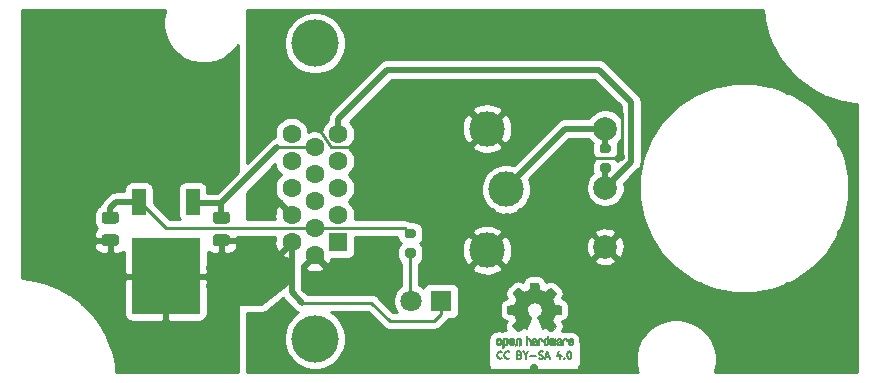
<source format=gtl>
G04 #@! TF.GenerationSoftware,KiCad,Pcbnew,5.1.10-88a1d61d58~90~ubuntu20.04.1*
G04 #@! TF.CreationDate,2021-10-27T23:57:33-06:00*
G04 #@! TF.ProjectId,Z680 Standalone Subwoofer,5a363830-2053-4746-916e-64616c6f6e65,rev?*
G04 #@! TF.SameCoordinates,Original*
G04 #@! TF.FileFunction,Copper,L1,Top*
G04 #@! TF.FilePolarity,Positive*
%FSLAX46Y46*%
G04 Gerber Fmt 4.6, Leading zero omitted, Abs format (unit mm)*
G04 Created by KiCad (PCBNEW 5.1.10-88a1d61d58~90~ubuntu20.04.1) date 2021-10-27 23:57:33*
%MOMM*%
%LPD*%
G01*
G04 APERTURE LIST*
G04 #@! TA.AperFunction,NonConductor*
%ADD10C,0.150000*%
G04 #@! TD*
G04 #@! TA.AperFunction,EtchedComponent*
%ADD11C,0.010000*%
G04 #@! TD*
G04 #@! TA.AperFunction,ComponentPad*
%ADD12C,3.000000*%
G04 #@! TD*
G04 #@! TA.AperFunction,ComponentPad*
%ADD13C,4.000000*%
G04 #@! TD*
G04 #@! TA.AperFunction,ComponentPad*
%ADD14C,1.600000*%
G04 #@! TD*
G04 #@! TA.AperFunction,ComponentPad*
%ADD15R,1.600000X1.600000*%
G04 #@! TD*
G04 #@! TA.AperFunction,SMDPad,CuDef*
%ADD16R,5.800000X6.400000*%
G04 #@! TD*
G04 #@! TA.AperFunction,SMDPad,CuDef*
%ADD17R,1.200000X2.200000*%
G04 #@! TD*
G04 #@! TA.AperFunction,ComponentPad*
%ADD18C,2.000000*%
G04 #@! TD*
G04 #@! TA.AperFunction,ComponentPad*
%ADD19C,1.800000*%
G04 #@! TD*
G04 #@! TA.AperFunction,ComponentPad*
%ADD20R,1.800000X1.800000*%
G04 #@! TD*
G04 #@! TA.AperFunction,ViaPad*
%ADD21C,0.700000*%
G04 #@! TD*
G04 #@! TA.AperFunction,Conductor*
%ADD22C,0.250000*%
G04 #@! TD*
G04 #@! TA.AperFunction,Conductor*
%ADD23C,0.500000*%
G04 #@! TD*
G04 #@! TA.AperFunction,Conductor*
%ADD24C,0.254000*%
G04 #@! TD*
G04 #@! TA.AperFunction,Conductor*
%ADD25C,0.150000*%
G04 #@! TD*
G04 APERTURE END LIST*
D10*
X51242857Y-40114285D02*
X51214285Y-40142857D01*
X51128571Y-40171428D01*
X51071428Y-40171428D01*
X50985714Y-40142857D01*
X50928571Y-40085714D01*
X50900000Y-40028571D01*
X50871428Y-39914285D01*
X50871428Y-39828571D01*
X50900000Y-39714285D01*
X50928571Y-39657142D01*
X50985714Y-39600000D01*
X51071428Y-39571428D01*
X51128571Y-39571428D01*
X51214285Y-39600000D01*
X51242857Y-39628571D01*
X51842857Y-40114285D02*
X51814285Y-40142857D01*
X51728571Y-40171428D01*
X51671428Y-40171428D01*
X51585714Y-40142857D01*
X51528571Y-40085714D01*
X51500000Y-40028571D01*
X51471428Y-39914285D01*
X51471428Y-39828571D01*
X51500000Y-39714285D01*
X51528571Y-39657142D01*
X51585714Y-39600000D01*
X51671428Y-39571428D01*
X51728571Y-39571428D01*
X51814285Y-39600000D01*
X51842857Y-39628571D01*
X52757142Y-39857142D02*
X52842857Y-39885714D01*
X52871428Y-39914285D01*
X52900000Y-39971428D01*
X52900000Y-40057142D01*
X52871428Y-40114285D01*
X52842857Y-40142857D01*
X52785714Y-40171428D01*
X52557142Y-40171428D01*
X52557142Y-39571428D01*
X52757142Y-39571428D01*
X52814285Y-39600000D01*
X52842857Y-39628571D01*
X52871428Y-39685714D01*
X52871428Y-39742857D01*
X52842857Y-39800000D01*
X52814285Y-39828571D01*
X52757142Y-39857142D01*
X52557142Y-39857142D01*
X53271428Y-39885714D02*
X53271428Y-40171428D01*
X53071428Y-39571428D02*
X53271428Y-39885714D01*
X53471428Y-39571428D01*
X53671428Y-39942857D02*
X54128571Y-39942857D01*
X54385714Y-40142857D02*
X54471428Y-40171428D01*
X54614285Y-40171428D01*
X54671428Y-40142857D01*
X54700000Y-40114285D01*
X54728571Y-40057142D01*
X54728571Y-40000000D01*
X54700000Y-39942857D01*
X54671428Y-39914285D01*
X54614285Y-39885714D01*
X54500000Y-39857142D01*
X54442857Y-39828571D01*
X54414285Y-39800000D01*
X54385714Y-39742857D01*
X54385714Y-39685714D01*
X54414285Y-39628571D01*
X54442857Y-39600000D01*
X54500000Y-39571428D01*
X54642857Y-39571428D01*
X54728571Y-39600000D01*
X54957142Y-40000000D02*
X55242857Y-40000000D01*
X54900000Y-40171428D02*
X55100000Y-39571428D01*
X55300000Y-40171428D01*
X56214285Y-39771428D02*
X56214285Y-40171428D01*
X56071428Y-39542857D02*
X55928571Y-39971428D01*
X56300000Y-39971428D01*
X56528571Y-40114285D02*
X56557142Y-40142857D01*
X56528571Y-40171428D01*
X56500000Y-40142857D01*
X56528571Y-40114285D01*
X56528571Y-40171428D01*
X56928571Y-39571428D02*
X56985714Y-39571428D01*
X57042857Y-39600000D01*
X57071428Y-39628571D01*
X57100000Y-39685714D01*
X57128571Y-39800000D01*
X57128571Y-39942857D01*
X57100000Y-40057142D01*
X57071428Y-40114285D01*
X57042857Y-40142857D01*
X56985714Y-40171428D01*
X56928571Y-40171428D01*
X56871428Y-40142857D01*
X56842857Y-40114285D01*
X56814285Y-40057142D01*
X56785714Y-39942857D01*
X56785714Y-39800000D01*
X56814285Y-39685714D01*
X56842857Y-39628571D01*
X56871428Y-39600000D01*
X56928571Y-39571428D01*
D11*
G36*
X54103910Y-33742348D02*
G01*
X54182454Y-33742778D01*
X54239298Y-33743942D01*
X54278105Y-33746207D01*
X54302538Y-33749940D01*
X54316262Y-33755506D01*
X54322940Y-33763273D01*
X54326236Y-33773605D01*
X54326556Y-33774943D01*
X54331562Y-33799079D01*
X54340829Y-33846701D01*
X54353392Y-33912741D01*
X54368287Y-33992128D01*
X54384551Y-34079796D01*
X54385119Y-34082875D01*
X54401410Y-34168789D01*
X54416652Y-34244696D01*
X54429861Y-34306045D01*
X54440054Y-34348282D01*
X54446248Y-34366855D01*
X54446543Y-34367184D01*
X54464788Y-34376253D01*
X54502405Y-34391367D01*
X54551271Y-34409262D01*
X54551543Y-34409358D01*
X54613093Y-34432493D01*
X54685657Y-34461965D01*
X54754057Y-34491597D01*
X54757294Y-34493062D01*
X54868702Y-34543626D01*
X55115399Y-34375160D01*
X55191077Y-34323803D01*
X55259631Y-34277889D01*
X55317088Y-34240030D01*
X55359476Y-34212837D01*
X55382825Y-34198921D01*
X55385042Y-34197889D01*
X55402010Y-34202484D01*
X55433701Y-34224655D01*
X55481352Y-34265447D01*
X55546198Y-34325905D01*
X55612397Y-34390227D01*
X55676214Y-34453612D01*
X55733329Y-34511451D01*
X55780305Y-34560175D01*
X55813703Y-34596210D01*
X55830085Y-34615984D01*
X55830694Y-34617002D01*
X55832505Y-34630572D01*
X55825683Y-34652733D01*
X55808540Y-34686478D01*
X55779393Y-34734800D01*
X55736555Y-34800692D01*
X55679448Y-34885517D01*
X55628766Y-34960177D01*
X55583461Y-35027140D01*
X55546150Y-35082516D01*
X55519452Y-35122420D01*
X55505985Y-35142962D01*
X55505137Y-35144356D01*
X55506781Y-35164038D01*
X55519245Y-35202293D01*
X55540048Y-35251889D01*
X55547462Y-35267728D01*
X55579814Y-35338290D01*
X55614328Y-35418353D01*
X55642365Y-35487629D01*
X55662568Y-35539045D01*
X55678615Y-35578119D01*
X55687888Y-35598541D01*
X55689041Y-35600114D01*
X55706096Y-35602721D01*
X55746298Y-35609863D01*
X55804302Y-35620523D01*
X55874763Y-35633685D01*
X55952335Y-35648333D01*
X56031672Y-35663449D01*
X56107431Y-35678018D01*
X56174264Y-35691022D01*
X56226828Y-35701445D01*
X56259776Y-35708270D01*
X56267857Y-35710199D01*
X56276205Y-35714962D01*
X56282506Y-35725718D01*
X56287045Y-35746098D01*
X56290104Y-35779734D01*
X56291967Y-35830255D01*
X56292918Y-35901292D01*
X56293240Y-35996476D01*
X56293257Y-36035492D01*
X56293257Y-36352799D01*
X56217057Y-36367839D01*
X56174663Y-36375995D01*
X56111400Y-36387899D01*
X56034962Y-36402116D01*
X55953043Y-36417210D01*
X55930400Y-36421355D01*
X55854806Y-36436053D01*
X55788953Y-36450505D01*
X55738366Y-36463375D01*
X55708574Y-36473322D01*
X55703612Y-36476287D01*
X55691426Y-36497283D01*
X55673953Y-36537967D01*
X55654577Y-36590322D01*
X55650734Y-36601600D01*
X55625339Y-36671523D01*
X55593817Y-36750418D01*
X55562969Y-36821266D01*
X55562817Y-36821595D01*
X55511447Y-36932733D01*
X55680399Y-37181253D01*
X55849352Y-37429772D01*
X55632429Y-37647058D01*
X55566819Y-37711726D01*
X55506979Y-37768733D01*
X55456267Y-37815033D01*
X55418046Y-37847584D01*
X55395675Y-37863343D01*
X55392466Y-37864343D01*
X55373626Y-37856469D01*
X55335180Y-37834578D01*
X55281330Y-37801267D01*
X55216276Y-37759131D01*
X55145940Y-37711943D01*
X55074555Y-37663810D01*
X55010908Y-37621928D01*
X54959041Y-37588871D01*
X54922995Y-37567218D01*
X54906867Y-37559543D01*
X54887189Y-37566037D01*
X54849875Y-37583150D01*
X54802621Y-37607326D01*
X54797612Y-37610013D01*
X54733977Y-37641927D01*
X54690341Y-37657579D01*
X54663202Y-37657745D01*
X54649057Y-37643204D01*
X54648975Y-37643000D01*
X54641905Y-37625779D01*
X54625042Y-37584899D01*
X54599695Y-37523525D01*
X54567171Y-37444819D01*
X54528778Y-37351947D01*
X54485822Y-37248072D01*
X54444222Y-37147502D01*
X54398504Y-37036516D01*
X54356526Y-36933703D01*
X54319548Y-36842215D01*
X54288827Y-36765201D01*
X54265622Y-36705815D01*
X54251190Y-36667209D01*
X54246743Y-36652800D01*
X54257896Y-36636272D01*
X54287069Y-36609930D01*
X54325971Y-36580887D01*
X54436757Y-36489039D01*
X54523351Y-36383759D01*
X54584716Y-36267266D01*
X54619815Y-36141776D01*
X54627608Y-36009507D01*
X54621943Y-35948457D01*
X54591078Y-35821795D01*
X54537920Y-35709941D01*
X54465767Y-35614001D01*
X54377917Y-35535076D01*
X54277665Y-35474270D01*
X54168310Y-35432687D01*
X54053147Y-35411428D01*
X53935475Y-35411599D01*
X53818590Y-35434301D01*
X53705789Y-35480638D01*
X53600369Y-35551713D01*
X53556368Y-35591911D01*
X53471979Y-35695129D01*
X53413222Y-35807925D01*
X53379704Y-35927010D01*
X53371035Y-36049095D01*
X53386823Y-36170893D01*
X53426678Y-36289116D01*
X53490207Y-36400475D01*
X53577021Y-36501684D01*
X53674029Y-36580887D01*
X53714437Y-36611162D01*
X53742982Y-36637219D01*
X53753257Y-36652825D01*
X53747877Y-36669843D01*
X53732575Y-36710500D01*
X53708612Y-36771642D01*
X53677244Y-36850119D01*
X53639732Y-36942780D01*
X53597333Y-37046472D01*
X53555663Y-37147526D01*
X53509690Y-37258607D01*
X53467107Y-37361541D01*
X53429221Y-37453165D01*
X53397340Y-37530316D01*
X53372771Y-37589831D01*
X53356820Y-37628544D01*
X53350910Y-37643000D01*
X53336948Y-37657685D01*
X53309940Y-37657642D01*
X53266413Y-37642099D01*
X53202890Y-37610284D01*
X53202388Y-37610013D01*
X53154560Y-37585323D01*
X53115897Y-37567338D01*
X53094095Y-37559614D01*
X53093133Y-37559543D01*
X53076721Y-37567378D01*
X53040487Y-37589165D01*
X52988474Y-37622328D01*
X52924725Y-37664291D01*
X52854060Y-37711943D01*
X52782116Y-37760191D01*
X52717274Y-37802151D01*
X52663735Y-37835227D01*
X52625697Y-37856821D01*
X52607533Y-37864343D01*
X52590808Y-37854457D01*
X52557180Y-37826826D01*
X52510010Y-37784495D01*
X52452658Y-37730505D01*
X52388484Y-37667899D01*
X52367497Y-37646983D01*
X52150499Y-37429623D01*
X52315668Y-37187220D01*
X52365864Y-37112781D01*
X52409919Y-37045972D01*
X52445362Y-36990665D01*
X52469719Y-36950729D01*
X52480522Y-36930036D01*
X52480838Y-36928563D01*
X52475143Y-36909058D01*
X52459826Y-36869822D01*
X52437537Y-36817430D01*
X52421893Y-36782355D01*
X52392641Y-36715201D01*
X52365094Y-36647358D01*
X52343737Y-36590034D01*
X52337935Y-36572572D01*
X52321452Y-36525938D01*
X52305340Y-36489905D01*
X52296490Y-36476287D01*
X52276960Y-36467952D01*
X52234334Y-36456137D01*
X52174145Y-36442181D01*
X52101922Y-36427422D01*
X52069600Y-36421355D01*
X51987522Y-36406273D01*
X51908795Y-36391669D01*
X51841109Y-36378980D01*
X51792160Y-36369642D01*
X51782943Y-36367839D01*
X51706743Y-36352799D01*
X51706743Y-36035492D01*
X51706914Y-35931154D01*
X51707616Y-35852213D01*
X51709134Y-35795038D01*
X51711749Y-35755999D01*
X51715746Y-35731465D01*
X51721409Y-35717805D01*
X51729020Y-35711389D01*
X51732143Y-35710199D01*
X51750978Y-35705980D01*
X51792588Y-35697562D01*
X51851630Y-35685961D01*
X51922757Y-35672195D01*
X52000625Y-35657280D01*
X52079887Y-35642232D01*
X52155198Y-35628069D01*
X52221213Y-35615806D01*
X52272587Y-35606461D01*
X52303975Y-35601050D01*
X52310959Y-35600114D01*
X52317285Y-35587596D01*
X52331290Y-35554246D01*
X52350355Y-35506377D01*
X52357634Y-35487629D01*
X52386996Y-35415195D01*
X52421571Y-35335170D01*
X52452537Y-35267728D01*
X52475323Y-35216159D01*
X52490482Y-35173785D01*
X52495542Y-35147834D01*
X52494736Y-35144356D01*
X52484041Y-35127936D01*
X52459620Y-35091417D01*
X52424095Y-35038687D01*
X52380087Y-34973635D01*
X52330217Y-34900151D01*
X52320356Y-34885645D01*
X52262492Y-34799704D01*
X52219956Y-34734261D01*
X52191054Y-34686304D01*
X52174090Y-34652820D01*
X52167367Y-34630795D01*
X52169190Y-34617217D01*
X52169236Y-34617131D01*
X52183586Y-34599297D01*
X52215323Y-34564817D01*
X52261010Y-34517268D01*
X52317204Y-34460222D01*
X52380468Y-34397255D01*
X52387602Y-34390227D01*
X52467330Y-34313020D01*
X52528857Y-34256330D01*
X52573421Y-34219110D01*
X52602257Y-34200315D01*
X52614958Y-34197889D01*
X52633494Y-34208471D01*
X52671961Y-34232916D01*
X52726386Y-34268612D01*
X52792798Y-34312947D01*
X52867225Y-34363311D01*
X52884601Y-34375160D01*
X53131297Y-34543626D01*
X53242706Y-34493062D01*
X53310457Y-34463595D01*
X53383183Y-34433959D01*
X53445703Y-34410330D01*
X53448457Y-34409358D01*
X53497360Y-34391457D01*
X53535057Y-34376320D01*
X53553425Y-34367210D01*
X53553456Y-34367184D01*
X53559285Y-34350717D01*
X53569192Y-34310219D01*
X53582195Y-34250242D01*
X53597309Y-34175340D01*
X53613552Y-34090064D01*
X53614881Y-34082875D01*
X53631175Y-33995014D01*
X53646133Y-33915260D01*
X53658791Y-33848681D01*
X53668186Y-33800347D01*
X53673354Y-33775325D01*
X53673444Y-33774943D01*
X53676589Y-33764299D01*
X53682704Y-33756262D01*
X53695453Y-33750467D01*
X53718500Y-33746547D01*
X53755509Y-33744135D01*
X53810144Y-33742865D01*
X53886067Y-33742371D01*
X53986944Y-33742286D01*
X54000000Y-33742286D01*
X54103910Y-33742348D01*
G37*
X54103910Y-33742348D02*
X54182454Y-33742778D01*
X54239298Y-33743942D01*
X54278105Y-33746207D01*
X54302538Y-33749940D01*
X54316262Y-33755506D01*
X54322940Y-33763273D01*
X54326236Y-33773605D01*
X54326556Y-33774943D01*
X54331562Y-33799079D01*
X54340829Y-33846701D01*
X54353392Y-33912741D01*
X54368287Y-33992128D01*
X54384551Y-34079796D01*
X54385119Y-34082875D01*
X54401410Y-34168789D01*
X54416652Y-34244696D01*
X54429861Y-34306045D01*
X54440054Y-34348282D01*
X54446248Y-34366855D01*
X54446543Y-34367184D01*
X54464788Y-34376253D01*
X54502405Y-34391367D01*
X54551271Y-34409262D01*
X54551543Y-34409358D01*
X54613093Y-34432493D01*
X54685657Y-34461965D01*
X54754057Y-34491597D01*
X54757294Y-34493062D01*
X54868702Y-34543626D01*
X55115399Y-34375160D01*
X55191077Y-34323803D01*
X55259631Y-34277889D01*
X55317088Y-34240030D01*
X55359476Y-34212837D01*
X55382825Y-34198921D01*
X55385042Y-34197889D01*
X55402010Y-34202484D01*
X55433701Y-34224655D01*
X55481352Y-34265447D01*
X55546198Y-34325905D01*
X55612397Y-34390227D01*
X55676214Y-34453612D01*
X55733329Y-34511451D01*
X55780305Y-34560175D01*
X55813703Y-34596210D01*
X55830085Y-34615984D01*
X55830694Y-34617002D01*
X55832505Y-34630572D01*
X55825683Y-34652733D01*
X55808540Y-34686478D01*
X55779393Y-34734800D01*
X55736555Y-34800692D01*
X55679448Y-34885517D01*
X55628766Y-34960177D01*
X55583461Y-35027140D01*
X55546150Y-35082516D01*
X55519452Y-35122420D01*
X55505985Y-35142962D01*
X55505137Y-35144356D01*
X55506781Y-35164038D01*
X55519245Y-35202293D01*
X55540048Y-35251889D01*
X55547462Y-35267728D01*
X55579814Y-35338290D01*
X55614328Y-35418353D01*
X55642365Y-35487629D01*
X55662568Y-35539045D01*
X55678615Y-35578119D01*
X55687888Y-35598541D01*
X55689041Y-35600114D01*
X55706096Y-35602721D01*
X55746298Y-35609863D01*
X55804302Y-35620523D01*
X55874763Y-35633685D01*
X55952335Y-35648333D01*
X56031672Y-35663449D01*
X56107431Y-35678018D01*
X56174264Y-35691022D01*
X56226828Y-35701445D01*
X56259776Y-35708270D01*
X56267857Y-35710199D01*
X56276205Y-35714962D01*
X56282506Y-35725718D01*
X56287045Y-35746098D01*
X56290104Y-35779734D01*
X56291967Y-35830255D01*
X56292918Y-35901292D01*
X56293240Y-35996476D01*
X56293257Y-36035492D01*
X56293257Y-36352799D01*
X56217057Y-36367839D01*
X56174663Y-36375995D01*
X56111400Y-36387899D01*
X56034962Y-36402116D01*
X55953043Y-36417210D01*
X55930400Y-36421355D01*
X55854806Y-36436053D01*
X55788953Y-36450505D01*
X55738366Y-36463375D01*
X55708574Y-36473322D01*
X55703612Y-36476287D01*
X55691426Y-36497283D01*
X55673953Y-36537967D01*
X55654577Y-36590322D01*
X55650734Y-36601600D01*
X55625339Y-36671523D01*
X55593817Y-36750418D01*
X55562969Y-36821266D01*
X55562817Y-36821595D01*
X55511447Y-36932733D01*
X55680399Y-37181253D01*
X55849352Y-37429772D01*
X55632429Y-37647058D01*
X55566819Y-37711726D01*
X55506979Y-37768733D01*
X55456267Y-37815033D01*
X55418046Y-37847584D01*
X55395675Y-37863343D01*
X55392466Y-37864343D01*
X55373626Y-37856469D01*
X55335180Y-37834578D01*
X55281330Y-37801267D01*
X55216276Y-37759131D01*
X55145940Y-37711943D01*
X55074555Y-37663810D01*
X55010908Y-37621928D01*
X54959041Y-37588871D01*
X54922995Y-37567218D01*
X54906867Y-37559543D01*
X54887189Y-37566037D01*
X54849875Y-37583150D01*
X54802621Y-37607326D01*
X54797612Y-37610013D01*
X54733977Y-37641927D01*
X54690341Y-37657579D01*
X54663202Y-37657745D01*
X54649057Y-37643204D01*
X54648975Y-37643000D01*
X54641905Y-37625779D01*
X54625042Y-37584899D01*
X54599695Y-37523525D01*
X54567171Y-37444819D01*
X54528778Y-37351947D01*
X54485822Y-37248072D01*
X54444222Y-37147502D01*
X54398504Y-37036516D01*
X54356526Y-36933703D01*
X54319548Y-36842215D01*
X54288827Y-36765201D01*
X54265622Y-36705815D01*
X54251190Y-36667209D01*
X54246743Y-36652800D01*
X54257896Y-36636272D01*
X54287069Y-36609930D01*
X54325971Y-36580887D01*
X54436757Y-36489039D01*
X54523351Y-36383759D01*
X54584716Y-36267266D01*
X54619815Y-36141776D01*
X54627608Y-36009507D01*
X54621943Y-35948457D01*
X54591078Y-35821795D01*
X54537920Y-35709941D01*
X54465767Y-35614001D01*
X54377917Y-35535076D01*
X54277665Y-35474270D01*
X54168310Y-35432687D01*
X54053147Y-35411428D01*
X53935475Y-35411599D01*
X53818590Y-35434301D01*
X53705789Y-35480638D01*
X53600369Y-35551713D01*
X53556368Y-35591911D01*
X53471979Y-35695129D01*
X53413222Y-35807925D01*
X53379704Y-35927010D01*
X53371035Y-36049095D01*
X53386823Y-36170893D01*
X53426678Y-36289116D01*
X53490207Y-36400475D01*
X53577021Y-36501684D01*
X53674029Y-36580887D01*
X53714437Y-36611162D01*
X53742982Y-36637219D01*
X53753257Y-36652825D01*
X53747877Y-36669843D01*
X53732575Y-36710500D01*
X53708612Y-36771642D01*
X53677244Y-36850119D01*
X53639732Y-36942780D01*
X53597333Y-37046472D01*
X53555663Y-37147526D01*
X53509690Y-37258607D01*
X53467107Y-37361541D01*
X53429221Y-37453165D01*
X53397340Y-37530316D01*
X53372771Y-37589831D01*
X53356820Y-37628544D01*
X53350910Y-37643000D01*
X53336948Y-37657685D01*
X53309940Y-37657642D01*
X53266413Y-37642099D01*
X53202890Y-37610284D01*
X53202388Y-37610013D01*
X53154560Y-37585323D01*
X53115897Y-37567338D01*
X53094095Y-37559614D01*
X53093133Y-37559543D01*
X53076721Y-37567378D01*
X53040487Y-37589165D01*
X52988474Y-37622328D01*
X52924725Y-37664291D01*
X52854060Y-37711943D01*
X52782116Y-37760191D01*
X52717274Y-37802151D01*
X52663735Y-37835227D01*
X52625697Y-37856821D01*
X52607533Y-37864343D01*
X52590808Y-37854457D01*
X52557180Y-37826826D01*
X52510010Y-37784495D01*
X52452658Y-37730505D01*
X52388484Y-37667899D01*
X52367497Y-37646983D01*
X52150499Y-37429623D01*
X52315668Y-37187220D01*
X52365864Y-37112781D01*
X52409919Y-37045972D01*
X52445362Y-36990665D01*
X52469719Y-36950729D01*
X52480522Y-36930036D01*
X52480838Y-36928563D01*
X52475143Y-36909058D01*
X52459826Y-36869822D01*
X52437537Y-36817430D01*
X52421893Y-36782355D01*
X52392641Y-36715201D01*
X52365094Y-36647358D01*
X52343737Y-36590034D01*
X52337935Y-36572572D01*
X52321452Y-36525938D01*
X52305340Y-36489905D01*
X52296490Y-36476287D01*
X52276960Y-36467952D01*
X52234334Y-36456137D01*
X52174145Y-36442181D01*
X52101922Y-36427422D01*
X52069600Y-36421355D01*
X51987522Y-36406273D01*
X51908795Y-36391669D01*
X51841109Y-36378980D01*
X51792160Y-36369642D01*
X51782943Y-36367839D01*
X51706743Y-36352799D01*
X51706743Y-36035492D01*
X51706914Y-35931154D01*
X51707616Y-35852213D01*
X51709134Y-35795038D01*
X51711749Y-35755999D01*
X51715746Y-35731465D01*
X51721409Y-35717805D01*
X51729020Y-35711389D01*
X51732143Y-35710199D01*
X51750978Y-35705980D01*
X51792588Y-35697562D01*
X51851630Y-35685961D01*
X51922757Y-35672195D01*
X52000625Y-35657280D01*
X52079887Y-35642232D01*
X52155198Y-35628069D01*
X52221213Y-35615806D01*
X52272587Y-35606461D01*
X52303975Y-35601050D01*
X52310959Y-35600114D01*
X52317285Y-35587596D01*
X52331290Y-35554246D01*
X52350355Y-35506377D01*
X52357634Y-35487629D01*
X52386996Y-35415195D01*
X52421571Y-35335170D01*
X52452537Y-35267728D01*
X52475323Y-35216159D01*
X52490482Y-35173785D01*
X52495542Y-35147834D01*
X52494736Y-35144356D01*
X52484041Y-35127936D01*
X52459620Y-35091417D01*
X52424095Y-35038687D01*
X52380087Y-34973635D01*
X52330217Y-34900151D01*
X52320356Y-34885645D01*
X52262492Y-34799704D01*
X52219956Y-34734261D01*
X52191054Y-34686304D01*
X52174090Y-34652820D01*
X52167367Y-34630795D01*
X52169190Y-34617217D01*
X52169236Y-34617131D01*
X52183586Y-34599297D01*
X52215323Y-34564817D01*
X52261010Y-34517268D01*
X52317204Y-34460222D01*
X52380468Y-34397255D01*
X52387602Y-34390227D01*
X52467330Y-34313020D01*
X52528857Y-34256330D01*
X52573421Y-34219110D01*
X52602257Y-34200315D01*
X52614958Y-34197889D01*
X52633494Y-34208471D01*
X52671961Y-34232916D01*
X52726386Y-34268612D01*
X52792798Y-34312947D01*
X52867225Y-34363311D01*
X52884601Y-34375160D01*
X53131297Y-34543626D01*
X53242706Y-34493062D01*
X53310457Y-34463595D01*
X53383183Y-34433959D01*
X53445703Y-34410330D01*
X53448457Y-34409358D01*
X53497360Y-34391457D01*
X53535057Y-34376320D01*
X53553425Y-34367210D01*
X53553456Y-34367184D01*
X53559285Y-34350717D01*
X53569192Y-34310219D01*
X53582195Y-34250242D01*
X53597309Y-34175340D01*
X53613552Y-34090064D01*
X53614881Y-34082875D01*
X53631175Y-33995014D01*
X53646133Y-33915260D01*
X53658791Y-33848681D01*
X53668186Y-33800347D01*
X53673354Y-33775325D01*
X53673444Y-33774943D01*
X53676589Y-33764299D01*
X53682704Y-33756262D01*
X53695453Y-33750467D01*
X53718500Y-33746547D01*
X53755509Y-33744135D01*
X53810144Y-33742865D01*
X53886067Y-33742371D01*
X53986944Y-33742286D01*
X54000000Y-33742286D01*
X54103910Y-33742348D01*
G36*
X57153595Y-38466966D02*
G01*
X57211021Y-38504497D01*
X57238719Y-38538096D01*
X57260662Y-38599064D01*
X57262405Y-38647308D01*
X57258457Y-38711816D01*
X57109686Y-38776934D01*
X57037349Y-38810202D01*
X56990084Y-38836964D01*
X56965507Y-38860144D01*
X56961237Y-38882667D01*
X56974889Y-38907455D01*
X56989943Y-38923886D01*
X57033746Y-38950235D01*
X57081389Y-38952081D01*
X57125145Y-38931546D01*
X57157289Y-38890752D01*
X57163038Y-38876347D01*
X57190576Y-38831356D01*
X57222258Y-38812182D01*
X57265714Y-38795779D01*
X57265714Y-38857966D01*
X57261872Y-38900283D01*
X57246823Y-38935969D01*
X57215280Y-38976943D01*
X57210592Y-38982267D01*
X57175506Y-39018720D01*
X57145347Y-39038283D01*
X57107615Y-39047283D01*
X57076335Y-39050230D01*
X57020385Y-39050965D01*
X56980555Y-39041660D01*
X56955708Y-39027846D01*
X56916656Y-38997467D01*
X56889625Y-38964613D01*
X56872517Y-38923294D01*
X56863238Y-38867521D01*
X56859693Y-38791305D01*
X56859410Y-38752622D01*
X56860372Y-38706247D01*
X56948007Y-38706247D01*
X56949023Y-38731126D01*
X56951556Y-38735200D01*
X56968274Y-38729665D01*
X57004249Y-38715017D01*
X57052331Y-38694190D01*
X57062386Y-38689714D01*
X57123152Y-38658814D01*
X57156632Y-38631657D01*
X57163990Y-38606220D01*
X57146391Y-38580481D01*
X57131856Y-38569109D01*
X57079410Y-38546364D01*
X57030322Y-38550122D01*
X56989227Y-38577884D01*
X56960758Y-38627152D01*
X56951631Y-38666257D01*
X56948007Y-38706247D01*
X56860372Y-38706247D01*
X56861285Y-38662249D01*
X56868196Y-38595384D01*
X56881884Y-38546695D01*
X56904096Y-38510849D01*
X56936574Y-38482513D01*
X56950733Y-38473355D01*
X57015053Y-38449507D01*
X57085473Y-38448006D01*
X57153595Y-38466966D01*
G37*
X57153595Y-38466966D02*
X57211021Y-38504497D01*
X57238719Y-38538096D01*
X57260662Y-38599064D01*
X57262405Y-38647308D01*
X57258457Y-38711816D01*
X57109686Y-38776934D01*
X57037349Y-38810202D01*
X56990084Y-38836964D01*
X56965507Y-38860144D01*
X56961237Y-38882667D01*
X56974889Y-38907455D01*
X56989943Y-38923886D01*
X57033746Y-38950235D01*
X57081389Y-38952081D01*
X57125145Y-38931546D01*
X57157289Y-38890752D01*
X57163038Y-38876347D01*
X57190576Y-38831356D01*
X57222258Y-38812182D01*
X57265714Y-38795779D01*
X57265714Y-38857966D01*
X57261872Y-38900283D01*
X57246823Y-38935969D01*
X57215280Y-38976943D01*
X57210592Y-38982267D01*
X57175506Y-39018720D01*
X57145347Y-39038283D01*
X57107615Y-39047283D01*
X57076335Y-39050230D01*
X57020385Y-39050965D01*
X56980555Y-39041660D01*
X56955708Y-39027846D01*
X56916656Y-38997467D01*
X56889625Y-38964613D01*
X56872517Y-38923294D01*
X56863238Y-38867521D01*
X56859693Y-38791305D01*
X56859410Y-38752622D01*
X56860372Y-38706247D01*
X56948007Y-38706247D01*
X56949023Y-38731126D01*
X56951556Y-38735200D01*
X56968274Y-38729665D01*
X57004249Y-38715017D01*
X57052331Y-38694190D01*
X57062386Y-38689714D01*
X57123152Y-38658814D01*
X57156632Y-38631657D01*
X57163990Y-38606220D01*
X57146391Y-38580481D01*
X57131856Y-38569109D01*
X57079410Y-38546364D01*
X57030322Y-38550122D01*
X56989227Y-38577884D01*
X56960758Y-38627152D01*
X56951631Y-38666257D01*
X56948007Y-38706247D01*
X56860372Y-38706247D01*
X56861285Y-38662249D01*
X56868196Y-38595384D01*
X56881884Y-38546695D01*
X56904096Y-38510849D01*
X56936574Y-38482513D01*
X56950733Y-38473355D01*
X57015053Y-38449507D01*
X57085473Y-38448006D01*
X57153595Y-38466966D01*
G36*
X56652600Y-38458752D02*
G01*
X56669948Y-38466334D01*
X56711356Y-38499128D01*
X56746765Y-38546547D01*
X56768664Y-38597151D01*
X56772229Y-38622098D01*
X56760279Y-38656927D01*
X56734067Y-38675357D01*
X56705964Y-38686516D01*
X56693095Y-38688572D01*
X56686829Y-38673649D01*
X56674456Y-38641175D01*
X56669028Y-38626502D01*
X56638590Y-38575744D01*
X56594520Y-38550427D01*
X56538010Y-38551206D01*
X56533825Y-38552203D01*
X56503655Y-38566507D01*
X56481476Y-38594393D01*
X56466327Y-38639287D01*
X56457250Y-38704615D01*
X56453286Y-38793804D01*
X56452914Y-38841261D01*
X56452730Y-38916071D01*
X56451522Y-38967069D01*
X56448309Y-38999471D01*
X56442109Y-39018495D01*
X56431940Y-39029356D01*
X56416819Y-39037272D01*
X56415946Y-39037670D01*
X56386828Y-39049981D01*
X56372403Y-39054514D01*
X56370186Y-39040809D01*
X56368289Y-39002925D01*
X56366847Y-38945715D01*
X56365998Y-38874027D01*
X56365829Y-38821565D01*
X56366692Y-38720047D01*
X56370070Y-38643032D01*
X56377142Y-38586023D01*
X56389088Y-38544526D01*
X56407090Y-38514043D01*
X56432327Y-38490080D01*
X56457247Y-38473355D01*
X56517171Y-38451097D01*
X56586911Y-38446076D01*
X56652600Y-38458752D01*
G37*
X56652600Y-38458752D02*
X56669948Y-38466334D01*
X56711356Y-38499128D01*
X56746765Y-38546547D01*
X56768664Y-38597151D01*
X56772229Y-38622098D01*
X56760279Y-38656927D01*
X56734067Y-38675357D01*
X56705964Y-38686516D01*
X56693095Y-38688572D01*
X56686829Y-38673649D01*
X56674456Y-38641175D01*
X56669028Y-38626502D01*
X56638590Y-38575744D01*
X56594520Y-38550427D01*
X56538010Y-38551206D01*
X56533825Y-38552203D01*
X56503655Y-38566507D01*
X56481476Y-38594393D01*
X56466327Y-38639287D01*
X56457250Y-38704615D01*
X56453286Y-38793804D01*
X56452914Y-38841261D01*
X56452730Y-38916071D01*
X56451522Y-38967069D01*
X56448309Y-38999471D01*
X56442109Y-39018495D01*
X56431940Y-39029356D01*
X56416819Y-39037272D01*
X56415946Y-39037670D01*
X56386828Y-39049981D01*
X56372403Y-39054514D01*
X56370186Y-39040809D01*
X56368289Y-39002925D01*
X56366847Y-38945715D01*
X56365998Y-38874027D01*
X56365829Y-38821565D01*
X56366692Y-38720047D01*
X56370070Y-38643032D01*
X56377142Y-38586023D01*
X56389088Y-38544526D01*
X56407090Y-38514043D01*
X56432327Y-38490080D01*
X56457247Y-38473355D01*
X56517171Y-38451097D01*
X56586911Y-38446076D01*
X56652600Y-38458752D01*
G36*
X56144876Y-38456335D02*
G01*
X56186667Y-38475344D01*
X56219469Y-38498378D01*
X56243503Y-38524133D01*
X56260097Y-38557358D01*
X56270577Y-38602800D01*
X56276271Y-38665207D01*
X56278507Y-38749327D01*
X56278743Y-38804721D01*
X56278743Y-39020826D01*
X56241774Y-39037670D01*
X56212656Y-39049981D01*
X56198231Y-39054514D01*
X56195472Y-39041025D01*
X56193282Y-39004653D01*
X56191942Y-38951542D01*
X56191657Y-38909372D01*
X56190434Y-38848447D01*
X56187136Y-38800115D01*
X56182321Y-38770518D01*
X56178496Y-38764229D01*
X56152783Y-38770652D01*
X56112418Y-38787125D01*
X56065679Y-38809458D01*
X56020845Y-38833457D01*
X55986193Y-38854930D01*
X55970002Y-38869685D01*
X55969938Y-38869845D01*
X55971330Y-38897152D01*
X55983818Y-38923219D01*
X56005743Y-38944392D01*
X56037743Y-38951474D01*
X56065092Y-38950649D01*
X56103826Y-38950042D01*
X56124158Y-38959116D01*
X56136369Y-38983092D01*
X56137909Y-38987613D01*
X56143203Y-39021806D01*
X56129047Y-39042568D01*
X56092148Y-39052462D01*
X56052289Y-39054292D01*
X55980562Y-39040727D01*
X55943432Y-39021355D01*
X55897576Y-38975845D01*
X55873256Y-38919983D01*
X55871073Y-38860957D01*
X55891629Y-38805953D01*
X55922549Y-38771486D01*
X55953420Y-38752189D01*
X56001942Y-38727759D01*
X56058485Y-38702985D01*
X56067910Y-38699199D01*
X56130019Y-38671791D01*
X56165822Y-38647634D01*
X56177337Y-38623619D01*
X56166580Y-38596635D01*
X56148114Y-38575543D01*
X56104469Y-38549572D01*
X56056446Y-38547624D01*
X56012406Y-38567637D01*
X55980709Y-38607551D01*
X55976549Y-38617848D01*
X55952327Y-38655724D01*
X55916965Y-38683842D01*
X55872343Y-38706917D01*
X55872343Y-38641485D01*
X55874969Y-38601506D01*
X55886230Y-38569997D01*
X55911199Y-38536378D01*
X55935169Y-38510484D01*
X55972441Y-38473817D01*
X56001401Y-38454121D01*
X56032505Y-38446220D01*
X56067713Y-38444914D01*
X56144876Y-38456335D01*
G37*
X56144876Y-38456335D02*
X56186667Y-38475344D01*
X56219469Y-38498378D01*
X56243503Y-38524133D01*
X56260097Y-38557358D01*
X56270577Y-38602800D01*
X56276271Y-38665207D01*
X56278507Y-38749327D01*
X56278743Y-38804721D01*
X56278743Y-39020826D01*
X56241774Y-39037670D01*
X56212656Y-39049981D01*
X56198231Y-39054514D01*
X56195472Y-39041025D01*
X56193282Y-39004653D01*
X56191942Y-38951542D01*
X56191657Y-38909372D01*
X56190434Y-38848447D01*
X56187136Y-38800115D01*
X56182321Y-38770518D01*
X56178496Y-38764229D01*
X56152783Y-38770652D01*
X56112418Y-38787125D01*
X56065679Y-38809458D01*
X56020845Y-38833457D01*
X55986193Y-38854930D01*
X55970002Y-38869685D01*
X55969938Y-38869845D01*
X55971330Y-38897152D01*
X55983818Y-38923219D01*
X56005743Y-38944392D01*
X56037743Y-38951474D01*
X56065092Y-38950649D01*
X56103826Y-38950042D01*
X56124158Y-38959116D01*
X56136369Y-38983092D01*
X56137909Y-38987613D01*
X56143203Y-39021806D01*
X56129047Y-39042568D01*
X56092148Y-39052462D01*
X56052289Y-39054292D01*
X55980562Y-39040727D01*
X55943432Y-39021355D01*
X55897576Y-38975845D01*
X55873256Y-38919983D01*
X55871073Y-38860957D01*
X55891629Y-38805953D01*
X55922549Y-38771486D01*
X55953420Y-38752189D01*
X56001942Y-38727759D01*
X56058485Y-38702985D01*
X56067910Y-38699199D01*
X56130019Y-38671791D01*
X56165822Y-38647634D01*
X56177337Y-38623619D01*
X56166580Y-38596635D01*
X56148114Y-38575543D01*
X56104469Y-38549572D01*
X56056446Y-38547624D01*
X56012406Y-38567637D01*
X55980709Y-38607551D01*
X55976549Y-38617848D01*
X55952327Y-38655724D01*
X55916965Y-38683842D01*
X55872343Y-38706917D01*
X55872343Y-38641485D01*
X55874969Y-38601506D01*
X55886230Y-38569997D01*
X55911199Y-38536378D01*
X55935169Y-38510484D01*
X55972441Y-38473817D01*
X56001401Y-38454121D01*
X56032505Y-38446220D01*
X56067713Y-38444914D01*
X56144876Y-38456335D01*
G36*
X55779833Y-38458663D02*
G01*
X55782048Y-38496850D01*
X55783784Y-38554886D01*
X55784899Y-38628180D01*
X55785257Y-38705055D01*
X55785257Y-38965196D01*
X55739326Y-39011127D01*
X55707675Y-39039429D01*
X55679890Y-39050893D01*
X55641915Y-39050168D01*
X55626840Y-39048321D01*
X55579726Y-39042948D01*
X55540756Y-39039869D01*
X55531257Y-39039585D01*
X55499233Y-39041445D01*
X55453432Y-39046114D01*
X55435674Y-39048321D01*
X55392057Y-39051735D01*
X55362745Y-39044320D01*
X55333680Y-39021427D01*
X55323188Y-39011127D01*
X55277257Y-38965196D01*
X55277257Y-38478602D01*
X55314226Y-38461758D01*
X55346059Y-38449282D01*
X55364683Y-38444914D01*
X55369458Y-38458718D01*
X55373921Y-38497286D01*
X55377775Y-38556356D01*
X55380722Y-38631663D01*
X55382143Y-38695286D01*
X55386114Y-38945657D01*
X55420759Y-38950556D01*
X55452268Y-38947131D01*
X55467708Y-38936041D01*
X55472023Y-38915308D01*
X55475708Y-38871145D01*
X55478469Y-38809146D01*
X55480012Y-38734909D01*
X55480235Y-38696706D01*
X55480457Y-38476783D01*
X55526166Y-38460849D01*
X55558518Y-38450015D01*
X55576115Y-38444962D01*
X55576623Y-38444914D01*
X55578388Y-38458648D01*
X55580329Y-38496730D01*
X55582282Y-38554482D01*
X55584084Y-38627227D01*
X55585343Y-38695286D01*
X55589314Y-38945657D01*
X55676400Y-38945657D01*
X55680396Y-38717240D01*
X55684392Y-38488822D01*
X55726847Y-38466868D01*
X55758192Y-38451793D01*
X55776744Y-38444951D01*
X55777279Y-38444914D01*
X55779833Y-38458663D01*
G37*
X55779833Y-38458663D02*
X55782048Y-38496850D01*
X55783784Y-38554886D01*
X55784899Y-38628180D01*
X55785257Y-38705055D01*
X55785257Y-38965196D01*
X55739326Y-39011127D01*
X55707675Y-39039429D01*
X55679890Y-39050893D01*
X55641915Y-39050168D01*
X55626840Y-39048321D01*
X55579726Y-39042948D01*
X55540756Y-39039869D01*
X55531257Y-39039585D01*
X55499233Y-39041445D01*
X55453432Y-39046114D01*
X55435674Y-39048321D01*
X55392057Y-39051735D01*
X55362745Y-39044320D01*
X55333680Y-39021427D01*
X55323188Y-39011127D01*
X55277257Y-38965196D01*
X55277257Y-38478602D01*
X55314226Y-38461758D01*
X55346059Y-38449282D01*
X55364683Y-38444914D01*
X55369458Y-38458718D01*
X55373921Y-38497286D01*
X55377775Y-38556356D01*
X55380722Y-38631663D01*
X55382143Y-38695286D01*
X55386114Y-38945657D01*
X55420759Y-38950556D01*
X55452268Y-38947131D01*
X55467708Y-38936041D01*
X55472023Y-38915308D01*
X55475708Y-38871145D01*
X55478469Y-38809146D01*
X55480012Y-38734909D01*
X55480235Y-38696706D01*
X55480457Y-38476783D01*
X55526166Y-38460849D01*
X55558518Y-38450015D01*
X55576115Y-38444962D01*
X55576623Y-38444914D01*
X55578388Y-38458648D01*
X55580329Y-38496730D01*
X55582282Y-38554482D01*
X55584084Y-38627227D01*
X55585343Y-38695286D01*
X55589314Y-38945657D01*
X55676400Y-38945657D01*
X55680396Y-38717240D01*
X55684392Y-38488822D01*
X55726847Y-38466868D01*
X55758192Y-38451793D01*
X55776744Y-38444951D01*
X55777279Y-38444914D01*
X55779833Y-38458663D01*
G36*
X55190117Y-38565358D02*
G01*
X55189933Y-38673837D01*
X55189219Y-38757287D01*
X55187675Y-38819704D01*
X55185001Y-38865085D01*
X55180894Y-38897429D01*
X55175055Y-38920733D01*
X55167182Y-38938995D01*
X55161221Y-38949418D01*
X55111855Y-39005945D01*
X55049264Y-39041377D01*
X54980013Y-39054090D01*
X54910668Y-39042463D01*
X54869375Y-39021568D01*
X54826025Y-38985422D01*
X54796481Y-38941276D01*
X54778655Y-38883462D01*
X54770463Y-38806313D01*
X54769302Y-38749714D01*
X54769458Y-38745647D01*
X54870857Y-38745647D01*
X54871476Y-38810550D01*
X54874314Y-38853514D01*
X54880840Y-38881622D01*
X54892523Y-38901953D01*
X54906483Y-38917288D01*
X54953365Y-38946890D01*
X55003701Y-38949419D01*
X55051276Y-38924705D01*
X55054979Y-38921356D01*
X55070783Y-38903935D01*
X55080693Y-38883209D01*
X55086058Y-38852362D01*
X55088228Y-38804577D01*
X55088571Y-38751748D01*
X55087827Y-38685381D01*
X55084748Y-38641106D01*
X55078061Y-38612009D01*
X55066496Y-38591173D01*
X55057013Y-38580107D01*
X55012960Y-38552198D01*
X54962224Y-38548843D01*
X54913796Y-38570159D01*
X54904450Y-38578073D01*
X54888540Y-38595647D01*
X54878610Y-38616587D01*
X54873278Y-38647782D01*
X54871163Y-38696122D01*
X54870857Y-38745647D01*
X54769458Y-38745647D01*
X54772810Y-38658568D01*
X54784726Y-38590086D01*
X54807135Y-38538600D01*
X54842124Y-38498443D01*
X54869375Y-38477861D01*
X54918907Y-38455625D01*
X54976316Y-38445304D01*
X55029682Y-38448067D01*
X55059543Y-38459212D01*
X55071261Y-38462383D01*
X55079037Y-38450557D01*
X55084465Y-38418866D01*
X55088571Y-38370593D01*
X55093067Y-38316829D01*
X55099313Y-38284482D01*
X55110676Y-38265985D01*
X55130528Y-38253770D01*
X55143000Y-38248362D01*
X55190171Y-38228601D01*
X55190117Y-38565358D01*
G37*
X55190117Y-38565358D02*
X55189933Y-38673837D01*
X55189219Y-38757287D01*
X55187675Y-38819704D01*
X55185001Y-38865085D01*
X55180894Y-38897429D01*
X55175055Y-38920733D01*
X55167182Y-38938995D01*
X55161221Y-38949418D01*
X55111855Y-39005945D01*
X55049264Y-39041377D01*
X54980013Y-39054090D01*
X54910668Y-39042463D01*
X54869375Y-39021568D01*
X54826025Y-38985422D01*
X54796481Y-38941276D01*
X54778655Y-38883462D01*
X54770463Y-38806313D01*
X54769302Y-38749714D01*
X54769458Y-38745647D01*
X54870857Y-38745647D01*
X54871476Y-38810550D01*
X54874314Y-38853514D01*
X54880840Y-38881622D01*
X54892523Y-38901953D01*
X54906483Y-38917288D01*
X54953365Y-38946890D01*
X55003701Y-38949419D01*
X55051276Y-38924705D01*
X55054979Y-38921356D01*
X55070783Y-38903935D01*
X55080693Y-38883209D01*
X55086058Y-38852362D01*
X55088228Y-38804577D01*
X55088571Y-38751748D01*
X55087827Y-38685381D01*
X55084748Y-38641106D01*
X55078061Y-38612009D01*
X55066496Y-38591173D01*
X55057013Y-38580107D01*
X55012960Y-38552198D01*
X54962224Y-38548843D01*
X54913796Y-38570159D01*
X54904450Y-38578073D01*
X54888540Y-38595647D01*
X54878610Y-38616587D01*
X54873278Y-38647782D01*
X54871163Y-38696122D01*
X54870857Y-38745647D01*
X54769458Y-38745647D01*
X54772810Y-38658568D01*
X54784726Y-38590086D01*
X54807135Y-38538600D01*
X54842124Y-38498443D01*
X54869375Y-38477861D01*
X54918907Y-38455625D01*
X54976316Y-38445304D01*
X55029682Y-38448067D01*
X55059543Y-38459212D01*
X55071261Y-38462383D01*
X55079037Y-38450557D01*
X55084465Y-38418866D01*
X55088571Y-38370593D01*
X55093067Y-38316829D01*
X55099313Y-38284482D01*
X55110676Y-38265985D01*
X55130528Y-38253770D01*
X55143000Y-38248362D01*
X55190171Y-38228601D01*
X55190117Y-38565358D01*
G36*
X54529926Y-38449755D02*
G01*
X54595858Y-38474084D01*
X54649273Y-38517117D01*
X54670164Y-38547409D01*
X54692939Y-38602994D01*
X54692466Y-38643186D01*
X54668562Y-38670217D01*
X54659717Y-38674813D01*
X54621530Y-38689144D01*
X54602028Y-38685472D01*
X54595422Y-38661407D01*
X54595086Y-38648114D01*
X54582992Y-38599210D01*
X54551471Y-38564999D01*
X54507659Y-38548476D01*
X54458695Y-38552634D01*
X54418894Y-38574227D01*
X54405450Y-38586544D01*
X54395921Y-38601487D01*
X54389485Y-38624075D01*
X54385317Y-38659328D01*
X54382597Y-38712266D01*
X54380502Y-38787907D01*
X54379960Y-38811857D01*
X54377981Y-38893790D01*
X54375731Y-38951455D01*
X54372357Y-38989608D01*
X54367006Y-39013004D01*
X54358824Y-39026398D01*
X54346959Y-39034545D01*
X54339362Y-39038144D01*
X54307102Y-39050452D01*
X54288111Y-39054514D01*
X54281836Y-39040948D01*
X54278006Y-38999934D01*
X54276600Y-38930999D01*
X54277598Y-38833669D01*
X54277908Y-38818657D01*
X54280101Y-38729859D01*
X54282693Y-38665019D01*
X54286382Y-38619067D01*
X54291864Y-38586935D01*
X54299835Y-38563553D01*
X54310993Y-38543852D01*
X54316830Y-38535410D01*
X54350296Y-38498057D01*
X54387727Y-38469003D01*
X54392309Y-38466467D01*
X54459426Y-38446443D01*
X54529926Y-38449755D01*
G37*
X54529926Y-38449755D02*
X54595858Y-38474084D01*
X54649273Y-38517117D01*
X54670164Y-38547409D01*
X54692939Y-38602994D01*
X54692466Y-38643186D01*
X54668562Y-38670217D01*
X54659717Y-38674813D01*
X54621530Y-38689144D01*
X54602028Y-38685472D01*
X54595422Y-38661407D01*
X54595086Y-38648114D01*
X54582992Y-38599210D01*
X54551471Y-38564999D01*
X54507659Y-38548476D01*
X54458695Y-38552634D01*
X54418894Y-38574227D01*
X54405450Y-38586544D01*
X54395921Y-38601487D01*
X54389485Y-38624075D01*
X54385317Y-38659328D01*
X54382597Y-38712266D01*
X54380502Y-38787907D01*
X54379960Y-38811857D01*
X54377981Y-38893790D01*
X54375731Y-38951455D01*
X54372357Y-38989608D01*
X54367006Y-39013004D01*
X54358824Y-39026398D01*
X54346959Y-39034545D01*
X54339362Y-39038144D01*
X54307102Y-39050452D01*
X54288111Y-39054514D01*
X54281836Y-39040948D01*
X54278006Y-38999934D01*
X54276600Y-38930999D01*
X54277598Y-38833669D01*
X54277908Y-38818657D01*
X54280101Y-38729859D01*
X54282693Y-38665019D01*
X54286382Y-38619067D01*
X54291864Y-38586935D01*
X54299835Y-38563553D01*
X54310993Y-38543852D01*
X54316830Y-38535410D01*
X54350296Y-38498057D01*
X54387727Y-38469003D01*
X54392309Y-38466467D01*
X54459426Y-38446443D01*
X54529926Y-38449755D01*
G36*
X54039744Y-38450968D02*
G01*
X54096616Y-38472087D01*
X54097267Y-38472493D01*
X54132440Y-38498380D01*
X54158407Y-38528633D01*
X54176670Y-38568058D01*
X54188732Y-38621462D01*
X54196096Y-38693651D01*
X54200264Y-38789432D01*
X54200629Y-38803078D01*
X54205876Y-39008842D01*
X54161716Y-39031678D01*
X54129763Y-39047110D01*
X54110470Y-39054423D01*
X54109578Y-39054514D01*
X54106239Y-39041022D01*
X54103587Y-39004626D01*
X54101956Y-38951452D01*
X54101600Y-38908393D01*
X54101592Y-38838641D01*
X54098403Y-38794837D01*
X54087288Y-38773944D01*
X54063501Y-38772925D01*
X54022296Y-38788741D01*
X53960086Y-38817815D01*
X53914341Y-38841963D01*
X53890813Y-38862913D01*
X53883896Y-38885747D01*
X53883886Y-38886877D01*
X53895299Y-38926212D01*
X53929092Y-38947462D01*
X53980809Y-38950539D01*
X54018061Y-38950006D01*
X54037703Y-38960735D01*
X54049952Y-38986505D01*
X54057002Y-39019337D01*
X54046842Y-39037966D01*
X54043017Y-39040632D01*
X54007001Y-39051340D01*
X53956566Y-39052856D01*
X53904626Y-39045759D01*
X53867822Y-39032788D01*
X53816938Y-38989585D01*
X53788014Y-38929446D01*
X53782286Y-38882462D01*
X53786657Y-38840082D01*
X53802475Y-38805488D01*
X53833797Y-38774763D01*
X53884678Y-38743990D01*
X53959176Y-38709252D01*
X53963714Y-38707288D01*
X54030821Y-38676287D01*
X54072232Y-38650862D01*
X54089981Y-38628014D01*
X54086107Y-38604745D01*
X54062643Y-38578056D01*
X54055627Y-38571914D01*
X54008630Y-38548100D01*
X53959933Y-38549103D01*
X53917522Y-38572451D01*
X53889384Y-38615675D01*
X53886769Y-38624160D01*
X53861308Y-38665308D01*
X53829001Y-38685128D01*
X53782286Y-38704770D01*
X53782286Y-38653950D01*
X53796496Y-38580082D01*
X53838675Y-38512327D01*
X53860624Y-38489661D01*
X53910517Y-38460569D01*
X53973967Y-38447400D01*
X54039744Y-38450968D01*
G37*
X54039744Y-38450968D02*
X54096616Y-38472087D01*
X54097267Y-38472493D01*
X54132440Y-38498380D01*
X54158407Y-38528633D01*
X54176670Y-38568058D01*
X54188732Y-38621462D01*
X54196096Y-38693651D01*
X54200264Y-38789432D01*
X54200629Y-38803078D01*
X54205876Y-39008842D01*
X54161716Y-39031678D01*
X54129763Y-39047110D01*
X54110470Y-39054423D01*
X54109578Y-39054514D01*
X54106239Y-39041022D01*
X54103587Y-39004626D01*
X54101956Y-38951452D01*
X54101600Y-38908393D01*
X54101592Y-38838641D01*
X54098403Y-38794837D01*
X54087288Y-38773944D01*
X54063501Y-38772925D01*
X54022296Y-38788741D01*
X53960086Y-38817815D01*
X53914341Y-38841963D01*
X53890813Y-38862913D01*
X53883896Y-38885747D01*
X53883886Y-38886877D01*
X53895299Y-38926212D01*
X53929092Y-38947462D01*
X53980809Y-38950539D01*
X54018061Y-38950006D01*
X54037703Y-38960735D01*
X54049952Y-38986505D01*
X54057002Y-39019337D01*
X54046842Y-39037966D01*
X54043017Y-39040632D01*
X54007001Y-39051340D01*
X53956566Y-39052856D01*
X53904626Y-39045759D01*
X53867822Y-39032788D01*
X53816938Y-38989585D01*
X53788014Y-38929446D01*
X53782286Y-38882462D01*
X53786657Y-38840082D01*
X53802475Y-38805488D01*
X53833797Y-38774763D01*
X53884678Y-38743990D01*
X53959176Y-38709252D01*
X53963714Y-38707288D01*
X54030821Y-38676287D01*
X54072232Y-38650862D01*
X54089981Y-38628014D01*
X54086107Y-38604745D01*
X54062643Y-38578056D01*
X54055627Y-38571914D01*
X54008630Y-38548100D01*
X53959933Y-38549103D01*
X53917522Y-38572451D01*
X53889384Y-38615675D01*
X53886769Y-38624160D01*
X53861308Y-38665308D01*
X53829001Y-38685128D01*
X53782286Y-38704770D01*
X53782286Y-38653950D01*
X53796496Y-38580082D01*
X53838675Y-38512327D01*
X53860624Y-38489661D01*
X53910517Y-38460569D01*
X53973967Y-38447400D01*
X54039744Y-38450968D01*
G36*
X53375886Y-38351289D02*
G01*
X53380139Y-38410613D01*
X53385025Y-38445572D01*
X53391795Y-38460820D01*
X53401702Y-38461015D01*
X53404914Y-38459195D01*
X53447644Y-38446015D01*
X53503227Y-38446785D01*
X53559737Y-38460333D01*
X53595082Y-38477861D01*
X53631321Y-38505861D01*
X53657813Y-38537549D01*
X53675999Y-38577813D01*
X53687322Y-38631543D01*
X53693222Y-38703626D01*
X53695143Y-38798951D01*
X53695177Y-38817237D01*
X53695200Y-39022646D01*
X53649491Y-39038580D01*
X53617027Y-39049420D01*
X53599215Y-39054468D01*
X53598691Y-39054514D01*
X53596937Y-39040828D01*
X53595444Y-39003076D01*
X53594326Y-38946224D01*
X53593697Y-38875234D01*
X53593600Y-38832073D01*
X53593398Y-38746973D01*
X53592358Y-38685981D01*
X53589831Y-38644177D01*
X53585164Y-38616642D01*
X53577707Y-38598456D01*
X53566811Y-38584698D01*
X53560007Y-38578073D01*
X53513272Y-38551375D01*
X53462272Y-38549375D01*
X53416001Y-38571955D01*
X53407444Y-38580107D01*
X53394893Y-38595436D01*
X53386188Y-38613618D01*
X53380631Y-38639909D01*
X53377526Y-38679562D01*
X53376176Y-38737832D01*
X53375886Y-38818173D01*
X53375886Y-39022646D01*
X53330177Y-39038580D01*
X53297713Y-39049420D01*
X53279901Y-39054468D01*
X53279377Y-39054514D01*
X53278037Y-39040623D01*
X53276828Y-39001439D01*
X53275801Y-38940700D01*
X53275002Y-38862141D01*
X53274481Y-38769498D01*
X53274286Y-38666509D01*
X53274286Y-38269342D01*
X53321457Y-38249444D01*
X53368629Y-38229547D01*
X53375886Y-38351289D01*
G37*
X53375886Y-38351289D02*
X53380139Y-38410613D01*
X53385025Y-38445572D01*
X53391795Y-38460820D01*
X53401702Y-38461015D01*
X53404914Y-38459195D01*
X53447644Y-38446015D01*
X53503227Y-38446785D01*
X53559737Y-38460333D01*
X53595082Y-38477861D01*
X53631321Y-38505861D01*
X53657813Y-38537549D01*
X53675999Y-38577813D01*
X53687322Y-38631543D01*
X53693222Y-38703626D01*
X53695143Y-38798951D01*
X53695177Y-38817237D01*
X53695200Y-39022646D01*
X53649491Y-39038580D01*
X53617027Y-39049420D01*
X53599215Y-39054468D01*
X53598691Y-39054514D01*
X53596937Y-39040828D01*
X53595444Y-39003076D01*
X53594326Y-38946224D01*
X53593697Y-38875234D01*
X53593600Y-38832073D01*
X53593398Y-38746973D01*
X53592358Y-38685981D01*
X53589831Y-38644177D01*
X53585164Y-38616642D01*
X53577707Y-38598456D01*
X53566811Y-38584698D01*
X53560007Y-38578073D01*
X53513272Y-38551375D01*
X53462272Y-38549375D01*
X53416001Y-38571955D01*
X53407444Y-38580107D01*
X53394893Y-38595436D01*
X53386188Y-38613618D01*
X53380631Y-38639909D01*
X53377526Y-38679562D01*
X53376176Y-38737832D01*
X53375886Y-38818173D01*
X53375886Y-39022646D01*
X53330177Y-39038580D01*
X53297713Y-39049420D01*
X53279901Y-39054468D01*
X53279377Y-39054514D01*
X53278037Y-39040623D01*
X53276828Y-39001439D01*
X53275801Y-38940700D01*
X53275002Y-38862141D01*
X53274481Y-38769498D01*
X53274286Y-38666509D01*
X53274286Y-38269342D01*
X53321457Y-38249444D01*
X53368629Y-38229547D01*
X53375886Y-38351289D01*
G36*
X52168303Y-38431239D02*
G01*
X52225527Y-38469735D01*
X52269749Y-38525335D01*
X52296167Y-38596086D01*
X52301510Y-38648162D01*
X52300903Y-38669893D01*
X52295822Y-38686531D01*
X52281855Y-38701437D01*
X52254589Y-38717973D01*
X52209612Y-38739498D01*
X52142511Y-38769374D01*
X52142171Y-38769524D01*
X52080407Y-38797813D01*
X52029759Y-38822933D01*
X51995404Y-38842179D01*
X51982518Y-38852848D01*
X51982514Y-38852934D01*
X51993872Y-38876166D01*
X52020431Y-38901774D01*
X52050923Y-38920221D01*
X52066370Y-38923886D01*
X52108515Y-38911212D01*
X52144808Y-38879471D01*
X52162517Y-38844572D01*
X52179552Y-38818845D01*
X52212922Y-38789546D01*
X52252149Y-38764235D01*
X52286756Y-38750471D01*
X52293993Y-38749714D01*
X52302139Y-38762160D01*
X52302630Y-38793972D01*
X52296643Y-38836866D01*
X52285357Y-38882558D01*
X52269950Y-38922761D01*
X52269171Y-38924322D01*
X52222804Y-38989062D01*
X52162711Y-39033097D01*
X52094465Y-39054711D01*
X52023638Y-39052185D01*
X51955804Y-39023804D01*
X51952788Y-39021808D01*
X51899427Y-38973448D01*
X51864340Y-38910352D01*
X51844922Y-38827387D01*
X51842316Y-38804078D01*
X51837701Y-38694055D01*
X51843233Y-38642748D01*
X51982514Y-38642748D01*
X51984324Y-38674753D01*
X51994222Y-38684093D01*
X52018898Y-38677105D01*
X52057795Y-38660587D01*
X52101275Y-38639881D01*
X52102356Y-38639333D01*
X52139209Y-38619949D01*
X52154000Y-38607013D01*
X52150353Y-38593451D01*
X52134995Y-38575632D01*
X52095923Y-38549845D01*
X52053846Y-38547950D01*
X52016103Y-38566717D01*
X51990034Y-38602915D01*
X51982514Y-38642748D01*
X51843233Y-38642748D01*
X51847194Y-38606027D01*
X51871550Y-38536212D01*
X51905456Y-38487302D01*
X51966653Y-38437878D01*
X52034063Y-38413359D01*
X52102880Y-38411797D01*
X52168303Y-38431239D01*
G37*
X52168303Y-38431239D02*
X52225527Y-38469735D01*
X52269749Y-38525335D01*
X52296167Y-38596086D01*
X52301510Y-38648162D01*
X52300903Y-38669893D01*
X52295822Y-38686531D01*
X52281855Y-38701437D01*
X52254589Y-38717973D01*
X52209612Y-38739498D01*
X52142511Y-38769374D01*
X52142171Y-38769524D01*
X52080407Y-38797813D01*
X52029759Y-38822933D01*
X51995404Y-38842179D01*
X51982518Y-38852848D01*
X51982514Y-38852934D01*
X51993872Y-38876166D01*
X52020431Y-38901774D01*
X52050923Y-38920221D01*
X52066370Y-38923886D01*
X52108515Y-38911212D01*
X52144808Y-38879471D01*
X52162517Y-38844572D01*
X52179552Y-38818845D01*
X52212922Y-38789546D01*
X52252149Y-38764235D01*
X52286756Y-38750471D01*
X52293993Y-38749714D01*
X52302139Y-38762160D01*
X52302630Y-38793972D01*
X52296643Y-38836866D01*
X52285357Y-38882558D01*
X52269950Y-38922761D01*
X52269171Y-38924322D01*
X52222804Y-38989062D01*
X52162711Y-39033097D01*
X52094465Y-39054711D01*
X52023638Y-39052185D01*
X51955804Y-39023804D01*
X51952788Y-39021808D01*
X51899427Y-38973448D01*
X51864340Y-38910352D01*
X51844922Y-38827387D01*
X51842316Y-38804078D01*
X51837701Y-38694055D01*
X51843233Y-38642748D01*
X51982514Y-38642748D01*
X51984324Y-38674753D01*
X51994222Y-38684093D01*
X52018898Y-38677105D01*
X52057795Y-38660587D01*
X52101275Y-38639881D01*
X52102356Y-38639333D01*
X52139209Y-38619949D01*
X52154000Y-38607013D01*
X52150353Y-38593451D01*
X52134995Y-38575632D01*
X52095923Y-38549845D01*
X52053846Y-38547950D01*
X52016103Y-38566717D01*
X51990034Y-38602915D01*
X51982514Y-38642748D01*
X51843233Y-38642748D01*
X51847194Y-38606027D01*
X51871550Y-38536212D01*
X51905456Y-38487302D01*
X51966653Y-38437878D01*
X52034063Y-38413359D01*
X52102880Y-38411797D01*
X52168303Y-38431239D01*
G36*
X51041115Y-38421962D02*
G01*
X51109145Y-38457733D01*
X51159351Y-38515301D01*
X51177185Y-38552312D01*
X51191063Y-38607882D01*
X51198167Y-38678096D01*
X51198840Y-38754727D01*
X51193427Y-38829552D01*
X51182270Y-38894342D01*
X51165714Y-38940873D01*
X51160626Y-38948887D01*
X51100355Y-39008707D01*
X51028769Y-39044535D01*
X50951092Y-39055020D01*
X50872548Y-39038810D01*
X50850689Y-39029092D01*
X50808122Y-38999143D01*
X50770763Y-38959433D01*
X50767232Y-38954397D01*
X50752881Y-38930124D01*
X50743394Y-38904178D01*
X50737790Y-38870022D01*
X50735086Y-38821119D01*
X50734299Y-38750935D01*
X50734286Y-38735200D01*
X50734322Y-38730192D01*
X50879429Y-38730192D01*
X50880273Y-38796430D01*
X50883596Y-38840386D01*
X50890583Y-38868779D01*
X50902416Y-38888325D01*
X50908457Y-38894857D01*
X50943186Y-38919680D01*
X50976903Y-38918548D01*
X51010995Y-38897016D01*
X51031329Y-38874029D01*
X51043371Y-38840478D01*
X51050134Y-38787569D01*
X51050598Y-38781399D01*
X51051752Y-38685513D01*
X51039688Y-38614299D01*
X51014570Y-38568194D01*
X50976560Y-38547635D01*
X50962992Y-38546514D01*
X50927364Y-38552152D01*
X50902994Y-38571686D01*
X50888093Y-38609042D01*
X50880875Y-38668150D01*
X50879429Y-38730192D01*
X50734322Y-38730192D01*
X50734826Y-38660413D01*
X50737096Y-38608159D01*
X50742068Y-38571949D01*
X50750713Y-38545299D01*
X50764005Y-38521722D01*
X50766943Y-38517338D01*
X50816313Y-38458249D01*
X50870109Y-38423947D01*
X50935602Y-38410331D01*
X50957842Y-38409665D01*
X51041115Y-38421962D01*
G37*
X51041115Y-38421962D02*
X51109145Y-38457733D01*
X51159351Y-38515301D01*
X51177185Y-38552312D01*
X51191063Y-38607882D01*
X51198167Y-38678096D01*
X51198840Y-38754727D01*
X51193427Y-38829552D01*
X51182270Y-38894342D01*
X51165714Y-38940873D01*
X51160626Y-38948887D01*
X51100355Y-39008707D01*
X51028769Y-39044535D01*
X50951092Y-39055020D01*
X50872548Y-39038810D01*
X50850689Y-39029092D01*
X50808122Y-38999143D01*
X50770763Y-38959433D01*
X50767232Y-38954397D01*
X50752881Y-38930124D01*
X50743394Y-38904178D01*
X50737790Y-38870022D01*
X50735086Y-38821119D01*
X50734299Y-38750935D01*
X50734286Y-38735200D01*
X50734322Y-38730192D01*
X50879429Y-38730192D01*
X50880273Y-38796430D01*
X50883596Y-38840386D01*
X50890583Y-38868779D01*
X50902416Y-38888325D01*
X50908457Y-38894857D01*
X50943186Y-38919680D01*
X50976903Y-38918548D01*
X51010995Y-38897016D01*
X51031329Y-38874029D01*
X51043371Y-38840478D01*
X51050134Y-38787569D01*
X51050598Y-38781399D01*
X51051752Y-38685513D01*
X51039688Y-38614299D01*
X51014570Y-38568194D01*
X50976560Y-38547635D01*
X50962992Y-38546514D01*
X50927364Y-38552152D01*
X50902994Y-38571686D01*
X50888093Y-38609042D01*
X50880875Y-38668150D01*
X50879429Y-38730192D01*
X50734322Y-38730192D01*
X50734826Y-38660413D01*
X50737096Y-38608159D01*
X50742068Y-38571949D01*
X50750713Y-38545299D01*
X50764005Y-38521722D01*
X50766943Y-38517338D01*
X50816313Y-38458249D01*
X50870109Y-38423947D01*
X50935602Y-38410331D01*
X50957842Y-38409665D01*
X51041115Y-38421962D01*
G36*
X52716093Y-38427780D02*
G01*
X52762672Y-38454723D01*
X52795057Y-38481466D01*
X52818742Y-38509484D01*
X52835059Y-38543748D01*
X52845339Y-38589227D01*
X52850914Y-38650892D01*
X52853116Y-38733711D01*
X52853371Y-38793246D01*
X52853371Y-39012391D01*
X52791686Y-39040044D01*
X52730000Y-39067697D01*
X52722743Y-38827670D01*
X52719744Y-38738028D01*
X52716598Y-38672962D01*
X52712701Y-38628026D01*
X52707447Y-38598770D01*
X52700231Y-38580748D01*
X52690450Y-38569511D01*
X52687312Y-38567079D01*
X52639761Y-38548083D01*
X52591697Y-38555600D01*
X52563086Y-38575543D01*
X52551447Y-38589675D01*
X52543391Y-38608220D01*
X52538271Y-38636334D01*
X52535441Y-38679173D01*
X52534256Y-38741895D01*
X52534057Y-38807261D01*
X52534018Y-38889268D01*
X52532614Y-38947316D01*
X52527914Y-38986465D01*
X52517987Y-39011780D01*
X52500903Y-39028323D01*
X52474732Y-39041156D01*
X52439775Y-39054491D01*
X52401596Y-39069007D01*
X52406141Y-38811389D01*
X52407971Y-38718519D01*
X52410112Y-38649889D01*
X52413181Y-38600711D01*
X52417794Y-38566198D01*
X52424568Y-38541562D01*
X52434119Y-38522016D01*
X52445634Y-38504770D01*
X52501190Y-38449680D01*
X52568980Y-38417822D01*
X52642713Y-38410191D01*
X52716093Y-38427780D01*
G37*
X52716093Y-38427780D02*
X52762672Y-38454723D01*
X52795057Y-38481466D01*
X52818742Y-38509484D01*
X52835059Y-38543748D01*
X52845339Y-38589227D01*
X52850914Y-38650892D01*
X52853116Y-38733711D01*
X52853371Y-38793246D01*
X52853371Y-39012391D01*
X52791686Y-39040044D01*
X52730000Y-39067697D01*
X52722743Y-38827670D01*
X52719744Y-38738028D01*
X52716598Y-38672962D01*
X52712701Y-38628026D01*
X52707447Y-38598770D01*
X52700231Y-38580748D01*
X52690450Y-38569511D01*
X52687312Y-38567079D01*
X52639761Y-38548083D01*
X52591697Y-38555600D01*
X52563086Y-38575543D01*
X52551447Y-38589675D01*
X52543391Y-38608220D01*
X52538271Y-38636334D01*
X52535441Y-38679173D01*
X52534256Y-38741895D01*
X52534057Y-38807261D01*
X52534018Y-38889268D01*
X52532614Y-38947316D01*
X52527914Y-38986465D01*
X52517987Y-39011780D01*
X52500903Y-39028323D01*
X52474732Y-39041156D01*
X52439775Y-39054491D01*
X52401596Y-39069007D01*
X52406141Y-38811389D01*
X52407971Y-38718519D01*
X52410112Y-38649889D01*
X52413181Y-38600711D01*
X52417794Y-38566198D01*
X52424568Y-38541562D01*
X52434119Y-38522016D01*
X52445634Y-38504770D01*
X52501190Y-38449680D01*
X52568980Y-38417822D01*
X52642713Y-38410191D01*
X52716093Y-38427780D01*
G36*
X51599744Y-38419918D02*
G01*
X51655201Y-38447568D01*
X51704148Y-38498480D01*
X51717629Y-38517338D01*
X51732314Y-38542015D01*
X51741842Y-38568816D01*
X51747293Y-38604587D01*
X51749747Y-38656169D01*
X51750286Y-38724267D01*
X51747852Y-38817588D01*
X51739394Y-38887657D01*
X51723174Y-38939931D01*
X51697454Y-38979869D01*
X51660497Y-39012929D01*
X51657782Y-39014886D01*
X51621360Y-39034908D01*
X51577502Y-39044815D01*
X51521724Y-39047257D01*
X51431048Y-39047257D01*
X51431010Y-39135283D01*
X51430166Y-39184308D01*
X51425024Y-39213065D01*
X51411587Y-39230311D01*
X51385858Y-39244808D01*
X51379679Y-39247769D01*
X51350764Y-39261648D01*
X51328376Y-39270414D01*
X51311729Y-39271171D01*
X51300036Y-39261023D01*
X51292510Y-39237073D01*
X51288366Y-39196426D01*
X51286815Y-39136186D01*
X51287071Y-39053455D01*
X51288349Y-38945339D01*
X51288748Y-38913000D01*
X51290185Y-38801524D01*
X51291472Y-38728603D01*
X51430971Y-38728603D01*
X51431755Y-38790499D01*
X51435240Y-38830997D01*
X51443124Y-38857708D01*
X51457105Y-38878244D01*
X51466597Y-38888260D01*
X51505404Y-38917567D01*
X51539763Y-38919952D01*
X51575216Y-38895750D01*
X51576114Y-38894857D01*
X51590539Y-38876153D01*
X51599313Y-38850732D01*
X51603739Y-38811584D01*
X51605118Y-38751697D01*
X51605143Y-38738430D01*
X51601812Y-38655901D01*
X51590969Y-38598691D01*
X51571340Y-38563766D01*
X51541650Y-38548094D01*
X51524491Y-38546514D01*
X51483766Y-38553926D01*
X51455832Y-38578330D01*
X51439017Y-38622980D01*
X51431650Y-38691130D01*
X51430971Y-38728603D01*
X51291472Y-38728603D01*
X51291708Y-38715245D01*
X51293677Y-38650333D01*
X51296450Y-38602958D01*
X51300388Y-38569290D01*
X51305849Y-38545498D01*
X51313192Y-38527753D01*
X51322777Y-38512224D01*
X51326887Y-38506381D01*
X51381405Y-38451185D01*
X51450336Y-38419890D01*
X51530072Y-38411165D01*
X51599744Y-38419918D01*
G37*
X51599744Y-38419918D02*
X51655201Y-38447568D01*
X51704148Y-38498480D01*
X51717629Y-38517338D01*
X51732314Y-38542015D01*
X51741842Y-38568816D01*
X51747293Y-38604587D01*
X51749747Y-38656169D01*
X51750286Y-38724267D01*
X51747852Y-38817588D01*
X51739394Y-38887657D01*
X51723174Y-38939931D01*
X51697454Y-38979869D01*
X51660497Y-39012929D01*
X51657782Y-39014886D01*
X51621360Y-39034908D01*
X51577502Y-39044815D01*
X51521724Y-39047257D01*
X51431048Y-39047257D01*
X51431010Y-39135283D01*
X51430166Y-39184308D01*
X51425024Y-39213065D01*
X51411587Y-39230311D01*
X51385858Y-39244808D01*
X51379679Y-39247769D01*
X51350764Y-39261648D01*
X51328376Y-39270414D01*
X51311729Y-39271171D01*
X51300036Y-39261023D01*
X51292510Y-39237073D01*
X51288366Y-39196426D01*
X51286815Y-39136186D01*
X51287071Y-39053455D01*
X51288349Y-38945339D01*
X51288748Y-38913000D01*
X51290185Y-38801524D01*
X51291472Y-38728603D01*
X51430971Y-38728603D01*
X51431755Y-38790499D01*
X51435240Y-38830997D01*
X51443124Y-38857708D01*
X51457105Y-38878244D01*
X51466597Y-38888260D01*
X51505404Y-38917567D01*
X51539763Y-38919952D01*
X51575216Y-38895750D01*
X51576114Y-38894857D01*
X51590539Y-38876153D01*
X51599313Y-38850732D01*
X51603739Y-38811584D01*
X51605118Y-38751697D01*
X51605143Y-38738430D01*
X51601812Y-38655901D01*
X51590969Y-38598691D01*
X51571340Y-38563766D01*
X51541650Y-38548094D01*
X51524491Y-38546514D01*
X51483766Y-38553926D01*
X51455832Y-38578330D01*
X51439017Y-38622980D01*
X51431650Y-38691130D01*
X51430971Y-38728603D01*
X51291472Y-38728603D01*
X51291708Y-38715245D01*
X51293677Y-38650333D01*
X51296450Y-38602958D01*
X51300388Y-38569290D01*
X51305849Y-38545498D01*
X51313192Y-38527753D01*
X51322777Y-38512224D01*
X51326887Y-38506381D01*
X51381405Y-38451185D01*
X51450336Y-38419890D01*
X51530072Y-38411165D01*
X51599744Y-38419918D01*
D12*
X50000000Y-20700000D03*
X50000000Y-31000000D03*
X51600000Y-25850000D03*
D13*
X35420000Y-38485000D03*
X35420000Y-13485000D03*
D14*
X33440000Y-21140000D03*
X33440000Y-23430000D03*
X33440000Y-25720000D03*
X33440000Y-28010000D03*
X33440000Y-30300000D03*
X35420000Y-22285000D03*
X35420000Y-24575000D03*
X35420000Y-26865000D03*
X35420000Y-29155000D03*
X35420000Y-31445000D03*
X37400000Y-21140000D03*
X37400000Y-23430000D03*
X37400000Y-25720000D03*
X37400000Y-28010000D03*
D15*
X37400000Y-30300000D03*
G04 #@! TA.AperFunction,SMDPad,CuDef*
G36*
G01*
X43225000Y-30850000D02*
X43775000Y-30850000D01*
G75*
G02*
X43975000Y-31050000I0J-200000D01*
G01*
X43975000Y-31450000D01*
G75*
G02*
X43775000Y-31650000I-200000J0D01*
G01*
X43225000Y-31650000D01*
G75*
G02*
X43025000Y-31450000I0J200000D01*
G01*
X43025000Y-31050000D01*
G75*
G02*
X43225000Y-30850000I200000J0D01*
G01*
G37*
G04 #@! TD.AperFunction*
G04 #@! TA.AperFunction,SMDPad,CuDef*
G36*
G01*
X43225000Y-29200000D02*
X43775000Y-29200000D01*
G75*
G02*
X43975000Y-29400000I0J-200000D01*
G01*
X43975000Y-29800000D01*
G75*
G02*
X43775000Y-30000000I-200000J0D01*
G01*
X43225000Y-30000000D01*
G75*
G02*
X43025000Y-29800000I0J200000D01*
G01*
X43025000Y-29400000D01*
G75*
G02*
X43225000Y-29200000I200000J0D01*
G01*
G37*
G04 #@! TD.AperFunction*
G04 #@! TA.AperFunction,SMDPad,CuDef*
G36*
G01*
X59725000Y-23625000D02*
X60275000Y-23625000D01*
G75*
G02*
X60475000Y-23825000I0J-200000D01*
G01*
X60475000Y-24225000D01*
G75*
G02*
X60275000Y-24425000I-200000J0D01*
G01*
X59725000Y-24425000D01*
G75*
G02*
X59525000Y-24225000I0J200000D01*
G01*
X59525000Y-23825000D01*
G75*
G02*
X59725000Y-23625000I200000J0D01*
G01*
G37*
G04 #@! TD.AperFunction*
G04 #@! TA.AperFunction,SMDPad,CuDef*
G36*
G01*
X59725000Y-21975000D02*
X60275000Y-21975000D01*
G75*
G02*
X60475000Y-22175000I0J-200000D01*
G01*
X60475000Y-22575000D01*
G75*
G02*
X60275000Y-22775000I-200000J0D01*
G01*
X59725000Y-22775000D01*
G75*
G02*
X59525000Y-22575000I0J200000D01*
G01*
X59525000Y-22175000D01*
G75*
G02*
X59725000Y-21975000I200000J0D01*
G01*
G37*
G04 #@! TD.AperFunction*
D16*
X22800000Y-33200000D03*
D17*
X20520000Y-26900000D03*
X25080000Y-26900000D03*
D18*
X60000000Y-25700000D03*
X60000000Y-30700000D03*
X60000000Y-20700000D03*
D19*
X43560000Y-35300000D03*
D20*
X46100000Y-35300000D03*
G04 #@! TA.AperFunction,SMDPad,CuDef*
G36*
G01*
X17625000Y-29650000D02*
X18575000Y-29650000D01*
G75*
G02*
X18825000Y-29900000I0J-250000D01*
G01*
X18825000Y-30400000D01*
G75*
G02*
X18575000Y-30650000I-250000J0D01*
G01*
X17625000Y-30650000D01*
G75*
G02*
X17375000Y-30400000I0J250000D01*
G01*
X17375000Y-29900000D01*
G75*
G02*
X17625000Y-29650000I250000J0D01*
G01*
G37*
G04 #@! TD.AperFunction*
G04 #@! TA.AperFunction,SMDPad,CuDef*
G36*
G01*
X17625000Y-27750000D02*
X18575000Y-27750000D01*
G75*
G02*
X18825000Y-28000000I0J-250000D01*
G01*
X18825000Y-28500000D01*
G75*
G02*
X18575000Y-28750000I-250000J0D01*
G01*
X17625000Y-28750000D01*
G75*
G02*
X17375000Y-28500000I0J250000D01*
G01*
X17375000Y-28000000D01*
G75*
G02*
X17625000Y-27750000I250000J0D01*
G01*
G37*
G04 #@! TD.AperFunction*
G04 #@! TA.AperFunction,SMDPad,CuDef*
G36*
G01*
X27975000Y-28750000D02*
X27025000Y-28750000D01*
G75*
G02*
X26775000Y-28500000I0J250000D01*
G01*
X26775000Y-28000000D01*
G75*
G02*
X27025000Y-27750000I250000J0D01*
G01*
X27975000Y-27750000D01*
G75*
G02*
X28225000Y-28000000I0J-250000D01*
G01*
X28225000Y-28500000D01*
G75*
G02*
X27975000Y-28750000I-250000J0D01*
G01*
G37*
G04 #@! TD.AperFunction*
G04 #@! TA.AperFunction,SMDPad,CuDef*
G36*
G01*
X27975000Y-30650000D02*
X27025000Y-30650000D01*
G75*
G02*
X26775000Y-30400000I0J250000D01*
G01*
X26775000Y-29900000D01*
G75*
G02*
X27025000Y-29650000I250000J0D01*
G01*
X27975000Y-29650000D01*
G75*
G02*
X28225000Y-29900000I0J-250000D01*
G01*
X28225000Y-30400000D01*
G75*
G02*
X27975000Y-30650000I-250000J0D01*
G01*
G37*
G04 #@! TD.AperFunction*
D21*
X20750000Y-30750000D03*
X24750000Y-30750000D03*
X23750000Y-34750000D03*
X22750000Y-34750000D03*
X21750000Y-34750000D03*
X23750000Y-33750000D03*
X22750000Y-33750000D03*
X21750000Y-33750000D03*
X21750000Y-32750000D03*
X22750000Y-32750000D03*
X23750000Y-32750000D03*
X23750000Y-31750000D03*
X22750000Y-31750000D03*
X21750000Y-31750000D03*
X21750000Y-30750000D03*
X22750000Y-30750000D03*
X23750000Y-30750000D03*
X23750000Y-35750000D03*
X22750000Y-35750000D03*
X21750000Y-35750000D03*
X20750000Y-33750000D03*
X20750000Y-34750000D03*
X24750000Y-34750000D03*
X24750000Y-33750000D03*
X24750000Y-32750000D03*
X20750000Y-32750000D03*
X20750000Y-35750000D03*
X24750000Y-35750000D03*
X24750000Y-31750000D03*
X20750000Y-31750000D03*
X26500000Y-32500000D03*
X26500000Y-34000000D03*
X23500000Y-37500000D03*
X22000000Y-37500000D03*
X19000000Y-32500000D03*
X19000000Y-34000000D03*
X17000000Y-31500000D03*
X16000000Y-29000000D03*
X28500000Y-31500000D03*
X29500000Y-30500000D03*
X31500000Y-31500000D03*
X32500000Y-32500000D03*
X30000000Y-31500000D03*
X11000000Y-11000000D03*
X22400000Y-11000000D03*
X17000000Y-11000000D03*
X11000000Y-33000000D03*
X11000000Y-22000000D03*
X28500000Y-22000000D03*
X11000000Y-16500000D03*
X11000000Y-27500000D03*
X28500000Y-16500000D03*
X19000000Y-41000000D03*
X28500000Y-41000000D03*
X28500000Y-36000000D03*
X31000000Y-35000000D03*
X16500000Y-35500000D03*
X17000000Y-16500000D03*
X22400000Y-16500000D03*
X22400000Y-22000000D03*
X17000000Y-22000000D03*
X56183330Y-14350000D03*
X49141665Y-14400000D03*
X44916666Y-14400000D03*
X51958331Y-14400000D03*
X47733332Y-14400000D03*
X59000000Y-14450000D03*
X43508333Y-14400000D03*
X46324999Y-14400000D03*
X53366664Y-14400000D03*
X54774997Y-14400000D03*
X50549998Y-14400000D03*
X42100000Y-14400000D03*
X57591663Y-14400000D03*
X58700000Y-23200000D03*
X61375000Y-23075000D03*
X61050000Y-19100000D03*
X59000000Y-16950000D03*
X60000000Y-17950000D03*
X57591663Y-16900000D03*
X42100000Y-16900000D03*
X43508333Y-16900000D03*
X44916666Y-16900000D03*
X46324999Y-16900000D03*
X47733332Y-16900000D03*
X49141665Y-16900000D03*
X50549998Y-16900000D03*
X51958331Y-16900000D03*
X53366664Y-16900000D03*
X54774997Y-16900000D03*
X56183330Y-16850000D03*
X38750000Y-20150000D03*
X39550000Y-19350000D03*
X40300000Y-18600000D03*
X41150000Y-17750000D03*
X36250000Y-19800000D03*
X36800000Y-18750000D03*
X37650000Y-17950000D03*
X38450000Y-17150000D03*
X39300000Y-16250000D03*
X40200000Y-15400000D03*
X41000000Y-14650000D03*
X58450000Y-19500000D03*
X56900000Y-19550000D03*
X57100000Y-21850000D03*
X58500000Y-21850000D03*
X53750000Y-26850000D03*
X54350000Y-24600000D03*
X55200000Y-23700000D03*
X56100000Y-22800000D03*
X50250000Y-23700000D03*
X53050000Y-22650000D03*
X53900000Y-21800000D03*
X54800000Y-20850000D03*
X55600000Y-20050000D03*
X60250000Y-14750000D03*
X61000000Y-15450000D03*
X61700000Y-16200000D03*
X62400000Y-16950000D03*
X63200000Y-17700000D03*
X63350000Y-22350000D03*
X63350000Y-21250000D03*
X63350000Y-20150000D03*
X63350000Y-18950000D03*
X62700000Y-24600000D03*
X61900000Y-25750000D03*
X61300000Y-27100000D03*
X60000000Y-27600000D03*
X58650000Y-27100000D03*
X58150000Y-25700000D03*
X58650000Y-24400000D03*
X35800000Y-20700000D03*
X39150000Y-21150000D03*
X49150000Y-25650000D03*
X51650000Y-28150000D03*
X51650000Y-23250000D03*
X49500000Y-24600000D03*
X49500000Y-26850000D03*
X50400000Y-27750000D03*
X54000000Y-25650000D03*
X52850000Y-27750000D03*
X38800000Y-22300000D03*
X31700000Y-24600000D03*
X30000000Y-26350000D03*
X34600000Y-34250000D03*
X50000000Y-37333330D03*
X40050000Y-37500000D03*
X39350000Y-31250000D03*
X42100000Y-34050000D03*
X30000000Y-41000000D03*
X34000000Y-41000000D03*
X38000000Y-41000000D03*
X42000000Y-41000000D03*
X46000000Y-41000000D03*
X50000000Y-41000000D03*
X54000000Y-41000000D03*
X58000000Y-41000000D03*
X62000000Y-41000000D03*
X69600000Y-41000000D03*
X73333333Y-41000000D03*
X77166666Y-41000000D03*
X81000000Y-41000000D03*
X81000000Y-33666664D03*
X81000000Y-29999998D03*
X81000000Y-26333332D03*
X81000000Y-22666666D03*
X81000000Y-19000000D03*
X30000000Y-11000000D03*
X33909090Y-11000000D03*
X37818180Y-11000000D03*
X41727270Y-11000000D03*
X45636360Y-11000000D03*
X49545450Y-11000000D03*
X53454540Y-11000000D03*
X57363630Y-11000000D03*
X61272720Y-11000000D03*
X65250000Y-11000000D03*
X69250000Y-11000000D03*
X73000000Y-11000000D03*
X30000000Y-15000000D03*
X30000000Y-19000000D03*
X30000000Y-23000000D03*
X30000000Y-37000000D03*
X33000000Y-36000000D03*
X72000000Y-35000000D03*
X72000000Y-16500000D03*
X66500000Y-18000000D03*
X78000000Y-19000000D03*
X78000000Y-32500000D03*
X65000000Y-32000000D03*
X63000000Y-29000000D03*
X68000000Y-34000000D03*
X75500000Y-34000000D03*
X69000000Y-17000000D03*
X75500000Y-17500000D03*
X64500000Y-20000000D03*
X80000000Y-22000000D03*
X80000000Y-29500000D03*
X77000000Y-17500000D03*
X39000000Y-24500000D03*
X39000000Y-27000000D03*
X32000000Y-27000000D03*
X37500000Y-32000000D03*
X52000000Y-32500000D03*
X48000000Y-32500000D03*
X52000000Y-29000000D03*
X48000000Y-22500000D03*
X52000000Y-22500000D03*
X52000000Y-19000000D03*
X48000000Y-19000000D03*
X61500000Y-29500000D03*
X58500000Y-29500000D03*
X58500000Y-32000000D03*
X61500000Y-32000000D03*
X81000000Y-37333330D03*
X58000000Y-37333330D03*
X62000000Y-37333330D03*
X69600000Y-37333330D03*
X69250000Y-14500000D03*
X65250000Y-14500000D03*
X74000000Y-14500000D03*
X48000000Y-29000000D03*
D22*
X35420000Y-22285000D02*
X32215000Y-22285000D01*
D23*
X27500000Y-27000000D02*
X27500000Y-28250000D01*
X32215000Y-22285000D02*
X27500000Y-27000000D01*
X25180000Y-27000000D02*
X25080000Y-26900000D01*
X27500000Y-27000000D02*
X25180000Y-27000000D01*
X33440000Y-32440000D02*
X33440000Y-30300000D01*
X33440000Y-32440000D02*
X33440000Y-34540000D01*
X33440000Y-34540000D02*
X34350000Y-35450000D01*
D22*
X34350000Y-35450000D02*
X40200000Y-35450000D01*
X40200000Y-35450000D02*
X41750000Y-37000000D01*
X41750000Y-37000000D02*
X45500000Y-37000000D01*
X46100000Y-36400000D02*
X46100000Y-35300000D01*
X45500000Y-37000000D02*
X46100000Y-36400000D01*
X61250000Y-23200000D02*
X58700000Y-23200000D01*
X61375000Y-23075000D02*
X61250000Y-23200000D01*
X61450000Y-23000000D02*
X61375000Y-23075000D01*
X61450000Y-19350000D02*
X61450000Y-23000000D01*
X61200000Y-19100000D02*
X61450000Y-19350000D01*
X61050000Y-19100000D02*
X61200000Y-19100000D01*
X35800000Y-20700000D02*
X36750000Y-22250000D01*
X38800000Y-22300000D02*
X36900000Y-22300000D01*
X36900000Y-22300000D02*
X36750000Y-22250000D01*
D23*
X20520000Y-26900000D02*
X18600000Y-26900000D01*
X18100000Y-27400000D02*
X18100000Y-28250000D01*
X18600000Y-26900000D02*
X18100000Y-27400000D01*
D22*
X35420000Y-29155000D02*
X22855000Y-29155000D01*
X20600000Y-26900000D02*
X20520000Y-26900000D01*
X22855000Y-29155000D02*
X20600000Y-26900000D01*
X43055000Y-29155000D02*
X43500000Y-29600000D01*
X38595000Y-29155000D02*
X43055000Y-29155000D01*
X35420000Y-29155000D02*
X38595000Y-29155000D01*
X38595000Y-29155000D02*
X38755000Y-29155000D01*
D23*
X60000000Y-22375000D02*
X60000000Y-20700000D01*
X56600000Y-20700000D02*
X51600000Y-25700000D01*
X60000000Y-20700000D02*
X56600000Y-20700000D01*
X60000000Y-25700000D02*
X60000000Y-24025000D01*
X37400000Y-19850000D02*
X37400000Y-21140000D01*
X41550000Y-15700000D02*
X37400000Y-19850000D01*
X59450000Y-15700000D02*
X41550000Y-15700000D01*
X62200000Y-18450000D02*
X59450000Y-15700000D01*
X62200000Y-23500000D02*
X62200000Y-18450000D01*
X60000000Y-25700000D02*
X62200000Y-23500000D01*
D22*
X43500000Y-35240000D02*
X43560000Y-35300000D01*
X43500000Y-31250000D02*
X43500000Y-35240000D01*
D24*
X73440955Y-11308425D02*
X73446629Y-11344251D01*
X73451175Y-11380236D01*
X73455535Y-11400487D01*
X73455538Y-11400505D01*
X73455542Y-11400518D01*
X73710702Y-12501352D01*
X73721367Y-12536021D01*
X73730938Y-12571006D01*
X73738114Y-12590458D01*
X74145842Y-13644369D01*
X74161289Y-13677197D01*
X74175691Y-13710477D01*
X74185536Y-13728724D01*
X74737693Y-14714672D01*
X74757613Y-14744998D01*
X74776560Y-14775916D01*
X74788869Y-14792581D01*
X74788877Y-14792593D01*
X74788884Y-14792601D01*
X75474448Y-15690905D01*
X75498435Y-15718113D01*
X75521555Y-15746061D01*
X75536100Y-15760837D01*
X76341406Y-16553590D01*
X76368999Y-16577157D01*
X76395815Y-16601557D01*
X76412296Y-16614136D01*
X77321266Y-17285511D01*
X77351896Y-17304949D01*
X77381891Y-17325334D01*
X77399981Y-17335465D01*
X78394479Y-17872067D01*
X78427539Y-17886995D01*
X78460111Y-17902951D01*
X78479441Y-17910429D01*
X78479447Y-17910432D01*
X78479452Y-17910433D01*
X79539634Y-18301555D01*
X79574482Y-18311680D01*
X79608962Y-18322883D01*
X79629143Y-18327561D01*
X79629160Y-18327566D01*
X79629174Y-18327568D01*
X80733879Y-18565405D01*
X80769811Y-18570519D01*
X80805520Y-18576751D01*
X80826176Y-18578541D01*
X81340000Y-18614922D01*
X81340001Y-41340000D01*
X69257866Y-41340000D01*
X69295303Y-41249619D01*
X69427000Y-40587530D01*
X69427000Y-39912470D01*
X69295303Y-39250381D01*
X69036968Y-38626707D01*
X68661925Y-38065415D01*
X68184585Y-37588075D01*
X67623293Y-37213032D01*
X66999619Y-36954697D01*
X66337530Y-36823000D01*
X65662470Y-36823000D01*
X65000381Y-36954697D01*
X64376707Y-37213032D01*
X63815415Y-37588075D01*
X63338075Y-38065415D01*
X62963032Y-38626707D01*
X62704697Y-39250381D01*
X62573000Y-39912470D01*
X62573000Y-40587530D01*
X62704697Y-41249619D01*
X62742134Y-41340000D01*
X29635000Y-41340000D01*
X29635000Y-36335000D01*
X30900000Y-36335000D01*
X31068361Y-36312274D01*
X31184575Y-36267664D01*
X31289852Y-36201239D01*
X32735625Y-35076749D01*
X32783468Y-35135046D01*
X32783471Y-35135049D01*
X32811184Y-35168817D01*
X32844951Y-35196529D01*
X33754953Y-36106532D01*
X33855940Y-36189410D01*
X33998599Y-36265662D01*
X33740285Y-36438262D01*
X33373262Y-36805285D01*
X33084893Y-37236859D01*
X32886261Y-37716399D01*
X32785000Y-38225475D01*
X32785000Y-38744525D01*
X32886261Y-39253601D01*
X33084893Y-39733141D01*
X33373262Y-40164715D01*
X33740285Y-40531738D01*
X34171859Y-40820107D01*
X34651399Y-41018739D01*
X35160475Y-41120000D01*
X35679525Y-41120000D01*
X36188601Y-41018739D01*
X36668141Y-40820107D01*
X37099715Y-40531738D01*
X37466738Y-40164715D01*
X37755107Y-39733141D01*
X37953739Y-39253601D01*
X38044860Y-38795500D01*
X50047143Y-38795500D01*
X50047143Y-41115500D01*
X57952857Y-41115500D01*
X57952857Y-38795500D01*
X57905687Y-38795500D01*
X57900771Y-38745364D01*
X57899191Y-38719390D01*
X57901210Y-38686404D01*
X57900233Y-38659737D01*
X57902248Y-38633133D01*
X57901988Y-38624200D01*
X57900245Y-38575957D01*
X57895974Y-38544243D01*
X57894749Y-38512269D01*
X57887659Y-38482494D01*
X57883575Y-38452168D01*
X57873229Y-38421896D01*
X57865815Y-38390761D01*
X57862847Y-38382332D01*
X57840904Y-38321363D01*
X57822447Y-38282484D01*
X57806399Y-38242566D01*
X57795724Y-38226190D01*
X57787338Y-38208526D01*
X57761690Y-38173983D01*
X57738187Y-38137931D01*
X57732551Y-38130996D01*
X57704853Y-38097397D01*
X57683734Y-38076353D01*
X57664884Y-38053268D01*
X57639609Y-38032383D01*
X57616375Y-38009231D01*
X57591576Y-37992693D01*
X57568598Y-37973706D01*
X57561151Y-37968765D01*
X57503725Y-37931234D01*
X57475908Y-37916712D01*
X57449640Y-37899554D01*
X57420678Y-37887880D01*
X57392999Y-37873430D01*
X57362902Y-37864591D01*
X57333792Y-37852857D01*
X57325200Y-37850401D01*
X57257078Y-37831441D01*
X57230771Y-37826825D01*
X57205165Y-37819299D01*
X57169416Y-37816058D01*
X57134052Y-37809853D01*
X57107366Y-37810434D01*
X57080770Y-37808023D01*
X57071835Y-37808151D01*
X57001415Y-37809652D01*
X56961915Y-37814377D01*
X56922186Y-37816281D01*
X56900044Y-37821778D01*
X56877392Y-37824488D01*
X56839573Y-37836792D01*
X56816923Y-37842415D01*
X56790117Y-37833701D01*
X56786302Y-37833246D01*
X56782626Y-37832099D01*
X56773864Y-37830345D01*
X56708175Y-37817669D01*
X56691224Y-37816090D01*
X56674677Y-37812123D01*
X56629159Y-37810309D01*
X56583807Y-37806084D01*
X56566884Y-37807826D01*
X56549870Y-37807148D01*
X56540953Y-37807728D01*
X56471213Y-37812749D01*
X56447725Y-37816772D01*
X56423933Y-37817926D01*
X56386310Y-37827290D01*
X56348099Y-37833834D01*
X56338818Y-37837381D01*
X56341098Y-37834601D01*
X56381241Y-37785714D01*
X56381346Y-37785518D01*
X56381479Y-37785356D01*
X56410831Y-37730505D01*
X56440246Y-37675624D01*
X56440309Y-37675417D01*
X56440411Y-37675227D01*
X56458479Y-37615954D01*
X56476747Y-37556170D01*
X56476769Y-37555951D01*
X56476831Y-37555748D01*
X56482924Y-37495262D01*
X56489349Y-37431901D01*
X56489328Y-37431679D01*
X56489349Y-37431471D01*
X56483570Y-37370874D01*
X56477574Y-37307551D01*
X56477511Y-37307340D01*
X56477491Y-37307129D01*
X56459781Y-37247904D01*
X56441869Y-37187857D01*
X56441767Y-37187664D01*
X56441706Y-37187459D01*
X56412670Y-37132497D01*
X56383597Y-37077377D01*
X56383373Y-37077042D01*
X56383360Y-37077018D01*
X56383341Y-37076994D01*
X56378625Y-37069952D01*
X56329650Y-36997914D01*
X56337966Y-36996314D01*
X56338097Y-36996275D01*
X56340986Y-36995726D01*
X56417186Y-36980686D01*
X56475016Y-36963264D01*
X56533005Y-36946197D01*
X56534823Y-36945246D01*
X56536783Y-36944656D01*
X56590117Y-36916339D01*
X56643697Y-36888328D01*
X56645294Y-36887044D01*
X56647104Y-36886083D01*
X56693948Y-36847926D01*
X56741042Y-36810062D01*
X56742359Y-36808492D01*
X56743948Y-36807198D01*
X56782473Y-36760686D01*
X56821330Y-36714378D01*
X56822318Y-36712581D01*
X56823624Y-36711004D01*
X56852355Y-36657943D01*
X56881504Y-36604922D01*
X56882125Y-36602965D01*
X56883099Y-36601166D01*
X56901003Y-36543452D01*
X56919271Y-36485862D01*
X56919499Y-36483829D01*
X56920107Y-36481869D01*
X56926455Y-36421819D01*
X56933195Y-36361735D01*
X56933222Y-36357804D01*
X56933238Y-36357655D01*
X56933224Y-36357504D01*
X56933257Y-36352799D01*
X56933257Y-36035492D01*
X56933255Y-36035475D01*
X56933257Y-36035213D01*
X56933240Y-35996197D01*
X56933230Y-35996094D01*
X56933236Y-35994311D01*
X56932914Y-35899127D01*
X56932901Y-35898999D01*
X56932861Y-35892724D01*
X56931910Y-35821688D01*
X56931571Y-35818652D01*
X56931800Y-35815602D01*
X56931532Y-35806670D01*
X56929669Y-35756150D01*
X56927952Y-35743471D01*
X56928221Y-35730674D01*
X56927474Y-35721769D01*
X56924415Y-35688133D01*
X56917704Y-35652944D01*
X56917513Y-35645923D01*
X56916305Y-35640590D01*
X56913621Y-35615703D01*
X56911739Y-35606967D01*
X56907200Y-35586587D01*
X56902063Y-35570921D01*
X56901017Y-35565438D01*
X56897068Y-35555661D01*
X56889919Y-35524102D01*
X56877675Y-35496553D01*
X56868279Y-35467900D01*
X56855627Y-35445407D01*
X56851957Y-35435481D01*
X56846769Y-35427012D01*
X56839191Y-35409962D01*
X56834728Y-35402220D01*
X56828427Y-35391464D01*
X56814454Y-35372205D01*
X56807045Y-35359033D01*
X56800280Y-35351128D01*
X56786707Y-35328972D01*
X56769755Y-35310597D01*
X56755075Y-35290364D01*
X56727503Y-35264799D01*
X56702011Y-35237167D01*
X56681814Y-35222435D01*
X56663483Y-35205438D01*
X56650913Y-35197693D01*
X56649672Y-35196567D01*
X56630736Y-35185178D01*
X56601099Y-35163560D01*
X56593368Y-35159077D01*
X56585020Y-35154315D01*
X56568537Y-35146939D01*
X56557141Y-35139918D01*
X56552791Y-35138297D01*
X56542634Y-35132188D01*
X56520563Y-35124230D01*
X56517052Y-35122260D01*
X56503436Y-35117809D01*
X56471008Y-35103298D01*
X56447671Y-35097950D01*
X56425133Y-35089824D01*
X56416455Y-35087689D01*
X56408374Y-35085760D01*
X56403252Y-35085056D01*
X56398330Y-35083447D01*
X56389592Y-35081574D01*
X56356645Y-35074749D01*
X56356489Y-35074732D01*
X56351310Y-35073668D01*
X56325466Y-35068543D01*
X56327417Y-35065359D01*
X56356564Y-35017037D01*
X56364672Y-35000037D01*
X56375030Y-34984287D01*
X56379132Y-34976348D01*
X56396275Y-34942603D01*
X56414583Y-34895721D01*
X56434668Y-34849552D01*
X56437356Y-34841029D01*
X56444178Y-34818869D01*
X56445868Y-34810568D01*
X56448934Y-34802664D01*
X56458319Y-34749429D01*
X56469103Y-34696474D01*
X56469149Y-34687999D01*
X56470620Y-34679654D01*
X56469487Y-34625609D01*
X56469779Y-34571570D01*
X56468179Y-34563252D01*
X56468001Y-34554776D01*
X56466881Y-34545910D01*
X56465070Y-34532341D01*
X56464958Y-34531864D01*
X56464940Y-34531370D01*
X56451524Y-34474572D01*
X56443918Y-34434852D01*
X56439836Y-34424769D01*
X56436544Y-34410736D01*
X56436339Y-34410285D01*
X56436227Y-34409809D01*
X56414208Y-34361466D01*
X56397045Y-34319074D01*
X56390274Y-34308743D01*
X56384941Y-34296987D01*
X56384659Y-34296593D01*
X56384452Y-34296139D01*
X56379917Y-34288439D01*
X56379308Y-34287421D01*
X56352914Y-34251738D01*
X56328578Y-34214605D01*
X56322925Y-34207684D01*
X56306543Y-34187911D01*
X56297062Y-34178509D01*
X56289129Y-34167759D01*
X56283100Y-34161163D01*
X56249702Y-34125128D01*
X56248325Y-34123907D01*
X56247200Y-34122443D01*
X56241042Y-34115966D01*
X56194066Y-34067243D01*
X56194012Y-34067197D01*
X56188718Y-34061762D01*
X56131604Y-34003923D01*
X56131496Y-34003833D01*
X56127223Y-33999529D01*
X56063406Y-33936144D01*
X56063318Y-33936072D01*
X56058391Y-33931218D01*
X55992192Y-33866896D01*
X55990520Y-33865563D01*
X55989125Y-33863935D01*
X55982631Y-33857796D01*
X55917785Y-33797338D01*
X55910535Y-33791796D01*
X55904302Y-33785120D01*
X55897554Y-33779262D01*
X55849903Y-33738470D01*
X55827963Y-33723127D01*
X55807863Y-33705421D01*
X55800576Y-33700248D01*
X55768885Y-33678077D01*
X55730824Y-33656651D01*
X55694080Y-33633015D01*
X55676503Y-33626073D01*
X55660040Y-33616805D01*
X55620454Y-33603808D01*
X55610621Y-33598961D01*
X55601993Y-33596643D01*
X55577908Y-33587130D01*
X55569299Y-33584734D01*
X55552331Y-33580140D01*
X55544201Y-33578772D01*
X55541366Y-33577841D01*
X55531483Y-33576632D01*
X55520838Y-33574840D01*
X55489992Y-33566553D01*
X55459398Y-33564500D01*
X55429157Y-33559411D01*
X55397236Y-33560329D01*
X55365366Y-33558191D01*
X55334948Y-33562121D01*
X55304302Y-33563003D01*
X55273163Y-33570104D01*
X55241490Y-33574197D01*
X55212426Y-33583956D01*
X55182523Y-33590776D01*
X55178321Y-33592651D01*
X55176628Y-33593048D01*
X55151749Y-33604331D01*
X55123081Y-33613957D01*
X55114954Y-33617671D01*
X55112737Y-33618703D01*
X55090464Y-33631855D01*
X55068458Y-33641675D01*
X55066765Y-33642871D01*
X55062874Y-33644636D01*
X55055166Y-33649158D01*
X55031817Y-33663074D01*
X55026916Y-33666687D01*
X55021454Y-33669384D01*
X55013899Y-33674157D01*
X54971511Y-33701350D01*
X54971461Y-33701390D01*
X54965331Y-33705368D01*
X54959778Y-33676831D01*
X54959759Y-33676766D01*
X54958225Y-33669104D01*
X54953219Y-33644968D01*
X54951662Y-33639975D01*
X54951020Y-33634783D01*
X54949002Y-33626077D01*
X54948682Y-33624739D01*
X54942393Y-33606525D01*
X54938619Y-33587629D01*
X54935963Y-33579097D01*
X54932667Y-33568765D01*
X54921032Y-33541740D01*
X54916038Y-33525724D01*
X54911792Y-33517909D01*
X54907912Y-33506674D01*
X54900653Y-33494226D01*
X54884374Y-33456041D01*
X54883728Y-33455094D01*
X54883274Y-33454039D01*
X54857406Y-33416391D01*
X54849800Y-33402041D01*
X54835908Y-33384961D01*
X54814007Y-33352842D01*
X54812603Y-33351186D01*
X54812539Y-33351093D01*
X54812453Y-33351009D01*
X54808228Y-33346026D01*
X54801551Y-33338259D01*
X54785233Y-33322659D01*
X54770984Y-33305141D01*
X54740183Y-33279592D01*
X54711264Y-33251946D01*
X54692223Y-33239810D01*
X54674847Y-33225397D01*
X54641986Y-33207573D01*
X54640614Y-33206520D01*
X54637846Y-33205153D01*
X54605933Y-33184813D01*
X54584901Y-33176608D01*
X54565053Y-33165842D01*
X54556796Y-33162426D01*
X54543072Y-33156860D01*
X54535602Y-33154651D01*
X54528624Y-33151204D01*
X54500008Y-33143490D01*
X54489568Y-33139417D01*
X54475777Y-33136958D01*
X54423294Y-33121436D01*
X54415543Y-33120720D01*
X54408023Y-33118693D01*
X54399199Y-33117282D01*
X54374766Y-33113549D01*
X54349379Y-33112180D01*
X54324313Y-33107877D01*
X54315396Y-33107294D01*
X54276589Y-33105029D01*
X54268932Y-33105331D01*
X54261334Y-33104321D01*
X54252401Y-33104076D01*
X54195557Y-33102912D01*
X54195223Y-33102938D01*
X54194893Y-33102899D01*
X54185958Y-33102788D01*
X54107414Y-33102358D01*
X54107280Y-33102370D01*
X54104292Y-33102348D01*
X54000382Y-33102286D01*
X54000357Y-33102288D01*
X54000000Y-33102286D01*
X53986944Y-33102286D01*
X53986912Y-33102289D01*
X53986405Y-33102286D01*
X53885528Y-33102371D01*
X53885375Y-33102386D01*
X53881903Y-33102385D01*
X53805980Y-33102879D01*
X53805099Y-33102971D01*
X53804206Y-33102892D01*
X53795271Y-33103038D01*
X53740636Y-33104308D01*
X53731751Y-33105388D01*
X53722808Y-33104971D01*
X53713887Y-33105490D01*
X53676877Y-33107902D01*
X53648613Y-33112545D01*
X53620005Y-33114171D01*
X53611185Y-33115608D01*
X53588138Y-33119528D01*
X53573055Y-33123641D01*
X53557542Y-33125503D01*
X53512916Y-33140041D01*
X53467632Y-33152389D01*
X53453644Y-33159349D01*
X53438780Y-33164191D01*
X53430619Y-33167833D01*
X53417870Y-33173627D01*
X53393240Y-33187873D01*
X53367221Y-33199421D01*
X53339294Y-33219074D01*
X53309746Y-33236164D01*
X53288346Y-33254927D01*
X53265073Y-33271305D01*
X53241503Y-33295998D01*
X53215828Y-33318510D01*
X53198481Y-33341072D01*
X53193248Y-33346554D01*
X53183894Y-33355823D01*
X53182664Y-33357642D01*
X53178831Y-33361658D01*
X53173370Y-33368732D01*
X53167255Y-33376769D01*
X53151933Y-33401611D01*
X53139693Y-33417530D01*
X53132877Y-33431288D01*
X53113938Y-33459302D01*
X53108727Y-33471660D01*
X53101684Y-33483080D01*
X53094749Y-33501664D01*
X53094627Y-33501867D01*
X53093607Y-33504721D01*
X53091122Y-33511380D01*
X53087194Y-33518389D01*
X53080926Y-33537599D01*
X53065412Y-33574396D01*
X53062821Y-33582948D01*
X53059676Y-33593592D01*
X53058867Y-33597808D01*
X53058011Y-33600102D01*
X53056729Y-33607959D01*
X53052609Y-33619493D01*
X53050500Y-33628176D01*
X53050410Y-33628558D01*
X53049822Y-33632932D01*
X53048451Y-33637134D01*
X53046583Y-33645873D01*
X53041415Y-33670895D01*
X53041406Y-33670978D01*
X53039944Y-33678231D01*
X53034658Y-33705425D01*
X53022961Y-33697753D01*
X53022837Y-33697688D01*
X53022730Y-33697602D01*
X53015221Y-33692756D01*
X52976754Y-33668312D01*
X52967191Y-33663474D01*
X52958527Y-33657151D01*
X52950797Y-33652666D01*
X52932261Y-33642084D01*
X52900978Y-33628077D01*
X52871041Y-33611355D01*
X52844097Y-33602607D01*
X52818261Y-33591039D01*
X52784863Y-33583377D01*
X52752239Y-33572785D01*
X52724107Y-33569438D01*
X52696518Y-33563108D01*
X52662251Y-33562078D01*
X52628208Y-33558027D01*
X52599982Y-33560205D01*
X52571668Y-33559354D01*
X52537850Y-33565000D01*
X52503673Y-33567638D01*
X52494884Y-33569254D01*
X52482182Y-33571680D01*
X52461691Y-33577716D01*
X52448468Y-33579924D01*
X52428102Y-33587611D01*
X52427168Y-33587886D01*
X52371901Y-33603209D01*
X52367304Y-33605521D01*
X52362367Y-33606975D01*
X52311554Y-33633555D01*
X52260310Y-33659323D01*
X52252790Y-33664150D01*
X52223954Y-33682945D01*
X52197901Y-33703814D01*
X52170060Y-33722220D01*
X52163161Y-33727900D01*
X52118597Y-33765120D01*
X52110785Y-33773061D01*
X52101802Y-33779649D01*
X52095188Y-33785659D01*
X52033661Y-33842349D01*
X52031339Y-33844951D01*
X52028571Y-33847089D01*
X52022109Y-33853261D01*
X51942381Y-33930468D01*
X51942284Y-33930583D01*
X51938453Y-33934304D01*
X51931319Y-33941332D01*
X51931223Y-33941447D01*
X51928986Y-33943643D01*
X51865722Y-34006610D01*
X51865636Y-34006714D01*
X51861264Y-34011091D01*
X51805070Y-34068137D01*
X51805032Y-34068184D01*
X51799516Y-34073846D01*
X51753829Y-34121395D01*
X51752343Y-34123279D01*
X51750530Y-34124854D01*
X51744432Y-34131387D01*
X51712695Y-34165867D01*
X51702562Y-34179300D01*
X51690611Y-34191159D01*
X51684961Y-34198083D01*
X51670611Y-34215916D01*
X51646080Y-34253373D01*
X51619724Y-34289060D01*
X51615201Y-34298651D01*
X51609163Y-34307423D01*
X51604894Y-34315273D01*
X51604848Y-34315360D01*
X51603749Y-34318009D01*
X51602178Y-34320407D01*
X51585516Y-34361604D01*
X51566450Y-34402035D01*
X51562773Y-34416729D01*
X51556965Y-34430723D01*
X51556380Y-34433640D01*
X51555344Y-34436201D01*
X51547064Y-34479513D01*
X51536132Y-34523205D01*
X51534882Y-34532054D01*
X51533059Y-34545632D01*
X51532873Y-34550837D01*
X51532401Y-34553190D01*
X51532396Y-34555400D01*
X51531141Y-34561392D01*
X51530545Y-34615965D01*
X51528598Y-34670458D01*
X51529865Y-34678321D01*
X51529778Y-34686291D01*
X51539794Y-34739946D01*
X51548467Y-34793774D01*
X51551236Y-34801238D01*
X51552699Y-34809076D01*
X51555249Y-34817640D01*
X51561972Y-34839665D01*
X51581450Y-34886516D01*
X51599195Y-34934061D01*
X51603179Y-34942061D01*
X51620143Y-34975545D01*
X51630382Y-34991637D01*
X51638345Y-35008969D01*
X51642904Y-35016655D01*
X51671806Y-35064612D01*
X51674694Y-35068490D01*
X51669196Y-35069570D01*
X51669058Y-35069611D01*
X51665682Y-35070270D01*
X51624072Y-35078688D01*
X51621989Y-35079326D01*
X51619820Y-35079563D01*
X51611086Y-35081456D01*
X51592251Y-35085675D01*
X51565006Y-35094646D01*
X51542644Y-35099127D01*
X51528916Y-35104822D01*
X51512631Y-35109021D01*
X51504258Y-35112145D01*
X51501135Y-35113335D01*
X51487224Y-35120259D01*
X51473611Y-35124741D01*
X51453343Y-35136173D01*
X51427272Y-35146989D01*
X51408993Y-35159193D01*
X51389313Y-35168988D01*
X51375005Y-35180030D01*
X51372066Y-35181559D01*
X51370121Y-35183116D01*
X51364819Y-35186107D01*
X51351252Y-35197746D01*
X51323392Y-35216347D01*
X51316520Y-35222059D01*
X51308909Y-35228475D01*
X51298814Y-35238830D01*
X51290430Y-35245301D01*
X51285722Y-35250690D01*
X51274561Y-35259626D01*
X51249194Y-35289732D01*
X51221720Y-35317916D01*
X51209044Y-35337384D01*
X51194078Y-35355146D01*
X51176425Y-35387101D01*
X51175694Y-35388035D01*
X51174401Y-35390589D01*
X51153565Y-35422589D01*
X51144913Y-35444144D01*
X51133680Y-35464478D01*
X51130200Y-35472709D01*
X51124537Y-35486369D01*
X51122474Y-35493153D01*
X51119274Y-35499473D01*
X51111341Y-35527782D01*
X51107037Y-35538506D01*
X51104371Y-35552658D01*
X51104319Y-35552843D01*
X51088191Y-35605870D01*
X51087485Y-35612918D01*
X51085572Y-35619746D01*
X51084074Y-35628555D01*
X51080077Y-35653089D01*
X51078431Y-35678878D01*
X51073839Y-35704314D01*
X51073180Y-35713225D01*
X51070565Y-35752264D01*
X51070826Y-35760731D01*
X51069659Y-35769121D01*
X51069359Y-35778052D01*
X51067841Y-35835227D01*
X51067925Y-35836411D01*
X51067783Y-35837587D01*
X51067641Y-35846522D01*
X51066939Y-35925463D01*
X51066954Y-35925627D01*
X51066915Y-35930105D01*
X51066744Y-36034443D01*
X51066750Y-36034504D01*
X51066743Y-36035492D01*
X51066743Y-36352799D01*
X51072637Y-36412913D01*
X51078152Y-36473104D01*
X51078732Y-36475071D01*
X51078932Y-36477109D01*
X51096385Y-36534916D01*
X51113491Y-36592907D01*
X51114442Y-36594724D01*
X51115034Y-36596684D01*
X51143391Y-36650016D01*
X51171426Y-36703564D01*
X51172710Y-36705159D01*
X51173673Y-36706970D01*
X51211860Y-36753791D01*
X51249752Y-36800861D01*
X51251324Y-36802179D01*
X51252618Y-36803765D01*
X51299096Y-36842215D01*
X51345484Y-36881091D01*
X51347284Y-36882079D01*
X51348860Y-36883383D01*
X51401971Y-36912100D01*
X51454977Y-36941198D01*
X51456930Y-36941816D01*
X51458733Y-36942791D01*
X51516443Y-36960655D01*
X51574059Y-36978894D01*
X51577905Y-36979681D01*
X51578053Y-36979727D01*
X51578209Y-36979743D01*
X51582814Y-36980686D01*
X51659014Y-36995726D01*
X51659086Y-36995733D01*
X51660077Y-36995934D01*
X51669294Y-36997738D01*
X51669435Y-36997752D01*
X51670215Y-36997906D01*
X51621606Y-37069245D01*
X51621548Y-37069351D01*
X51621467Y-37069448D01*
X51590744Y-37125687D01*
X51561681Y-37178838D01*
X51561645Y-37178952D01*
X51561584Y-37179064D01*
X51543080Y-37237941D01*
X51524184Y-37297983D01*
X51524170Y-37298107D01*
X51524134Y-37298223D01*
X51517511Y-37358714D01*
X51510542Y-37422141D01*
X51510553Y-37422264D01*
X51510539Y-37422388D01*
X51515910Y-37484366D01*
X51521278Y-37546586D01*
X51521311Y-37546700D01*
X51521322Y-37546828D01*
X51538844Y-37607326D01*
X51555979Y-37666574D01*
X51556035Y-37666683D01*
X51556070Y-37666803D01*
X51585149Y-37723016D01*
X51612805Y-37776528D01*
X51609849Y-37776157D01*
X51601971Y-37775942D01*
X51594251Y-37774392D01*
X51539611Y-37774243D01*
X51484989Y-37772755D01*
X51477226Y-37774073D01*
X51469346Y-37774052D01*
X51460456Y-37774962D01*
X51380720Y-37783687D01*
X51346956Y-37790768D01*
X51312705Y-37794864D01*
X51285977Y-37803558D01*
X51258474Y-37809326D01*
X51242340Y-37816189D01*
X51223270Y-37808432D01*
X51183052Y-37800661D01*
X51143441Y-37790195D01*
X51134610Y-37788828D01*
X51051337Y-37776531D01*
X50999423Y-37773992D01*
X50947619Y-37769746D01*
X50938685Y-37769952D01*
X50916445Y-37770618D01*
X50865375Y-37777174D01*
X50814093Y-37781971D01*
X50805331Y-37783729D01*
X50739838Y-37797345D01*
X50693065Y-37811953D01*
X50645737Y-37824567D01*
X50633561Y-37830538D01*
X50620612Y-37834582D01*
X50577593Y-37857983D01*
X50533590Y-37879561D01*
X50526022Y-37884313D01*
X50472226Y-37918616D01*
X50447608Y-37937935D01*
X50421229Y-37954754D01*
X50398599Y-37976394D01*
X50373964Y-37995727D01*
X50353575Y-38019451D01*
X50330957Y-38041080D01*
X50325180Y-38047898D01*
X50275810Y-38106987D01*
X50259278Y-38131241D01*
X50240317Y-38153655D01*
X50235290Y-38161044D01*
X50232353Y-38165428D01*
X50222785Y-38183250D01*
X50210942Y-38199663D01*
X50206500Y-38207417D01*
X50193207Y-38230994D01*
X50174972Y-38272313D01*
X50173273Y-38275478D01*
X50172587Y-38277716D01*
X50169243Y-38285295D01*
X50144758Y-38339339D01*
X50142831Y-38345142D01*
X50142776Y-38345267D01*
X50142748Y-38345393D01*
X50141942Y-38347820D01*
X50133297Y-38374470D01*
X50122116Y-38425439D01*
X50109294Y-38476043D01*
X50108017Y-38484887D01*
X50103045Y-38521097D01*
X50102064Y-38546421D01*
X50098149Y-38571458D01*
X50097699Y-38580383D01*
X50095429Y-38632637D01*
X50095816Y-38639763D01*
X50094969Y-38646855D01*
X50094843Y-38655790D01*
X50094339Y-38725570D01*
X50094339Y-38725592D01*
X50094303Y-38730599D01*
X50094317Y-38730749D01*
X50094286Y-38735729D01*
X50094299Y-38751464D01*
X50094311Y-38751588D01*
X50094339Y-38758111D01*
X50094758Y-38795500D01*
X50047143Y-38795500D01*
X38044860Y-38795500D01*
X38055000Y-38744525D01*
X38055000Y-38225475D01*
X37953739Y-37716399D01*
X37755107Y-37236859D01*
X37466738Y-36805285D01*
X37099715Y-36438262D01*
X36758097Y-36210000D01*
X39885199Y-36210000D01*
X41186201Y-37511003D01*
X41209999Y-37540001D01*
X41238997Y-37563799D01*
X41325723Y-37634974D01*
X41446644Y-37699608D01*
X41457753Y-37705546D01*
X41601014Y-37749003D01*
X41712667Y-37760000D01*
X41712677Y-37760000D01*
X41749999Y-37763676D01*
X41787322Y-37760000D01*
X45462678Y-37760000D01*
X45500000Y-37763676D01*
X45537322Y-37760000D01*
X45537333Y-37760000D01*
X45648986Y-37749003D01*
X45792247Y-37705546D01*
X45924276Y-37634974D01*
X46040001Y-37540001D01*
X46063803Y-37510998D01*
X46611004Y-36963798D01*
X46640001Y-36940001D01*
X46672714Y-36900140D01*
X46723653Y-36838072D01*
X47000000Y-36838072D01*
X47124482Y-36825812D01*
X47244180Y-36789502D01*
X47354494Y-36730537D01*
X47451185Y-36651185D01*
X47530537Y-36554494D01*
X47589502Y-36444180D01*
X47625812Y-36324482D01*
X47638072Y-36200000D01*
X47638072Y-34400000D01*
X47625812Y-34275518D01*
X47589502Y-34155820D01*
X47530537Y-34045506D01*
X47451185Y-33948815D01*
X47354494Y-33869463D01*
X47244180Y-33810498D01*
X47124482Y-33774188D01*
X47000000Y-33761928D01*
X45200000Y-33761928D01*
X45075518Y-33774188D01*
X44955820Y-33810498D01*
X44845506Y-33869463D01*
X44748815Y-33948815D01*
X44669463Y-34045506D01*
X44610498Y-34155820D01*
X44604944Y-34174127D01*
X44538505Y-34107688D01*
X44287095Y-33939701D01*
X44260000Y-33928478D01*
X44260000Y-32491653D01*
X48687952Y-32491653D01*
X48843962Y-32807214D01*
X49218745Y-32998020D01*
X49623551Y-33112044D01*
X50042824Y-33144902D01*
X50460451Y-33095334D01*
X50860383Y-32965243D01*
X51156038Y-32807214D01*
X51312048Y-32491653D01*
X50000000Y-31179605D01*
X48687952Y-32491653D01*
X44260000Y-32491653D01*
X44260000Y-32130916D01*
X44367606Y-32042606D01*
X44471831Y-31915608D01*
X44549278Y-31770716D01*
X44596969Y-31613500D01*
X44613072Y-31450000D01*
X44613072Y-31050000D01*
X44612366Y-31042824D01*
X47855098Y-31042824D01*
X47904666Y-31460451D01*
X48034757Y-31860383D01*
X48192786Y-32156038D01*
X48508347Y-32312048D01*
X49820395Y-31000000D01*
X50179605Y-31000000D01*
X51491653Y-32312048D01*
X51807214Y-32156038D01*
X51970447Y-31835413D01*
X59044192Y-31835413D01*
X59139956Y-32099814D01*
X59429571Y-32240704D01*
X59741108Y-32322384D01*
X60062595Y-32341718D01*
X60381675Y-32297961D01*
X60686088Y-32192795D01*
X60860044Y-32099814D01*
X60955808Y-31835413D01*
X60000000Y-30879605D01*
X59044192Y-31835413D01*
X51970447Y-31835413D01*
X51998020Y-31781255D01*
X52112044Y-31376449D01*
X52144902Y-30957176D01*
X52121808Y-30762595D01*
X58358282Y-30762595D01*
X58402039Y-31081675D01*
X58507205Y-31386088D01*
X58600186Y-31560044D01*
X58864587Y-31655808D01*
X59820395Y-30700000D01*
X60179605Y-30700000D01*
X61135413Y-31655808D01*
X61399814Y-31560044D01*
X61540704Y-31270429D01*
X61622384Y-30958892D01*
X61641718Y-30637405D01*
X61597961Y-30318325D01*
X61492795Y-30013912D01*
X61399814Y-29839956D01*
X61135413Y-29744192D01*
X60179605Y-30700000D01*
X59820395Y-30700000D01*
X58864587Y-29744192D01*
X58600186Y-29839956D01*
X58459296Y-30129571D01*
X58377616Y-30441108D01*
X58358282Y-30762595D01*
X52121808Y-30762595D01*
X52095334Y-30539549D01*
X51965243Y-30139617D01*
X51807214Y-29843962D01*
X51491653Y-29687952D01*
X50179605Y-31000000D01*
X49820395Y-31000000D01*
X48508347Y-29687952D01*
X48192786Y-29843962D01*
X48001980Y-30218745D01*
X47887956Y-30623551D01*
X47855098Y-31042824D01*
X44612366Y-31042824D01*
X44596969Y-30886500D01*
X44549278Y-30729284D01*
X44471831Y-30584392D01*
X44367606Y-30457394D01*
X44328134Y-30425000D01*
X44367606Y-30392606D01*
X44471831Y-30265608D01*
X44549278Y-30120716D01*
X44596969Y-29963500D01*
X44613072Y-29800000D01*
X44613072Y-29508347D01*
X48687952Y-29508347D01*
X50000000Y-30820395D01*
X51255808Y-29564587D01*
X59044192Y-29564587D01*
X60000000Y-30520395D01*
X60955808Y-29564587D01*
X60860044Y-29300186D01*
X60570429Y-29159296D01*
X60258892Y-29077616D01*
X59937405Y-29058282D01*
X59618325Y-29102039D01*
X59313912Y-29207205D01*
X59139956Y-29300186D01*
X59044192Y-29564587D01*
X51255808Y-29564587D01*
X51312048Y-29508347D01*
X51156038Y-29192786D01*
X50781255Y-29001980D01*
X50376449Y-28887956D01*
X49957176Y-28855098D01*
X49539549Y-28904666D01*
X49139617Y-29034757D01*
X48843962Y-29192786D01*
X48687952Y-29508347D01*
X44613072Y-29508347D01*
X44613072Y-29400000D01*
X44596969Y-29236500D01*
X44549278Y-29079284D01*
X44471831Y-28934392D01*
X44367606Y-28807394D01*
X44240608Y-28703169D01*
X44095716Y-28625722D01*
X43938500Y-28578031D01*
X43775000Y-28561928D01*
X43530334Y-28561928D01*
X43479276Y-28520026D01*
X43347247Y-28449454D01*
X43203986Y-28405997D01*
X43092333Y-28395000D01*
X43092322Y-28395000D01*
X43055000Y-28391324D01*
X43017678Y-28395000D01*
X38786531Y-28395000D01*
X38835000Y-28151335D01*
X38835000Y-27868665D01*
X38779853Y-27591426D01*
X38671680Y-27330273D01*
X38514637Y-27095241D01*
X38314759Y-26895363D01*
X38269317Y-26865000D01*
X38314759Y-26834637D01*
X38514637Y-26634759D01*
X38671680Y-26399727D01*
X38779853Y-26138574D01*
X38835000Y-25861335D01*
X38835000Y-25578665D01*
X38779853Y-25301426D01*
X38671680Y-25040273D01*
X38514637Y-24805241D01*
X38314759Y-24605363D01*
X38269317Y-24575000D01*
X38314759Y-24544637D01*
X38514637Y-24344759D01*
X38671680Y-24109727D01*
X38779853Y-23848574D01*
X38835000Y-23571335D01*
X38835000Y-23288665D01*
X38779853Y-23011426D01*
X38671680Y-22750273D01*
X38514637Y-22515241D01*
X38314759Y-22315363D01*
X38269317Y-22285000D01*
X38314759Y-22254637D01*
X38377743Y-22191653D01*
X48687952Y-22191653D01*
X48843962Y-22507214D01*
X49218745Y-22698020D01*
X49623551Y-22812044D01*
X50042824Y-22844902D01*
X50460451Y-22795334D01*
X50860383Y-22665243D01*
X51156038Y-22507214D01*
X51312048Y-22191653D01*
X50000000Y-20879605D01*
X48687952Y-22191653D01*
X38377743Y-22191653D01*
X38514637Y-22054759D01*
X38671680Y-21819727D01*
X38779853Y-21558574D01*
X38835000Y-21281335D01*
X38835000Y-20998665D01*
X38784110Y-20742824D01*
X47855098Y-20742824D01*
X47904666Y-21160451D01*
X48034757Y-21560383D01*
X48192786Y-21856038D01*
X48508347Y-22012048D01*
X49820395Y-20700000D01*
X50179605Y-20700000D01*
X51491653Y-22012048D01*
X51807214Y-21856038D01*
X51998020Y-21481255D01*
X52112044Y-21076449D01*
X52144902Y-20657176D01*
X52095334Y-20239549D01*
X51965243Y-19839617D01*
X51807214Y-19543962D01*
X51491653Y-19387952D01*
X50179605Y-20700000D01*
X49820395Y-20700000D01*
X48508347Y-19387952D01*
X48192786Y-19543962D01*
X48001980Y-19918745D01*
X47887956Y-20323551D01*
X47855098Y-20742824D01*
X38784110Y-20742824D01*
X38779853Y-20721426D01*
X38671680Y-20460273D01*
X38514637Y-20225241D01*
X38395487Y-20106091D01*
X39293231Y-19208347D01*
X48687952Y-19208347D01*
X50000000Y-20520395D01*
X51312048Y-19208347D01*
X51156038Y-18892786D01*
X50781255Y-18701980D01*
X50376449Y-18587956D01*
X49957176Y-18555098D01*
X49539549Y-18604666D01*
X49139617Y-18734757D01*
X48843962Y-18892786D01*
X48687952Y-19208347D01*
X39293231Y-19208347D01*
X41916579Y-16585000D01*
X59083422Y-16585000D01*
X61315001Y-18816580D01*
X61315001Y-19725116D01*
X61269987Y-19657748D01*
X61042252Y-19430013D01*
X60774463Y-19251082D01*
X60476912Y-19127832D01*
X60161033Y-19065000D01*
X59838967Y-19065000D01*
X59523088Y-19127832D01*
X59225537Y-19251082D01*
X58957748Y-19430013D01*
X58730013Y-19657748D01*
X58624941Y-19815000D01*
X56643469Y-19815000D01*
X56600000Y-19810719D01*
X56556531Y-19815000D01*
X56556523Y-19815000D01*
X56426510Y-19827805D01*
X56259687Y-19878411D01*
X56105941Y-19960589D01*
X56004953Y-20043468D01*
X56004951Y-20043470D01*
X55971183Y-20071183D01*
X55943470Y-20104951D01*
X52242993Y-23805429D01*
X52222756Y-23797047D01*
X51810279Y-23715000D01*
X51389721Y-23715000D01*
X50977244Y-23797047D01*
X50588698Y-23957988D01*
X50239017Y-24191637D01*
X49941637Y-24489017D01*
X49707988Y-24838698D01*
X49547047Y-25227244D01*
X49465000Y-25639721D01*
X49465000Y-26060279D01*
X49547047Y-26472756D01*
X49707988Y-26861302D01*
X49941637Y-27210983D01*
X50239017Y-27508363D01*
X50588698Y-27742012D01*
X50977244Y-27902953D01*
X51389721Y-27985000D01*
X51810279Y-27985000D01*
X52222756Y-27902953D01*
X52611302Y-27742012D01*
X52960983Y-27508363D01*
X53258363Y-27210983D01*
X53492012Y-26861302D01*
X53652953Y-26472756D01*
X53735000Y-26060279D01*
X53735000Y-25639721D01*
X53652953Y-25227244D01*
X53556703Y-24994875D01*
X56966579Y-21585000D01*
X58624941Y-21585000D01*
X58730013Y-21742252D01*
X58925428Y-21937667D01*
X58903031Y-22011500D01*
X58886928Y-22175000D01*
X58886928Y-22575000D01*
X58903031Y-22738500D01*
X58950722Y-22895716D01*
X59028169Y-23040608D01*
X59132394Y-23167606D01*
X59171866Y-23200000D01*
X59132394Y-23232394D01*
X59028169Y-23359392D01*
X58950722Y-23504284D01*
X58903031Y-23661500D01*
X58886928Y-23825000D01*
X58886928Y-24225000D01*
X58903031Y-24388500D01*
X58925428Y-24462333D01*
X58730013Y-24657748D01*
X58551082Y-24925537D01*
X58427832Y-25223088D01*
X58365000Y-25538967D01*
X58365000Y-25861033D01*
X58427832Y-26176912D01*
X58551082Y-26474463D01*
X58730013Y-26742252D01*
X58957748Y-26969987D01*
X59225537Y-27148918D01*
X59523088Y-27272168D01*
X59838967Y-27335000D01*
X60161033Y-27335000D01*
X60476912Y-27272168D01*
X60774463Y-27148918D01*
X61042252Y-26969987D01*
X61269987Y-26742252D01*
X61448918Y-26474463D01*
X61572168Y-26176912D01*
X61635000Y-25861033D01*
X61635000Y-25538967D01*
X61598103Y-25353475D01*
X62126674Y-24824904D01*
X62865000Y-24824904D01*
X62865000Y-26575096D01*
X63206445Y-28291659D01*
X63876215Y-29908626D01*
X64848570Y-31363858D01*
X66086142Y-32601430D01*
X67541374Y-33573785D01*
X69158341Y-34243555D01*
X70874904Y-34585000D01*
X72625096Y-34585000D01*
X74341659Y-34243555D01*
X75958626Y-33573785D01*
X77413858Y-32601430D01*
X78651430Y-31363858D01*
X79623785Y-29908626D01*
X80293555Y-28291659D01*
X80635000Y-26575096D01*
X80635000Y-24824904D01*
X80293555Y-23108341D01*
X79623785Y-21491374D01*
X78651430Y-20036142D01*
X77413858Y-18798570D01*
X75958626Y-17826215D01*
X74341659Y-17156445D01*
X72625096Y-16815000D01*
X70874904Y-16815000D01*
X69158341Y-17156445D01*
X67541374Y-17826215D01*
X66086142Y-18798570D01*
X64848570Y-20036142D01*
X63876215Y-21491374D01*
X63206445Y-23108341D01*
X62865000Y-24824904D01*
X62126674Y-24824904D01*
X62795050Y-24156529D01*
X62828817Y-24128817D01*
X62939411Y-23994059D01*
X63021589Y-23840313D01*
X63072195Y-23673490D01*
X63085000Y-23543477D01*
X63085000Y-23543469D01*
X63089281Y-23500000D01*
X63085000Y-23456531D01*
X63085000Y-18493465D01*
X63089281Y-18449999D01*
X63085000Y-18406533D01*
X63085000Y-18406523D01*
X63072195Y-18276510D01*
X63021589Y-18109687D01*
X62939411Y-17955941D01*
X62863333Y-17863240D01*
X62856532Y-17854953D01*
X62856530Y-17854951D01*
X62828817Y-17821183D01*
X62795049Y-17793470D01*
X60106534Y-15104956D01*
X60078817Y-15071183D01*
X59944059Y-14960589D01*
X59790313Y-14878411D01*
X59623490Y-14827805D01*
X59493477Y-14815000D01*
X59493469Y-14815000D01*
X59450000Y-14810719D01*
X59406531Y-14815000D01*
X41593465Y-14815000D01*
X41549999Y-14810719D01*
X41506533Y-14815000D01*
X41506523Y-14815000D01*
X41376510Y-14827805D01*
X41209687Y-14878411D01*
X41055941Y-14960589D01*
X41055939Y-14960590D01*
X41055940Y-14960590D01*
X40954953Y-15043468D01*
X40954951Y-15043470D01*
X40921183Y-15071183D01*
X40893470Y-15104951D01*
X36804956Y-19193466D01*
X36771183Y-19221183D01*
X36660589Y-19355942D01*
X36578411Y-19509688D01*
X36527805Y-19676511D01*
X36515000Y-19806524D01*
X36515000Y-19806531D01*
X36510719Y-19850000D01*
X36515000Y-19893470D01*
X36515000Y-20005479D01*
X36485241Y-20025363D01*
X36285363Y-20225241D01*
X36128320Y-20460273D01*
X36020147Y-20721426D01*
X35972562Y-20960647D01*
X35838574Y-20905147D01*
X35561335Y-20850000D01*
X35278665Y-20850000D01*
X35001426Y-20905147D01*
X34867438Y-20960647D01*
X34819853Y-20721426D01*
X34711680Y-20460273D01*
X34554637Y-20225241D01*
X34354759Y-20025363D01*
X34119727Y-19868320D01*
X33858574Y-19760147D01*
X33581335Y-19705000D01*
X33298665Y-19705000D01*
X33021426Y-19760147D01*
X32760273Y-19868320D01*
X32525241Y-20025363D01*
X32325363Y-20225241D01*
X32168320Y-20460273D01*
X32060147Y-20721426D01*
X32005000Y-20998665D01*
X32005000Y-21281335D01*
X32031741Y-21415768D01*
X31874686Y-21463412D01*
X31720940Y-21545590D01*
X31619953Y-21628468D01*
X29635000Y-23613421D01*
X29635000Y-13225475D01*
X32785000Y-13225475D01*
X32785000Y-13744525D01*
X32886261Y-14253601D01*
X33084893Y-14733141D01*
X33373262Y-15164715D01*
X33740285Y-15531738D01*
X34171859Y-15820107D01*
X34651399Y-16018739D01*
X35160475Y-16120000D01*
X35679525Y-16120000D01*
X36188601Y-16018739D01*
X36668141Y-15820107D01*
X37099715Y-15531738D01*
X37466738Y-15164715D01*
X37755107Y-14733141D01*
X37953739Y-14253601D01*
X38055000Y-13744525D01*
X38055000Y-13225475D01*
X37953739Y-12716399D01*
X37755107Y-12236859D01*
X37466738Y-11805285D01*
X37099715Y-11438262D01*
X36668141Y-11149893D01*
X36188601Y-10951261D01*
X35679525Y-10850000D01*
X35160475Y-10850000D01*
X34651399Y-10951261D01*
X34171859Y-11149893D01*
X33740285Y-11438262D01*
X33373262Y-11805285D01*
X33084893Y-12236859D01*
X32886261Y-12716399D01*
X32785000Y-13225475D01*
X29635000Y-13225475D01*
X29635000Y-10660000D01*
X73384795Y-10660000D01*
X73440955Y-11308425D01*
G04 #@! TA.AperFunction,Conductor*
D25*
G36*
X73440955Y-11308425D02*
G01*
X73446629Y-11344251D01*
X73451175Y-11380236D01*
X73455535Y-11400487D01*
X73455538Y-11400505D01*
X73455542Y-11400518D01*
X73710702Y-12501352D01*
X73721367Y-12536021D01*
X73730938Y-12571006D01*
X73738114Y-12590458D01*
X74145842Y-13644369D01*
X74161289Y-13677197D01*
X74175691Y-13710477D01*
X74185536Y-13728724D01*
X74737693Y-14714672D01*
X74757613Y-14744998D01*
X74776560Y-14775916D01*
X74788869Y-14792581D01*
X74788877Y-14792593D01*
X74788884Y-14792601D01*
X75474448Y-15690905D01*
X75498435Y-15718113D01*
X75521555Y-15746061D01*
X75536100Y-15760837D01*
X76341406Y-16553590D01*
X76368999Y-16577157D01*
X76395815Y-16601557D01*
X76412296Y-16614136D01*
X77321266Y-17285511D01*
X77351896Y-17304949D01*
X77381891Y-17325334D01*
X77399981Y-17335465D01*
X78394479Y-17872067D01*
X78427539Y-17886995D01*
X78460111Y-17902951D01*
X78479441Y-17910429D01*
X78479447Y-17910432D01*
X78479452Y-17910433D01*
X79539634Y-18301555D01*
X79574482Y-18311680D01*
X79608962Y-18322883D01*
X79629143Y-18327561D01*
X79629160Y-18327566D01*
X79629174Y-18327568D01*
X80733879Y-18565405D01*
X80769811Y-18570519D01*
X80805520Y-18576751D01*
X80826176Y-18578541D01*
X81340000Y-18614922D01*
X81340001Y-41340000D01*
X69257866Y-41340000D01*
X69295303Y-41249619D01*
X69427000Y-40587530D01*
X69427000Y-39912470D01*
X69295303Y-39250381D01*
X69036968Y-38626707D01*
X68661925Y-38065415D01*
X68184585Y-37588075D01*
X67623293Y-37213032D01*
X66999619Y-36954697D01*
X66337530Y-36823000D01*
X65662470Y-36823000D01*
X65000381Y-36954697D01*
X64376707Y-37213032D01*
X63815415Y-37588075D01*
X63338075Y-38065415D01*
X62963032Y-38626707D01*
X62704697Y-39250381D01*
X62573000Y-39912470D01*
X62573000Y-40587530D01*
X62704697Y-41249619D01*
X62742134Y-41340000D01*
X29635000Y-41340000D01*
X29635000Y-36335000D01*
X30900000Y-36335000D01*
X31068361Y-36312274D01*
X31184575Y-36267664D01*
X31289852Y-36201239D01*
X32735625Y-35076749D01*
X32783468Y-35135046D01*
X32783471Y-35135049D01*
X32811184Y-35168817D01*
X32844951Y-35196529D01*
X33754953Y-36106532D01*
X33855940Y-36189410D01*
X33998599Y-36265662D01*
X33740285Y-36438262D01*
X33373262Y-36805285D01*
X33084893Y-37236859D01*
X32886261Y-37716399D01*
X32785000Y-38225475D01*
X32785000Y-38744525D01*
X32886261Y-39253601D01*
X33084893Y-39733141D01*
X33373262Y-40164715D01*
X33740285Y-40531738D01*
X34171859Y-40820107D01*
X34651399Y-41018739D01*
X35160475Y-41120000D01*
X35679525Y-41120000D01*
X36188601Y-41018739D01*
X36668141Y-40820107D01*
X37099715Y-40531738D01*
X37466738Y-40164715D01*
X37755107Y-39733141D01*
X37953739Y-39253601D01*
X38044860Y-38795500D01*
X50047143Y-38795500D01*
X50047143Y-41115500D01*
X57952857Y-41115500D01*
X57952857Y-38795500D01*
X57905687Y-38795500D01*
X57900771Y-38745364D01*
X57899191Y-38719390D01*
X57901210Y-38686404D01*
X57900233Y-38659737D01*
X57902248Y-38633133D01*
X57901988Y-38624200D01*
X57900245Y-38575957D01*
X57895974Y-38544243D01*
X57894749Y-38512269D01*
X57887659Y-38482494D01*
X57883575Y-38452168D01*
X57873229Y-38421896D01*
X57865815Y-38390761D01*
X57862847Y-38382332D01*
X57840904Y-38321363D01*
X57822447Y-38282484D01*
X57806399Y-38242566D01*
X57795724Y-38226190D01*
X57787338Y-38208526D01*
X57761690Y-38173983D01*
X57738187Y-38137931D01*
X57732551Y-38130996D01*
X57704853Y-38097397D01*
X57683734Y-38076353D01*
X57664884Y-38053268D01*
X57639609Y-38032383D01*
X57616375Y-38009231D01*
X57591576Y-37992693D01*
X57568598Y-37973706D01*
X57561151Y-37968765D01*
X57503725Y-37931234D01*
X57475908Y-37916712D01*
X57449640Y-37899554D01*
X57420678Y-37887880D01*
X57392999Y-37873430D01*
X57362902Y-37864591D01*
X57333792Y-37852857D01*
X57325200Y-37850401D01*
X57257078Y-37831441D01*
X57230771Y-37826825D01*
X57205165Y-37819299D01*
X57169416Y-37816058D01*
X57134052Y-37809853D01*
X57107366Y-37810434D01*
X57080770Y-37808023D01*
X57071835Y-37808151D01*
X57001415Y-37809652D01*
X56961915Y-37814377D01*
X56922186Y-37816281D01*
X56900044Y-37821778D01*
X56877392Y-37824488D01*
X56839573Y-37836792D01*
X56816923Y-37842415D01*
X56790117Y-37833701D01*
X56786302Y-37833246D01*
X56782626Y-37832099D01*
X56773864Y-37830345D01*
X56708175Y-37817669D01*
X56691224Y-37816090D01*
X56674677Y-37812123D01*
X56629159Y-37810309D01*
X56583807Y-37806084D01*
X56566884Y-37807826D01*
X56549870Y-37807148D01*
X56540953Y-37807728D01*
X56471213Y-37812749D01*
X56447725Y-37816772D01*
X56423933Y-37817926D01*
X56386310Y-37827290D01*
X56348099Y-37833834D01*
X56338818Y-37837381D01*
X56341098Y-37834601D01*
X56381241Y-37785714D01*
X56381346Y-37785518D01*
X56381479Y-37785356D01*
X56410831Y-37730505D01*
X56440246Y-37675624D01*
X56440309Y-37675417D01*
X56440411Y-37675227D01*
X56458479Y-37615954D01*
X56476747Y-37556170D01*
X56476769Y-37555951D01*
X56476831Y-37555748D01*
X56482924Y-37495262D01*
X56489349Y-37431901D01*
X56489328Y-37431679D01*
X56489349Y-37431471D01*
X56483570Y-37370874D01*
X56477574Y-37307551D01*
X56477511Y-37307340D01*
X56477491Y-37307129D01*
X56459781Y-37247904D01*
X56441869Y-37187857D01*
X56441767Y-37187664D01*
X56441706Y-37187459D01*
X56412670Y-37132497D01*
X56383597Y-37077377D01*
X56383373Y-37077042D01*
X56383360Y-37077018D01*
X56383341Y-37076994D01*
X56378625Y-37069952D01*
X56329650Y-36997914D01*
X56337966Y-36996314D01*
X56338097Y-36996275D01*
X56340986Y-36995726D01*
X56417186Y-36980686D01*
X56475016Y-36963264D01*
X56533005Y-36946197D01*
X56534823Y-36945246D01*
X56536783Y-36944656D01*
X56590117Y-36916339D01*
X56643697Y-36888328D01*
X56645294Y-36887044D01*
X56647104Y-36886083D01*
X56693948Y-36847926D01*
X56741042Y-36810062D01*
X56742359Y-36808492D01*
X56743948Y-36807198D01*
X56782473Y-36760686D01*
X56821330Y-36714378D01*
X56822318Y-36712581D01*
X56823624Y-36711004D01*
X56852355Y-36657943D01*
X56881504Y-36604922D01*
X56882125Y-36602965D01*
X56883099Y-36601166D01*
X56901003Y-36543452D01*
X56919271Y-36485862D01*
X56919499Y-36483829D01*
X56920107Y-36481869D01*
X56926455Y-36421819D01*
X56933195Y-36361735D01*
X56933222Y-36357804D01*
X56933238Y-36357655D01*
X56933224Y-36357504D01*
X56933257Y-36352799D01*
X56933257Y-36035492D01*
X56933255Y-36035475D01*
X56933257Y-36035213D01*
X56933240Y-35996197D01*
X56933230Y-35996094D01*
X56933236Y-35994311D01*
X56932914Y-35899127D01*
X56932901Y-35898999D01*
X56932861Y-35892724D01*
X56931910Y-35821688D01*
X56931571Y-35818652D01*
X56931800Y-35815602D01*
X56931532Y-35806670D01*
X56929669Y-35756150D01*
X56927952Y-35743471D01*
X56928221Y-35730674D01*
X56927474Y-35721769D01*
X56924415Y-35688133D01*
X56917704Y-35652944D01*
X56917513Y-35645923D01*
X56916305Y-35640590D01*
X56913621Y-35615703D01*
X56911739Y-35606967D01*
X56907200Y-35586587D01*
X56902063Y-35570921D01*
X56901017Y-35565438D01*
X56897068Y-35555661D01*
X56889919Y-35524102D01*
X56877675Y-35496553D01*
X56868279Y-35467900D01*
X56855627Y-35445407D01*
X56851957Y-35435481D01*
X56846769Y-35427012D01*
X56839191Y-35409962D01*
X56834728Y-35402220D01*
X56828427Y-35391464D01*
X56814454Y-35372205D01*
X56807045Y-35359033D01*
X56800280Y-35351128D01*
X56786707Y-35328972D01*
X56769755Y-35310597D01*
X56755075Y-35290364D01*
X56727503Y-35264799D01*
X56702011Y-35237167D01*
X56681814Y-35222435D01*
X56663483Y-35205438D01*
X56650913Y-35197693D01*
X56649672Y-35196567D01*
X56630736Y-35185178D01*
X56601099Y-35163560D01*
X56593368Y-35159077D01*
X56585020Y-35154315D01*
X56568537Y-35146939D01*
X56557141Y-35139918D01*
X56552791Y-35138297D01*
X56542634Y-35132188D01*
X56520563Y-35124230D01*
X56517052Y-35122260D01*
X56503436Y-35117809D01*
X56471008Y-35103298D01*
X56447671Y-35097950D01*
X56425133Y-35089824D01*
X56416455Y-35087689D01*
X56408374Y-35085760D01*
X56403252Y-35085056D01*
X56398330Y-35083447D01*
X56389592Y-35081574D01*
X56356645Y-35074749D01*
X56356489Y-35074732D01*
X56351310Y-35073668D01*
X56325466Y-35068543D01*
X56327417Y-35065359D01*
X56356564Y-35017037D01*
X56364672Y-35000037D01*
X56375030Y-34984287D01*
X56379132Y-34976348D01*
X56396275Y-34942603D01*
X56414583Y-34895721D01*
X56434668Y-34849552D01*
X56437356Y-34841029D01*
X56444178Y-34818869D01*
X56445868Y-34810568D01*
X56448934Y-34802664D01*
X56458319Y-34749429D01*
X56469103Y-34696474D01*
X56469149Y-34687999D01*
X56470620Y-34679654D01*
X56469487Y-34625609D01*
X56469779Y-34571570D01*
X56468179Y-34563252D01*
X56468001Y-34554776D01*
X56466881Y-34545910D01*
X56465070Y-34532341D01*
X56464958Y-34531864D01*
X56464940Y-34531370D01*
X56451524Y-34474572D01*
X56443918Y-34434852D01*
X56439836Y-34424769D01*
X56436544Y-34410736D01*
X56436339Y-34410285D01*
X56436227Y-34409809D01*
X56414208Y-34361466D01*
X56397045Y-34319074D01*
X56390274Y-34308743D01*
X56384941Y-34296987D01*
X56384659Y-34296593D01*
X56384452Y-34296139D01*
X56379917Y-34288439D01*
X56379308Y-34287421D01*
X56352914Y-34251738D01*
X56328578Y-34214605D01*
X56322925Y-34207684D01*
X56306543Y-34187911D01*
X56297062Y-34178509D01*
X56289129Y-34167759D01*
X56283100Y-34161163D01*
X56249702Y-34125128D01*
X56248325Y-34123907D01*
X56247200Y-34122443D01*
X56241042Y-34115966D01*
X56194066Y-34067243D01*
X56194012Y-34067197D01*
X56188718Y-34061762D01*
X56131604Y-34003923D01*
X56131496Y-34003833D01*
X56127223Y-33999529D01*
X56063406Y-33936144D01*
X56063318Y-33936072D01*
X56058391Y-33931218D01*
X55992192Y-33866896D01*
X55990520Y-33865563D01*
X55989125Y-33863935D01*
X55982631Y-33857796D01*
X55917785Y-33797338D01*
X55910535Y-33791796D01*
X55904302Y-33785120D01*
X55897554Y-33779262D01*
X55849903Y-33738470D01*
X55827963Y-33723127D01*
X55807863Y-33705421D01*
X55800576Y-33700248D01*
X55768885Y-33678077D01*
X55730824Y-33656651D01*
X55694080Y-33633015D01*
X55676503Y-33626073D01*
X55660040Y-33616805D01*
X55620454Y-33603808D01*
X55610621Y-33598961D01*
X55601993Y-33596643D01*
X55577908Y-33587130D01*
X55569299Y-33584734D01*
X55552331Y-33580140D01*
X55544201Y-33578772D01*
X55541366Y-33577841D01*
X55531483Y-33576632D01*
X55520838Y-33574840D01*
X55489992Y-33566553D01*
X55459398Y-33564500D01*
X55429157Y-33559411D01*
X55397236Y-33560329D01*
X55365366Y-33558191D01*
X55334948Y-33562121D01*
X55304302Y-33563003D01*
X55273163Y-33570104D01*
X55241490Y-33574197D01*
X55212426Y-33583956D01*
X55182523Y-33590776D01*
X55178321Y-33592651D01*
X55176628Y-33593048D01*
X55151749Y-33604331D01*
X55123081Y-33613957D01*
X55114954Y-33617671D01*
X55112737Y-33618703D01*
X55090464Y-33631855D01*
X55068458Y-33641675D01*
X55066765Y-33642871D01*
X55062874Y-33644636D01*
X55055166Y-33649158D01*
X55031817Y-33663074D01*
X55026916Y-33666687D01*
X55021454Y-33669384D01*
X55013899Y-33674157D01*
X54971511Y-33701350D01*
X54971461Y-33701390D01*
X54965331Y-33705368D01*
X54959778Y-33676831D01*
X54959759Y-33676766D01*
X54958225Y-33669104D01*
X54953219Y-33644968D01*
X54951662Y-33639975D01*
X54951020Y-33634783D01*
X54949002Y-33626077D01*
X54948682Y-33624739D01*
X54942393Y-33606525D01*
X54938619Y-33587629D01*
X54935963Y-33579097D01*
X54932667Y-33568765D01*
X54921032Y-33541740D01*
X54916038Y-33525724D01*
X54911792Y-33517909D01*
X54907912Y-33506674D01*
X54900653Y-33494226D01*
X54884374Y-33456041D01*
X54883728Y-33455094D01*
X54883274Y-33454039D01*
X54857406Y-33416391D01*
X54849800Y-33402041D01*
X54835908Y-33384961D01*
X54814007Y-33352842D01*
X54812603Y-33351186D01*
X54812539Y-33351093D01*
X54812453Y-33351009D01*
X54808228Y-33346026D01*
X54801551Y-33338259D01*
X54785233Y-33322659D01*
X54770984Y-33305141D01*
X54740183Y-33279592D01*
X54711264Y-33251946D01*
X54692223Y-33239810D01*
X54674847Y-33225397D01*
X54641986Y-33207573D01*
X54640614Y-33206520D01*
X54637846Y-33205153D01*
X54605933Y-33184813D01*
X54584901Y-33176608D01*
X54565053Y-33165842D01*
X54556796Y-33162426D01*
X54543072Y-33156860D01*
X54535602Y-33154651D01*
X54528624Y-33151204D01*
X54500008Y-33143490D01*
X54489568Y-33139417D01*
X54475777Y-33136958D01*
X54423294Y-33121436D01*
X54415543Y-33120720D01*
X54408023Y-33118693D01*
X54399199Y-33117282D01*
X54374766Y-33113549D01*
X54349379Y-33112180D01*
X54324313Y-33107877D01*
X54315396Y-33107294D01*
X54276589Y-33105029D01*
X54268932Y-33105331D01*
X54261334Y-33104321D01*
X54252401Y-33104076D01*
X54195557Y-33102912D01*
X54195223Y-33102938D01*
X54194893Y-33102899D01*
X54185958Y-33102788D01*
X54107414Y-33102358D01*
X54107280Y-33102370D01*
X54104292Y-33102348D01*
X54000382Y-33102286D01*
X54000357Y-33102288D01*
X54000000Y-33102286D01*
X53986944Y-33102286D01*
X53986912Y-33102289D01*
X53986405Y-33102286D01*
X53885528Y-33102371D01*
X53885375Y-33102386D01*
X53881903Y-33102385D01*
X53805980Y-33102879D01*
X53805099Y-33102971D01*
X53804206Y-33102892D01*
X53795271Y-33103038D01*
X53740636Y-33104308D01*
X53731751Y-33105388D01*
X53722808Y-33104971D01*
X53713887Y-33105490D01*
X53676877Y-33107902D01*
X53648613Y-33112545D01*
X53620005Y-33114171D01*
X53611185Y-33115608D01*
X53588138Y-33119528D01*
X53573055Y-33123641D01*
X53557542Y-33125503D01*
X53512916Y-33140041D01*
X53467632Y-33152389D01*
X53453644Y-33159349D01*
X53438780Y-33164191D01*
X53430619Y-33167833D01*
X53417870Y-33173627D01*
X53393240Y-33187873D01*
X53367221Y-33199421D01*
X53339294Y-33219074D01*
X53309746Y-33236164D01*
X53288346Y-33254927D01*
X53265073Y-33271305D01*
X53241503Y-33295998D01*
X53215828Y-33318510D01*
X53198481Y-33341072D01*
X53193248Y-33346554D01*
X53183894Y-33355823D01*
X53182664Y-33357642D01*
X53178831Y-33361658D01*
X53173370Y-33368732D01*
X53167255Y-33376769D01*
X53151933Y-33401611D01*
X53139693Y-33417530D01*
X53132877Y-33431288D01*
X53113938Y-33459302D01*
X53108727Y-33471660D01*
X53101684Y-33483080D01*
X53094749Y-33501664D01*
X53094627Y-33501867D01*
X53093607Y-33504721D01*
X53091122Y-33511380D01*
X53087194Y-33518389D01*
X53080926Y-33537599D01*
X53065412Y-33574396D01*
X53062821Y-33582948D01*
X53059676Y-33593592D01*
X53058867Y-33597808D01*
X53058011Y-33600102D01*
X53056729Y-33607959D01*
X53052609Y-33619493D01*
X53050500Y-33628176D01*
X53050410Y-33628558D01*
X53049822Y-33632932D01*
X53048451Y-33637134D01*
X53046583Y-33645873D01*
X53041415Y-33670895D01*
X53041406Y-33670978D01*
X53039944Y-33678231D01*
X53034658Y-33705425D01*
X53022961Y-33697753D01*
X53022837Y-33697688D01*
X53022730Y-33697602D01*
X53015221Y-33692756D01*
X52976754Y-33668312D01*
X52967191Y-33663474D01*
X52958527Y-33657151D01*
X52950797Y-33652666D01*
X52932261Y-33642084D01*
X52900978Y-33628077D01*
X52871041Y-33611355D01*
X52844097Y-33602607D01*
X52818261Y-33591039D01*
X52784863Y-33583377D01*
X52752239Y-33572785D01*
X52724107Y-33569438D01*
X52696518Y-33563108D01*
X52662251Y-33562078D01*
X52628208Y-33558027D01*
X52599982Y-33560205D01*
X52571668Y-33559354D01*
X52537850Y-33565000D01*
X52503673Y-33567638D01*
X52494884Y-33569254D01*
X52482182Y-33571680D01*
X52461691Y-33577716D01*
X52448468Y-33579924D01*
X52428102Y-33587611D01*
X52427168Y-33587886D01*
X52371901Y-33603209D01*
X52367304Y-33605521D01*
X52362367Y-33606975D01*
X52311554Y-33633555D01*
X52260310Y-33659323D01*
X52252790Y-33664150D01*
X52223954Y-33682945D01*
X52197901Y-33703814D01*
X52170060Y-33722220D01*
X52163161Y-33727900D01*
X52118597Y-33765120D01*
X52110785Y-33773061D01*
X52101802Y-33779649D01*
X52095188Y-33785659D01*
X52033661Y-33842349D01*
X52031339Y-33844951D01*
X52028571Y-33847089D01*
X52022109Y-33853261D01*
X51942381Y-33930468D01*
X51942284Y-33930583D01*
X51938453Y-33934304D01*
X51931319Y-33941332D01*
X51931223Y-33941447D01*
X51928986Y-33943643D01*
X51865722Y-34006610D01*
X51865636Y-34006714D01*
X51861264Y-34011091D01*
X51805070Y-34068137D01*
X51805032Y-34068184D01*
X51799516Y-34073846D01*
X51753829Y-34121395D01*
X51752343Y-34123279D01*
X51750530Y-34124854D01*
X51744432Y-34131387D01*
X51712695Y-34165867D01*
X51702562Y-34179300D01*
X51690611Y-34191159D01*
X51684961Y-34198083D01*
X51670611Y-34215916D01*
X51646080Y-34253373D01*
X51619724Y-34289060D01*
X51615201Y-34298651D01*
X51609163Y-34307423D01*
X51604894Y-34315273D01*
X51604848Y-34315360D01*
X51603749Y-34318009D01*
X51602178Y-34320407D01*
X51585516Y-34361604D01*
X51566450Y-34402035D01*
X51562773Y-34416729D01*
X51556965Y-34430723D01*
X51556380Y-34433640D01*
X51555344Y-34436201D01*
X51547064Y-34479513D01*
X51536132Y-34523205D01*
X51534882Y-34532054D01*
X51533059Y-34545632D01*
X51532873Y-34550837D01*
X51532401Y-34553190D01*
X51532396Y-34555400D01*
X51531141Y-34561392D01*
X51530545Y-34615965D01*
X51528598Y-34670458D01*
X51529865Y-34678321D01*
X51529778Y-34686291D01*
X51539794Y-34739946D01*
X51548467Y-34793774D01*
X51551236Y-34801238D01*
X51552699Y-34809076D01*
X51555249Y-34817640D01*
X51561972Y-34839665D01*
X51581450Y-34886516D01*
X51599195Y-34934061D01*
X51603179Y-34942061D01*
X51620143Y-34975545D01*
X51630382Y-34991637D01*
X51638345Y-35008969D01*
X51642904Y-35016655D01*
X51671806Y-35064612D01*
X51674694Y-35068490D01*
X51669196Y-35069570D01*
X51669058Y-35069611D01*
X51665682Y-35070270D01*
X51624072Y-35078688D01*
X51621989Y-35079326D01*
X51619820Y-35079563D01*
X51611086Y-35081456D01*
X51592251Y-35085675D01*
X51565006Y-35094646D01*
X51542644Y-35099127D01*
X51528916Y-35104822D01*
X51512631Y-35109021D01*
X51504258Y-35112145D01*
X51501135Y-35113335D01*
X51487224Y-35120259D01*
X51473611Y-35124741D01*
X51453343Y-35136173D01*
X51427272Y-35146989D01*
X51408993Y-35159193D01*
X51389313Y-35168988D01*
X51375005Y-35180030D01*
X51372066Y-35181559D01*
X51370121Y-35183116D01*
X51364819Y-35186107D01*
X51351252Y-35197746D01*
X51323392Y-35216347D01*
X51316520Y-35222059D01*
X51308909Y-35228475D01*
X51298814Y-35238830D01*
X51290430Y-35245301D01*
X51285722Y-35250690D01*
X51274561Y-35259626D01*
X51249194Y-35289732D01*
X51221720Y-35317916D01*
X51209044Y-35337384D01*
X51194078Y-35355146D01*
X51176425Y-35387101D01*
X51175694Y-35388035D01*
X51174401Y-35390589D01*
X51153565Y-35422589D01*
X51144913Y-35444144D01*
X51133680Y-35464478D01*
X51130200Y-35472709D01*
X51124537Y-35486369D01*
X51122474Y-35493153D01*
X51119274Y-35499473D01*
X51111341Y-35527782D01*
X51107037Y-35538506D01*
X51104371Y-35552658D01*
X51104319Y-35552843D01*
X51088191Y-35605870D01*
X51087485Y-35612918D01*
X51085572Y-35619746D01*
X51084074Y-35628555D01*
X51080077Y-35653089D01*
X51078431Y-35678878D01*
X51073839Y-35704314D01*
X51073180Y-35713225D01*
X51070565Y-35752264D01*
X51070826Y-35760731D01*
X51069659Y-35769121D01*
X51069359Y-35778052D01*
X51067841Y-35835227D01*
X51067925Y-35836411D01*
X51067783Y-35837587D01*
X51067641Y-35846522D01*
X51066939Y-35925463D01*
X51066954Y-35925627D01*
X51066915Y-35930105D01*
X51066744Y-36034443D01*
X51066750Y-36034504D01*
X51066743Y-36035492D01*
X51066743Y-36352799D01*
X51072637Y-36412913D01*
X51078152Y-36473104D01*
X51078732Y-36475071D01*
X51078932Y-36477109D01*
X51096385Y-36534916D01*
X51113491Y-36592907D01*
X51114442Y-36594724D01*
X51115034Y-36596684D01*
X51143391Y-36650016D01*
X51171426Y-36703564D01*
X51172710Y-36705159D01*
X51173673Y-36706970D01*
X51211860Y-36753791D01*
X51249752Y-36800861D01*
X51251324Y-36802179D01*
X51252618Y-36803765D01*
X51299096Y-36842215D01*
X51345484Y-36881091D01*
X51347284Y-36882079D01*
X51348860Y-36883383D01*
X51401971Y-36912100D01*
X51454977Y-36941198D01*
X51456930Y-36941816D01*
X51458733Y-36942791D01*
X51516443Y-36960655D01*
X51574059Y-36978894D01*
X51577905Y-36979681D01*
X51578053Y-36979727D01*
X51578209Y-36979743D01*
X51582814Y-36980686D01*
X51659014Y-36995726D01*
X51659086Y-36995733D01*
X51660077Y-36995934D01*
X51669294Y-36997738D01*
X51669435Y-36997752D01*
X51670215Y-36997906D01*
X51621606Y-37069245D01*
X51621548Y-37069351D01*
X51621467Y-37069448D01*
X51590744Y-37125687D01*
X51561681Y-37178838D01*
X51561645Y-37178952D01*
X51561584Y-37179064D01*
X51543080Y-37237941D01*
X51524184Y-37297983D01*
X51524170Y-37298107D01*
X51524134Y-37298223D01*
X51517511Y-37358714D01*
X51510542Y-37422141D01*
X51510553Y-37422264D01*
X51510539Y-37422388D01*
X51515910Y-37484366D01*
X51521278Y-37546586D01*
X51521311Y-37546700D01*
X51521322Y-37546828D01*
X51538844Y-37607326D01*
X51555979Y-37666574D01*
X51556035Y-37666683D01*
X51556070Y-37666803D01*
X51585149Y-37723016D01*
X51612805Y-37776528D01*
X51609849Y-37776157D01*
X51601971Y-37775942D01*
X51594251Y-37774392D01*
X51539611Y-37774243D01*
X51484989Y-37772755D01*
X51477226Y-37774073D01*
X51469346Y-37774052D01*
X51460456Y-37774962D01*
X51380720Y-37783687D01*
X51346956Y-37790768D01*
X51312705Y-37794864D01*
X51285977Y-37803558D01*
X51258474Y-37809326D01*
X51242340Y-37816189D01*
X51223270Y-37808432D01*
X51183052Y-37800661D01*
X51143441Y-37790195D01*
X51134610Y-37788828D01*
X51051337Y-37776531D01*
X50999423Y-37773992D01*
X50947619Y-37769746D01*
X50938685Y-37769952D01*
X50916445Y-37770618D01*
X50865375Y-37777174D01*
X50814093Y-37781971D01*
X50805331Y-37783729D01*
X50739838Y-37797345D01*
X50693065Y-37811953D01*
X50645737Y-37824567D01*
X50633561Y-37830538D01*
X50620612Y-37834582D01*
X50577593Y-37857983D01*
X50533590Y-37879561D01*
X50526022Y-37884313D01*
X50472226Y-37918616D01*
X50447608Y-37937935D01*
X50421229Y-37954754D01*
X50398599Y-37976394D01*
X50373964Y-37995727D01*
X50353575Y-38019451D01*
X50330957Y-38041080D01*
X50325180Y-38047898D01*
X50275810Y-38106987D01*
X50259278Y-38131241D01*
X50240317Y-38153655D01*
X50235290Y-38161044D01*
X50232353Y-38165428D01*
X50222785Y-38183250D01*
X50210942Y-38199663D01*
X50206500Y-38207417D01*
X50193207Y-38230994D01*
X50174972Y-38272313D01*
X50173273Y-38275478D01*
X50172587Y-38277716D01*
X50169243Y-38285295D01*
X50144758Y-38339339D01*
X50142831Y-38345142D01*
X50142776Y-38345267D01*
X50142748Y-38345393D01*
X50141942Y-38347820D01*
X50133297Y-38374470D01*
X50122116Y-38425439D01*
X50109294Y-38476043D01*
X50108017Y-38484887D01*
X50103045Y-38521097D01*
X50102064Y-38546421D01*
X50098149Y-38571458D01*
X50097699Y-38580383D01*
X50095429Y-38632637D01*
X50095816Y-38639763D01*
X50094969Y-38646855D01*
X50094843Y-38655790D01*
X50094339Y-38725570D01*
X50094339Y-38725592D01*
X50094303Y-38730599D01*
X50094317Y-38730749D01*
X50094286Y-38735729D01*
X50094299Y-38751464D01*
X50094311Y-38751588D01*
X50094339Y-38758111D01*
X50094758Y-38795500D01*
X50047143Y-38795500D01*
X38044860Y-38795500D01*
X38055000Y-38744525D01*
X38055000Y-38225475D01*
X37953739Y-37716399D01*
X37755107Y-37236859D01*
X37466738Y-36805285D01*
X37099715Y-36438262D01*
X36758097Y-36210000D01*
X39885199Y-36210000D01*
X41186201Y-37511003D01*
X41209999Y-37540001D01*
X41238997Y-37563799D01*
X41325723Y-37634974D01*
X41446644Y-37699608D01*
X41457753Y-37705546D01*
X41601014Y-37749003D01*
X41712667Y-37760000D01*
X41712677Y-37760000D01*
X41749999Y-37763676D01*
X41787322Y-37760000D01*
X45462678Y-37760000D01*
X45500000Y-37763676D01*
X45537322Y-37760000D01*
X45537333Y-37760000D01*
X45648986Y-37749003D01*
X45792247Y-37705546D01*
X45924276Y-37634974D01*
X46040001Y-37540001D01*
X46063803Y-37510998D01*
X46611004Y-36963798D01*
X46640001Y-36940001D01*
X46672714Y-36900140D01*
X46723653Y-36838072D01*
X47000000Y-36838072D01*
X47124482Y-36825812D01*
X47244180Y-36789502D01*
X47354494Y-36730537D01*
X47451185Y-36651185D01*
X47530537Y-36554494D01*
X47589502Y-36444180D01*
X47625812Y-36324482D01*
X47638072Y-36200000D01*
X47638072Y-34400000D01*
X47625812Y-34275518D01*
X47589502Y-34155820D01*
X47530537Y-34045506D01*
X47451185Y-33948815D01*
X47354494Y-33869463D01*
X47244180Y-33810498D01*
X47124482Y-33774188D01*
X47000000Y-33761928D01*
X45200000Y-33761928D01*
X45075518Y-33774188D01*
X44955820Y-33810498D01*
X44845506Y-33869463D01*
X44748815Y-33948815D01*
X44669463Y-34045506D01*
X44610498Y-34155820D01*
X44604944Y-34174127D01*
X44538505Y-34107688D01*
X44287095Y-33939701D01*
X44260000Y-33928478D01*
X44260000Y-32491653D01*
X48687952Y-32491653D01*
X48843962Y-32807214D01*
X49218745Y-32998020D01*
X49623551Y-33112044D01*
X50042824Y-33144902D01*
X50460451Y-33095334D01*
X50860383Y-32965243D01*
X51156038Y-32807214D01*
X51312048Y-32491653D01*
X50000000Y-31179605D01*
X48687952Y-32491653D01*
X44260000Y-32491653D01*
X44260000Y-32130916D01*
X44367606Y-32042606D01*
X44471831Y-31915608D01*
X44549278Y-31770716D01*
X44596969Y-31613500D01*
X44613072Y-31450000D01*
X44613072Y-31050000D01*
X44612366Y-31042824D01*
X47855098Y-31042824D01*
X47904666Y-31460451D01*
X48034757Y-31860383D01*
X48192786Y-32156038D01*
X48508347Y-32312048D01*
X49820395Y-31000000D01*
X50179605Y-31000000D01*
X51491653Y-32312048D01*
X51807214Y-32156038D01*
X51970447Y-31835413D01*
X59044192Y-31835413D01*
X59139956Y-32099814D01*
X59429571Y-32240704D01*
X59741108Y-32322384D01*
X60062595Y-32341718D01*
X60381675Y-32297961D01*
X60686088Y-32192795D01*
X60860044Y-32099814D01*
X60955808Y-31835413D01*
X60000000Y-30879605D01*
X59044192Y-31835413D01*
X51970447Y-31835413D01*
X51998020Y-31781255D01*
X52112044Y-31376449D01*
X52144902Y-30957176D01*
X52121808Y-30762595D01*
X58358282Y-30762595D01*
X58402039Y-31081675D01*
X58507205Y-31386088D01*
X58600186Y-31560044D01*
X58864587Y-31655808D01*
X59820395Y-30700000D01*
X60179605Y-30700000D01*
X61135413Y-31655808D01*
X61399814Y-31560044D01*
X61540704Y-31270429D01*
X61622384Y-30958892D01*
X61641718Y-30637405D01*
X61597961Y-30318325D01*
X61492795Y-30013912D01*
X61399814Y-29839956D01*
X61135413Y-29744192D01*
X60179605Y-30700000D01*
X59820395Y-30700000D01*
X58864587Y-29744192D01*
X58600186Y-29839956D01*
X58459296Y-30129571D01*
X58377616Y-30441108D01*
X58358282Y-30762595D01*
X52121808Y-30762595D01*
X52095334Y-30539549D01*
X51965243Y-30139617D01*
X51807214Y-29843962D01*
X51491653Y-29687952D01*
X50179605Y-31000000D01*
X49820395Y-31000000D01*
X48508347Y-29687952D01*
X48192786Y-29843962D01*
X48001980Y-30218745D01*
X47887956Y-30623551D01*
X47855098Y-31042824D01*
X44612366Y-31042824D01*
X44596969Y-30886500D01*
X44549278Y-30729284D01*
X44471831Y-30584392D01*
X44367606Y-30457394D01*
X44328134Y-30425000D01*
X44367606Y-30392606D01*
X44471831Y-30265608D01*
X44549278Y-30120716D01*
X44596969Y-29963500D01*
X44613072Y-29800000D01*
X44613072Y-29508347D01*
X48687952Y-29508347D01*
X50000000Y-30820395D01*
X51255808Y-29564587D01*
X59044192Y-29564587D01*
X60000000Y-30520395D01*
X60955808Y-29564587D01*
X60860044Y-29300186D01*
X60570429Y-29159296D01*
X60258892Y-29077616D01*
X59937405Y-29058282D01*
X59618325Y-29102039D01*
X59313912Y-29207205D01*
X59139956Y-29300186D01*
X59044192Y-29564587D01*
X51255808Y-29564587D01*
X51312048Y-29508347D01*
X51156038Y-29192786D01*
X50781255Y-29001980D01*
X50376449Y-28887956D01*
X49957176Y-28855098D01*
X49539549Y-28904666D01*
X49139617Y-29034757D01*
X48843962Y-29192786D01*
X48687952Y-29508347D01*
X44613072Y-29508347D01*
X44613072Y-29400000D01*
X44596969Y-29236500D01*
X44549278Y-29079284D01*
X44471831Y-28934392D01*
X44367606Y-28807394D01*
X44240608Y-28703169D01*
X44095716Y-28625722D01*
X43938500Y-28578031D01*
X43775000Y-28561928D01*
X43530334Y-28561928D01*
X43479276Y-28520026D01*
X43347247Y-28449454D01*
X43203986Y-28405997D01*
X43092333Y-28395000D01*
X43092322Y-28395000D01*
X43055000Y-28391324D01*
X43017678Y-28395000D01*
X38786531Y-28395000D01*
X38835000Y-28151335D01*
X38835000Y-27868665D01*
X38779853Y-27591426D01*
X38671680Y-27330273D01*
X38514637Y-27095241D01*
X38314759Y-26895363D01*
X38269317Y-26865000D01*
X38314759Y-26834637D01*
X38514637Y-26634759D01*
X38671680Y-26399727D01*
X38779853Y-26138574D01*
X38835000Y-25861335D01*
X38835000Y-25578665D01*
X38779853Y-25301426D01*
X38671680Y-25040273D01*
X38514637Y-24805241D01*
X38314759Y-24605363D01*
X38269317Y-24575000D01*
X38314759Y-24544637D01*
X38514637Y-24344759D01*
X38671680Y-24109727D01*
X38779853Y-23848574D01*
X38835000Y-23571335D01*
X38835000Y-23288665D01*
X38779853Y-23011426D01*
X38671680Y-22750273D01*
X38514637Y-22515241D01*
X38314759Y-22315363D01*
X38269317Y-22285000D01*
X38314759Y-22254637D01*
X38377743Y-22191653D01*
X48687952Y-22191653D01*
X48843962Y-22507214D01*
X49218745Y-22698020D01*
X49623551Y-22812044D01*
X50042824Y-22844902D01*
X50460451Y-22795334D01*
X50860383Y-22665243D01*
X51156038Y-22507214D01*
X51312048Y-22191653D01*
X50000000Y-20879605D01*
X48687952Y-22191653D01*
X38377743Y-22191653D01*
X38514637Y-22054759D01*
X38671680Y-21819727D01*
X38779853Y-21558574D01*
X38835000Y-21281335D01*
X38835000Y-20998665D01*
X38784110Y-20742824D01*
X47855098Y-20742824D01*
X47904666Y-21160451D01*
X48034757Y-21560383D01*
X48192786Y-21856038D01*
X48508347Y-22012048D01*
X49820395Y-20700000D01*
X50179605Y-20700000D01*
X51491653Y-22012048D01*
X51807214Y-21856038D01*
X51998020Y-21481255D01*
X52112044Y-21076449D01*
X52144902Y-20657176D01*
X52095334Y-20239549D01*
X51965243Y-19839617D01*
X51807214Y-19543962D01*
X51491653Y-19387952D01*
X50179605Y-20700000D01*
X49820395Y-20700000D01*
X48508347Y-19387952D01*
X48192786Y-19543962D01*
X48001980Y-19918745D01*
X47887956Y-20323551D01*
X47855098Y-20742824D01*
X38784110Y-20742824D01*
X38779853Y-20721426D01*
X38671680Y-20460273D01*
X38514637Y-20225241D01*
X38395487Y-20106091D01*
X39293231Y-19208347D01*
X48687952Y-19208347D01*
X50000000Y-20520395D01*
X51312048Y-19208347D01*
X51156038Y-18892786D01*
X50781255Y-18701980D01*
X50376449Y-18587956D01*
X49957176Y-18555098D01*
X49539549Y-18604666D01*
X49139617Y-18734757D01*
X48843962Y-18892786D01*
X48687952Y-19208347D01*
X39293231Y-19208347D01*
X41916579Y-16585000D01*
X59083422Y-16585000D01*
X61315001Y-18816580D01*
X61315001Y-19725116D01*
X61269987Y-19657748D01*
X61042252Y-19430013D01*
X60774463Y-19251082D01*
X60476912Y-19127832D01*
X60161033Y-19065000D01*
X59838967Y-19065000D01*
X59523088Y-19127832D01*
X59225537Y-19251082D01*
X58957748Y-19430013D01*
X58730013Y-19657748D01*
X58624941Y-19815000D01*
X56643469Y-19815000D01*
X56600000Y-19810719D01*
X56556531Y-19815000D01*
X56556523Y-19815000D01*
X56426510Y-19827805D01*
X56259687Y-19878411D01*
X56105941Y-19960589D01*
X56004953Y-20043468D01*
X56004951Y-20043470D01*
X55971183Y-20071183D01*
X55943470Y-20104951D01*
X52242993Y-23805429D01*
X52222756Y-23797047D01*
X51810279Y-23715000D01*
X51389721Y-23715000D01*
X50977244Y-23797047D01*
X50588698Y-23957988D01*
X50239017Y-24191637D01*
X49941637Y-24489017D01*
X49707988Y-24838698D01*
X49547047Y-25227244D01*
X49465000Y-25639721D01*
X49465000Y-26060279D01*
X49547047Y-26472756D01*
X49707988Y-26861302D01*
X49941637Y-27210983D01*
X50239017Y-27508363D01*
X50588698Y-27742012D01*
X50977244Y-27902953D01*
X51389721Y-27985000D01*
X51810279Y-27985000D01*
X52222756Y-27902953D01*
X52611302Y-27742012D01*
X52960983Y-27508363D01*
X53258363Y-27210983D01*
X53492012Y-26861302D01*
X53652953Y-26472756D01*
X53735000Y-26060279D01*
X53735000Y-25639721D01*
X53652953Y-25227244D01*
X53556703Y-24994875D01*
X56966579Y-21585000D01*
X58624941Y-21585000D01*
X58730013Y-21742252D01*
X58925428Y-21937667D01*
X58903031Y-22011500D01*
X58886928Y-22175000D01*
X58886928Y-22575000D01*
X58903031Y-22738500D01*
X58950722Y-22895716D01*
X59028169Y-23040608D01*
X59132394Y-23167606D01*
X59171866Y-23200000D01*
X59132394Y-23232394D01*
X59028169Y-23359392D01*
X58950722Y-23504284D01*
X58903031Y-23661500D01*
X58886928Y-23825000D01*
X58886928Y-24225000D01*
X58903031Y-24388500D01*
X58925428Y-24462333D01*
X58730013Y-24657748D01*
X58551082Y-24925537D01*
X58427832Y-25223088D01*
X58365000Y-25538967D01*
X58365000Y-25861033D01*
X58427832Y-26176912D01*
X58551082Y-26474463D01*
X58730013Y-26742252D01*
X58957748Y-26969987D01*
X59225537Y-27148918D01*
X59523088Y-27272168D01*
X59838967Y-27335000D01*
X60161033Y-27335000D01*
X60476912Y-27272168D01*
X60774463Y-27148918D01*
X61042252Y-26969987D01*
X61269987Y-26742252D01*
X61448918Y-26474463D01*
X61572168Y-26176912D01*
X61635000Y-25861033D01*
X61635000Y-25538967D01*
X61598103Y-25353475D01*
X62126674Y-24824904D01*
X62865000Y-24824904D01*
X62865000Y-26575096D01*
X63206445Y-28291659D01*
X63876215Y-29908626D01*
X64848570Y-31363858D01*
X66086142Y-32601430D01*
X67541374Y-33573785D01*
X69158341Y-34243555D01*
X70874904Y-34585000D01*
X72625096Y-34585000D01*
X74341659Y-34243555D01*
X75958626Y-33573785D01*
X77413858Y-32601430D01*
X78651430Y-31363858D01*
X79623785Y-29908626D01*
X80293555Y-28291659D01*
X80635000Y-26575096D01*
X80635000Y-24824904D01*
X80293555Y-23108341D01*
X79623785Y-21491374D01*
X78651430Y-20036142D01*
X77413858Y-18798570D01*
X75958626Y-17826215D01*
X74341659Y-17156445D01*
X72625096Y-16815000D01*
X70874904Y-16815000D01*
X69158341Y-17156445D01*
X67541374Y-17826215D01*
X66086142Y-18798570D01*
X64848570Y-20036142D01*
X63876215Y-21491374D01*
X63206445Y-23108341D01*
X62865000Y-24824904D01*
X62126674Y-24824904D01*
X62795050Y-24156529D01*
X62828817Y-24128817D01*
X62939411Y-23994059D01*
X63021589Y-23840313D01*
X63072195Y-23673490D01*
X63085000Y-23543477D01*
X63085000Y-23543469D01*
X63089281Y-23500000D01*
X63085000Y-23456531D01*
X63085000Y-18493465D01*
X63089281Y-18449999D01*
X63085000Y-18406533D01*
X63085000Y-18406523D01*
X63072195Y-18276510D01*
X63021589Y-18109687D01*
X62939411Y-17955941D01*
X62863333Y-17863240D01*
X62856532Y-17854953D01*
X62856530Y-17854951D01*
X62828817Y-17821183D01*
X62795049Y-17793470D01*
X60106534Y-15104956D01*
X60078817Y-15071183D01*
X59944059Y-14960589D01*
X59790313Y-14878411D01*
X59623490Y-14827805D01*
X59493477Y-14815000D01*
X59493469Y-14815000D01*
X59450000Y-14810719D01*
X59406531Y-14815000D01*
X41593465Y-14815000D01*
X41549999Y-14810719D01*
X41506533Y-14815000D01*
X41506523Y-14815000D01*
X41376510Y-14827805D01*
X41209687Y-14878411D01*
X41055941Y-14960589D01*
X41055939Y-14960590D01*
X41055940Y-14960590D01*
X40954953Y-15043468D01*
X40954951Y-15043470D01*
X40921183Y-15071183D01*
X40893470Y-15104951D01*
X36804956Y-19193466D01*
X36771183Y-19221183D01*
X36660589Y-19355942D01*
X36578411Y-19509688D01*
X36527805Y-19676511D01*
X36515000Y-19806524D01*
X36515000Y-19806531D01*
X36510719Y-19850000D01*
X36515000Y-19893470D01*
X36515000Y-20005479D01*
X36485241Y-20025363D01*
X36285363Y-20225241D01*
X36128320Y-20460273D01*
X36020147Y-20721426D01*
X35972562Y-20960647D01*
X35838574Y-20905147D01*
X35561335Y-20850000D01*
X35278665Y-20850000D01*
X35001426Y-20905147D01*
X34867438Y-20960647D01*
X34819853Y-20721426D01*
X34711680Y-20460273D01*
X34554637Y-20225241D01*
X34354759Y-20025363D01*
X34119727Y-19868320D01*
X33858574Y-19760147D01*
X33581335Y-19705000D01*
X33298665Y-19705000D01*
X33021426Y-19760147D01*
X32760273Y-19868320D01*
X32525241Y-20025363D01*
X32325363Y-20225241D01*
X32168320Y-20460273D01*
X32060147Y-20721426D01*
X32005000Y-20998665D01*
X32005000Y-21281335D01*
X32031741Y-21415768D01*
X31874686Y-21463412D01*
X31720940Y-21545590D01*
X31619953Y-21628468D01*
X29635000Y-23613421D01*
X29635000Y-13225475D01*
X32785000Y-13225475D01*
X32785000Y-13744525D01*
X32886261Y-14253601D01*
X33084893Y-14733141D01*
X33373262Y-15164715D01*
X33740285Y-15531738D01*
X34171859Y-15820107D01*
X34651399Y-16018739D01*
X35160475Y-16120000D01*
X35679525Y-16120000D01*
X36188601Y-16018739D01*
X36668141Y-15820107D01*
X37099715Y-15531738D01*
X37466738Y-15164715D01*
X37755107Y-14733141D01*
X37953739Y-14253601D01*
X38055000Y-13744525D01*
X38055000Y-13225475D01*
X37953739Y-12716399D01*
X37755107Y-12236859D01*
X37466738Y-11805285D01*
X37099715Y-11438262D01*
X36668141Y-11149893D01*
X36188601Y-10951261D01*
X35679525Y-10850000D01*
X35160475Y-10850000D01*
X34651399Y-10951261D01*
X34171859Y-11149893D01*
X33740285Y-11438262D01*
X33373262Y-11805285D01*
X33084893Y-12236859D01*
X32886261Y-12716399D01*
X32785000Y-13225475D01*
X29635000Y-13225475D01*
X29635000Y-10660000D01*
X73384795Y-10660000D01*
X73440955Y-11308425D01*
G37*
G04 #@! TD.AperFunction*
D24*
X42403031Y-29963500D02*
X42450722Y-30120716D01*
X42528169Y-30265608D01*
X42632394Y-30392606D01*
X42671866Y-30425000D01*
X42632394Y-30457394D01*
X42528169Y-30584392D01*
X42450722Y-30729284D01*
X42403031Y-30886500D01*
X42386928Y-31050000D01*
X42386928Y-31450000D01*
X42403031Y-31613500D01*
X42450722Y-31770716D01*
X42528169Y-31915608D01*
X42632394Y-32042606D01*
X42740000Y-32130917D01*
X42740001Y-34001778D01*
X42581495Y-34107688D01*
X42367688Y-34321495D01*
X42199701Y-34572905D01*
X42083989Y-34852257D01*
X42025000Y-35148816D01*
X42025000Y-35451184D01*
X42083989Y-35747743D01*
X42199701Y-36027095D01*
X42341960Y-36240000D01*
X42064802Y-36240000D01*
X40763804Y-34939003D01*
X40740001Y-34909999D01*
X40624276Y-34815026D01*
X40492247Y-34744454D01*
X40348986Y-34700997D01*
X40237333Y-34690000D01*
X40237322Y-34690000D01*
X40200000Y-34686324D01*
X40162678Y-34690000D01*
X34841579Y-34690000D01*
X34325000Y-34173422D01*
X34325000Y-32437702D01*
X34606903Y-32437702D01*
X34678486Y-32681671D01*
X34933996Y-32802571D01*
X35208184Y-32871300D01*
X35490512Y-32885217D01*
X35770130Y-32843787D01*
X36036292Y-32748603D01*
X36161514Y-32681671D01*
X36233097Y-32437702D01*
X35420000Y-31624605D01*
X34606903Y-32437702D01*
X34325000Y-32437702D01*
X34325000Y-32228082D01*
X34427298Y-32258097D01*
X35240395Y-31445000D01*
X35226253Y-31430858D01*
X35405858Y-31251253D01*
X35420000Y-31265395D01*
X35434143Y-31251253D01*
X35613748Y-31430858D01*
X35599605Y-31445000D01*
X36412702Y-32258097D01*
X36656671Y-32186514D01*
X36777571Y-31931004D01*
X36825932Y-31738072D01*
X38200000Y-31738072D01*
X38324482Y-31725812D01*
X38444180Y-31689502D01*
X38554494Y-31630537D01*
X38651185Y-31551185D01*
X38730537Y-31454494D01*
X38789502Y-31344180D01*
X38825812Y-31224482D01*
X38838072Y-31100000D01*
X38838072Y-29915000D01*
X42398254Y-29915000D01*
X42403031Y-29963500D01*
G04 #@! TA.AperFunction,Conductor*
D25*
G36*
X42403031Y-29963500D02*
G01*
X42450722Y-30120716D01*
X42528169Y-30265608D01*
X42632394Y-30392606D01*
X42671866Y-30425000D01*
X42632394Y-30457394D01*
X42528169Y-30584392D01*
X42450722Y-30729284D01*
X42403031Y-30886500D01*
X42386928Y-31050000D01*
X42386928Y-31450000D01*
X42403031Y-31613500D01*
X42450722Y-31770716D01*
X42528169Y-31915608D01*
X42632394Y-32042606D01*
X42740000Y-32130917D01*
X42740001Y-34001778D01*
X42581495Y-34107688D01*
X42367688Y-34321495D01*
X42199701Y-34572905D01*
X42083989Y-34852257D01*
X42025000Y-35148816D01*
X42025000Y-35451184D01*
X42083989Y-35747743D01*
X42199701Y-36027095D01*
X42341960Y-36240000D01*
X42064802Y-36240000D01*
X40763804Y-34939003D01*
X40740001Y-34909999D01*
X40624276Y-34815026D01*
X40492247Y-34744454D01*
X40348986Y-34700997D01*
X40237333Y-34690000D01*
X40237322Y-34690000D01*
X40200000Y-34686324D01*
X40162678Y-34690000D01*
X34841579Y-34690000D01*
X34325000Y-34173422D01*
X34325000Y-32437702D01*
X34606903Y-32437702D01*
X34678486Y-32681671D01*
X34933996Y-32802571D01*
X35208184Y-32871300D01*
X35490512Y-32885217D01*
X35770130Y-32843787D01*
X36036292Y-32748603D01*
X36161514Y-32681671D01*
X36233097Y-32437702D01*
X35420000Y-31624605D01*
X34606903Y-32437702D01*
X34325000Y-32437702D01*
X34325000Y-32228082D01*
X34427298Y-32258097D01*
X35240395Y-31445000D01*
X35226253Y-31430858D01*
X35405858Y-31251253D01*
X35420000Y-31265395D01*
X35434143Y-31251253D01*
X35613748Y-31430858D01*
X35599605Y-31445000D01*
X36412702Y-32258097D01*
X36656671Y-32186514D01*
X36777571Y-31931004D01*
X36825932Y-31738072D01*
X38200000Y-31738072D01*
X38324482Y-31725812D01*
X38444180Y-31689502D01*
X38554494Y-31630537D01*
X38651185Y-31551185D01*
X38730537Y-31454494D01*
X38789502Y-31344180D01*
X38825812Y-31224482D01*
X38838072Y-31100000D01*
X38838072Y-29915000D01*
X42398254Y-29915000D01*
X42403031Y-29963500D01*
G37*
G04 #@! TD.AperFunction*
D24*
X32060147Y-23848574D02*
X32168320Y-24109727D01*
X32325363Y-24344759D01*
X32525241Y-24544637D01*
X32570683Y-24575000D01*
X32525241Y-24605363D01*
X32325363Y-24805241D01*
X32168320Y-25040273D01*
X32060147Y-25301426D01*
X32005000Y-25578665D01*
X32005000Y-25861335D01*
X32060147Y-26138574D01*
X32168320Y-26399727D01*
X32325363Y-26634759D01*
X32525241Y-26834637D01*
X32655049Y-26921372D01*
X32626903Y-27017298D01*
X33440000Y-27830395D01*
X33454143Y-27816253D01*
X33633748Y-27995858D01*
X33619605Y-28010000D01*
X33633748Y-28024143D01*
X33454143Y-28203748D01*
X33440000Y-28189605D01*
X33425858Y-28203748D01*
X33246253Y-28024143D01*
X33260395Y-28010000D01*
X32447298Y-27196903D01*
X32203329Y-27268486D01*
X32082429Y-27523996D01*
X32013700Y-27798184D01*
X31999783Y-28080512D01*
X32041213Y-28360130D01*
X32053683Y-28395000D01*
X29635000Y-28395000D01*
X29635000Y-26116578D01*
X32034075Y-23717504D01*
X32060147Y-23848574D01*
G04 #@! TA.AperFunction,Conductor*
D25*
G36*
X32060147Y-23848574D02*
G01*
X32168320Y-24109727D01*
X32325363Y-24344759D01*
X32525241Y-24544637D01*
X32570683Y-24575000D01*
X32525241Y-24605363D01*
X32325363Y-24805241D01*
X32168320Y-25040273D01*
X32060147Y-25301426D01*
X32005000Y-25578665D01*
X32005000Y-25861335D01*
X32060147Y-26138574D01*
X32168320Y-26399727D01*
X32325363Y-26634759D01*
X32525241Y-26834637D01*
X32655049Y-26921372D01*
X32626903Y-27017298D01*
X33440000Y-27830395D01*
X33454143Y-27816253D01*
X33633748Y-27995858D01*
X33619605Y-28010000D01*
X33633748Y-28024143D01*
X33454143Y-28203748D01*
X33440000Y-28189605D01*
X33425858Y-28203748D01*
X33246253Y-28024143D01*
X33260395Y-28010000D01*
X32447298Y-27196903D01*
X32203329Y-27268486D01*
X32082429Y-27523996D01*
X32013700Y-27798184D01*
X31999783Y-28080512D01*
X32041213Y-28360130D01*
X32053683Y-28395000D01*
X29635000Y-28395000D01*
X29635000Y-26116578D01*
X32034075Y-23717504D01*
X32060147Y-23848574D01*
G37*
G04 #@! TD.AperFunction*
D24*
X61315000Y-23133421D02*
X61012654Y-23435767D01*
X60971831Y-23359392D01*
X60867606Y-23232394D01*
X60828134Y-23200000D01*
X60867606Y-23167606D01*
X60971831Y-23040608D01*
X61049278Y-22895716D01*
X61096969Y-22738500D01*
X61113072Y-22575000D01*
X61113072Y-22175000D01*
X61096969Y-22011500D01*
X61074572Y-21937667D01*
X61269987Y-21742252D01*
X61315000Y-21674885D01*
X61315000Y-23133421D01*
G04 #@! TA.AperFunction,Conductor*
D25*
G36*
X61315000Y-23133421D02*
G01*
X61012654Y-23435767D01*
X60971831Y-23359392D01*
X60867606Y-23232394D01*
X60828134Y-23200000D01*
X60867606Y-23167606D01*
X60971831Y-23040608D01*
X61049278Y-22895716D01*
X61096969Y-22738500D01*
X61113072Y-22575000D01*
X61113072Y-22175000D01*
X61096969Y-22011500D01*
X61074572Y-21937667D01*
X61269987Y-21742252D01*
X61315000Y-21674885D01*
X61315000Y-23133421D01*
G37*
G04 #@! TD.AperFunction*
D24*
X22704697Y-10750381D02*
X22573000Y-11412470D01*
X22573000Y-12087530D01*
X22704697Y-12749619D01*
X22963032Y-13373293D01*
X23338075Y-13934585D01*
X23815415Y-14411925D01*
X24376707Y-14786968D01*
X25000381Y-15045303D01*
X25662470Y-15177000D01*
X26337530Y-15177000D01*
X26999619Y-15045303D01*
X27623293Y-14786968D01*
X28184585Y-14411925D01*
X28661925Y-13934585D01*
X28873000Y-13618689D01*
X28873000Y-24375421D01*
X27133422Y-26115000D01*
X26318072Y-26115000D01*
X26318072Y-25800000D01*
X26305812Y-25675518D01*
X26269502Y-25555820D01*
X26210537Y-25445506D01*
X26131185Y-25348815D01*
X26034494Y-25269463D01*
X25924180Y-25210498D01*
X25804482Y-25174188D01*
X25680000Y-25161928D01*
X24480000Y-25161928D01*
X24355518Y-25174188D01*
X24235820Y-25210498D01*
X24125506Y-25269463D01*
X24028815Y-25348815D01*
X23949463Y-25445506D01*
X23890498Y-25555820D01*
X23854188Y-25675518D01*
X23841928Y-25800000D01*
X23841928Y-28000000D01*
X23854188Y-28124482D01*
X23890498Y-28244180D01*
X23949463Y-28354494D01*
X23982705Y-28395000D01*
X23169802Y-28395000D01*
X21758072Y-26983271D01*
X21758072Y-25800000D01*
X21745812Y-25675518D01*
X21709502Y-25555820D01*
X21650537Y-25445506D01*
X21571185Y-25348815D01*
X21474494Y-25269463D01*
X21364180Y-25210498D01*
X21244482Y-25174188D01*
X21120000Y-25161928D01*
X19920000Y-25161928D01*
X19795518Y-25174188D01*
X19675820Y-25210498D01*
X19565506Y-25269463D01*
X19468815Y-25348815D01*
X19389463Y-25445506D01*
X19330498Y-25555820D01*
X19294188Y-25675518D01*
X19281928Y-25800000D01*
X19281928Y-26015000D01*
X18643469Y-26015000D01*
X18600000Y-26010719D01*
X18556531Y-26015000D01*
X18556523Y-26015000D01*
X18426510Y-26027805D01*
X18259687Y-26078411D01*
X18105941Y-26160589D01*
X17971183Y-26271183D01*
X17943466Y-26304956D01*
X17504956Y-26743466D01*
X17471183Y-26771183D01*
X17360589Y-26905942D01*
X17278411Y-27059688D01*
X17266227Y-27099853D01*
X17233718Y-27207019D01*
X17131614Y-27261595D01*
X16997038Y-27372038D01*
X16886595Y-27506614D01*
X16804528Y-27660150D01*
X16753992Y-27826746D01*
X16736928Y-28000000D01*
X16736928Y-28500000D01*
X16753992Y-28673254D01*
X16804528Y-28839850D01*
X16886595Y-28993386D01*
X16997038Y-29127962D01*
X17003594Y-29133342D01*
X16923815Y-29198815D01*
X16844463Y-29295506D01*
X16785498Y-29405820D01*
X16749188Y-29525518D01*
X16736928Y-29650000D01*
X16740000Y-29864250D01*
X16898750Y-30023000D01*
X17973000Y-30023000D01*
X17973000Y-30003000D01*
X18227000Y-30003000D01*
X18227000Y-30023000D01*
X18247000Y-30023000D01*
X18247000Y-30277000D01*
X18227000Y-30277000D01*
X18227000Y-31126250D01*
X18385750Y-31285000D01*
X18825000Y-31288072D01*
X18949482Y-31275812D01*
X19069180Y-31239502D01*
X19179494Y-31180537D01*
X19263100Y-31111923D01*
X19265000Y-32914250D01*
X19423750Y-33073000D01*
X22673000Y-33073000D01*
X22673000Y-33053000D01*
X22927000Y-33053000D01*
X22927000Y-33073000D01*
X26176250Y-33073000D01*
X26335000Y-32914250D01*
X26336900Y-31111923D01*
X26420506Y-31180537D01*
X26530820Y-31239502D01*
X26650518Y-31275812D01*
X26775000Y-31288072D01*
X27214250Y-31285000D01*
X27373000Y-31126250D01*
X27373000Y-30277000D01*
X27627000Y-30277000D01*
X27627000Y-31126250D01*
X27785750Y-31285000D01*
X28225000Y-31288072D01*
X28349482Y-31275812D01*
X28469180Y-31239502D01*
X28579494Y-31180537D01*
X28676185Y-31101185D01*
X28755537Y-31004494D01*
X28814502Y-30894180D01*
X28850812Y-30774482D01*
X28863072Y-30650000D01*
X28860000Y-30435750D01*
X28701250Y-30277000D01*
X27627000Y-30277000D01*
X27373000Y-30277000D01*
X27353000Y-30277000D01*
X27353000Y-30023000D01*
X27373000Y-30023000D01*
X27373000Y-30003000D01*
X27627000Y-30003000D01*
X27627000Y-30023000D01*
X28701250Y-30023000D01*
X28809250Y-29915000D01*
X32057111Y-29915000D01*
X32013700Y-30088184D01*
X31999783Y-30370512D01*
X32041213Y-30650130D01*
X32136397Y-30916292D01*
X32203329Y-31041514D01*
X32447298Y-31113097D01*
X33260395Y-30300000D01*
X33246253Y-30285858D01*
X33425858Y-30106253D01*
X33440000Y-30120395D01*
X33454143Y-30106253D01*
X33473000Y-30125110D01*
X33473000Y-30474890D01*
X33454143Y-30493748D01*
X33440000Y-30479605D01*
X32626903Y-31292702D01*
X32698486Y-31536671D01*
X32953996Y-31657571D01*
X33228184Y-31726300D01*
X33473000Y-31738368D01*
X33473000Y-33537886D01*
X30856425Y-35573000D01*
X29000000Y-35573000D01*
X28975224Y-35575440D01*
X28951399Y-35582667D01*
X28929443Y-35594403D01*
X28910197Y-35610197D01*
X28894403Y-35629443D01*
X28882667Y-35651399D01*
X28875440Y-35675224D01*
X28873000Y-35700000D01*
X28873000Y-41340000D01*
X18615205Y-41340000D01*
X18559045Y-40691575D01*
X18553371Y-40655749D01*
X18548825Y-40619764D01*
X18544465Y-40599513D01*
X18544462Y-40599495D01*
X18544458Y-40599482D01*
X18289298Y-39498648D01*
X18278633Y-39463979D01*
X18269062Y-39428994D01*
X18261886Y-39409541D01*
X17854158Y-38355631D01*
X17838708Y-38322798D01*
X17824309Y-38289523D01*
X17814464Y-38271276D01*
X17814464Y-38271275D01*
X17814460Y-38271269D01*
X17262307Y-37285327D01*
X17242375Y-37254984D01*
X17223440Y-37224084D01*
X17211122Y-37207406D01*
X16594929Y-36400000D01*
X19261928Y-36400000D01*
X19274188Y-36524482D01*
X19310498Y-36644180D01*
X19369463Y-36754494D01*
X19448815Y-36851185D01*
X19545506Y-36930537D01*
X19655820Y-36989502D01*
X19775518Y-37025812D01*
X19900000Y-37038072D01*
X22514250Y-37035000D01*
X22673000Y-36876250D01*
X22673000Y-33327000D01*
X22927000Y-33327000D01*
X22927000Y-36876250D01*
X23085750Y-37035000D01*
X25700000Y-37038072D01*
X25824482Y-37025812D01*
X25944180Y-36989502D01*
X26054494Y-36930537D01*
X26151185Y-36851185D01*
X26230537Y-36754494D01*
X26289502Y-36644180D01*
X26325812Y-36524482D01*
X26338072Y-36400000D01*
X26335000Y-33485750D01*
X26176250Y-33327000D01*
X22927000Y-33327000D01*
X22673000Y-33327000D01*
X19423750Y-33327000D01*
X19265000Y-33485750D01*
X19261928Y-36400000D01*
X16594929Y-36400000D01*
X16525552Y-36309095D01*
X16501563Y-36281885D01*
X16478445Y-36253940D01*
X16463908Y-36239173D01*
X16463900Y-36239163D01*
X16463892Y-36239156D01*
X15658595Y-35446410D01*
X15630986Y-35422830D01*
X15604185Y-35398443D01*
X15587712Y-35385871D01*
X15587704Y-35385864D01*
X15587697Y-35385859D01*
X14678734Y-34714489D01*
X14648104Y-34695051D01*
X14618109Y-34674666D01*
X14600019Y-34664535D01*
X13605520Y-34127932D01*
X13572446Y-34112998D01*
X13539889Y-34097049D01*
X13520567Y-34089574D01*
X13520552Y-34089567D01*
X13520539Y-34089563D01*
X12460366Y-33698445D01*
X12425535Y-33688325D01*
X12391039Y-33677117D01*
X12370841Y-33672435D01*
X11266121Y-33434595D01*
X11230191Y-33429481D01*
X11194480Y-33423249D01*
X11173824Y-33421459D01*
X10660000Y-33385078D01*
X10660000Y-30650000D01*
X16736928Y-30650000D01*
X16749188Y-30774482D01*
X16785498Y-30894180D01*
X16844463Y-31004494D01*
X16923815Y-31101185D01*
X17020506Y-31180537D01*
X17130820Y-31239502D01*
X17250518Y-31275812D01*
X17375000Y-31288072D01*
X17814250Y-31285000D01*
X17973000Y-31126250D01*
X17973000Y-30277000D01*
X16898750Y-30277000D01*
X16740000Y-30435750D01*
X16736928Y-30650000D01*
X10660000Y-30650000D01*
X10660000Y-10660000D01*
X22742134Y-10660000D01*
X22704697Y-10750381D01*
G04 #@! TA.AperFunction,Conductor*
D25*
G36*
X22704697Y-10750381D02*
G01*
X22573000Y-11412470D01*
X22573000Y-12087530D01*
X22704697Y-12749619D01*
X22963032Y-13373293D01*
X23338075Y-13934585D01*
X23815415Y-14411925D01*
X24376707Y-14786968D01*
X25000381Y-15045303D01*
X25662470Y-15177000D01*
X26337530Y-15177000D01*
X26999619Y-15045303D01*
X27623293Y-14786968D01*
X28184585Y-14411925D01*
X28661925Y-13934585D01*
X28873000Y-13618689D01*
X28873000Y-24375421D01*
X27133422Y-26115000D01*
X26318072Y-26115000D01*
X26318072Y-25800000D01*
X26305812Y-25675518D01*
X26269502Y-25555820D01*
X26210537Y-25445506D01*
X26131185Y-25348815D01*
X26034494Y-25269463D01*
X25924180Y-25210498D01*
X25804482Y-25174188D01*
X25680000Y-25161928D01*
X24480000Y-25161928D01*
X24355518Y-25174188D01*
X24235820Y-25210498D01*
X24125506Y-25269463D01*
X24028815Y-25348815D01*
X23949463Y-25445506D01*
X23890498Y-25555820D01*
X23854188Y-25675518D01*
X23841928Y-25800000D01*
X23841928Y-28000000D01*
X23854188Y-28124482D01*
X23890498Y-28244180D01*
X23949463Y-28354494D01*
X23982705Y-28395000D01*
X23169802Y-28395000D01*
X21758072Y-26983271D01*
X21758072Y-25800000D01*
X21745812Y-25675518D01*
X21709502Y-25555820D01*
X21650537Y-25445506D01*
X21571185Y-25348815D01*
X21474494Y-25269463D01*
X21364180Y-25210498D01*
X21244482Y-25174188D01*
X21120000Y-25161928D01*
X19920000Y-25161928D01*
X19795518Y-25174188D01*
X19675820Y-25210498D01*
X19565506Y-25269463D01*
X19468815Y-25348815D01*
X19389463Y-25445506D01*
X19330498Y-25555820D01*
X19294188Y-25675518D01*
X19281928Y-25800000D01*
X19281928Y-26015000D01*
X18643469Y-26015000D01*
X18600000Y-26010719D01*
X18556531Y-26015000D01*
X18556523Y-26015000D01*
X18426510Y-26027805D01*
X18259687Y-26078411D01*
X18105941Y-26160589D01*
X17971183Y-26271183D01*
X17943466Y-26304956D01*
X17504956Y-26743466D01*
X17471183Y-26771183D01*
X17360589Y-26905942D01*
X17278411Y-27059688D01*
X17266227Y-27099853D01*
X17233718Y-27207019D01*
X17131614Y-27261595D01*
X16997038Y-27372038D01*
X16886595Y-27506614D01*
X16804528Y-27660150D01*
X16753992Y-27826746D01*
X16736928Y-28000000D01*
X16736928Y-28500000D01*
X16753992Y-28673254D01*
X16804528Y-28839850D01*
X16886595Y-28993386D01*
X16997038Y-29127962D01*
X17003594Y-29133342D01*
X16923815Y-29198815D01*
X16844463Y-29295506D01*
X16785498Y-29405820D01*
X16749188Y-29525518D01*
X16736928Y-29650000D01*
X16740000Y-29864250D01*
X16898750Y-30023000D01*
X17973000Y-30023000D01*
X17973000Y-30003000D01*
X18227000Y-30003000D01*
X18227000Y-30023000D01*
X18247000Y-30023000D01*
X18247000Y-30277000D01*
X18227000Y-30277000D01*
X18227000Y-31126250D01*
X18385750Y-31285000D01*
X18825000Y-31288072D01*
X18949482Y-31275812D01*
X19069180Y-31239502D01*
X19179494Y-31180537D01*
X19263100Y-31111923D01*
X19265000Y-32914250D01*
X19423750Y-33073000D01*
X22673000Y-33073000D01*
X22673000Y-33053000D01*
X22927000Y-33053000D01*
X22927000Y-33073000D01*
X26176250Y-33073000D01*
X26335000Y-32914250D01*
X26336900Y-31111923D01*
X26420506Y-31180537D01*
X26530820Y-31239502D01*
X26650518Y-31275812D01*
X26775000Y-31288072D01*
X27214250Y-31285000D01*
X27373000Y-31126250D01*
X27373000Y-30277000D01*
X27627000Y-30277000D01*
X27627000Y-31126250D01*
X27785750Y-31285000D01*
X28225000Y-31288072D01*
X28349482Y-31275812D01*
X28469180Y-31239502D01*
X28579494Y-31180537D01*
X28676185Y-31101185D01*
X28755537Y-31004494D01*
X28814502Y-30894180D01*
X28850812Y-30774482D01*
X28863072Y-30650000D01*
X28860000Y-30435750D01*
X28701250Y-30277000D01*
X27627000Y-30277000D01*
X27373000Y-30277000D01*
X27353000Y-30277000D01*
X27353000Y-30023000D01*
X27373000Y-30023000D01*
X27373000Y-30003000D01*
X27627000Y-30003000D01*
X27627000Y-30023000D01*
X28701250Y-30023000D01*
X28809250Y-29915000D01*
X32057111Y-29915000D01*
X32013700Y-30088184D01*
X31999783Y-30370512D01*
X32041213Y-30650130D01*
X32136397Y-30916292D01*
X32203329Y-31041514D01*
X32447298Y-31113097D01*
X33260395Y-30300000D01*
X33246253Y-30285858D01*
X33425858Y-30106253D01*
X33440000Y-30120395D01*
X33454143Y-30106253D01*
X33473000Y-30125110D01*
X33473000Y-30474890D01*
X33454143Y-30493748D01*
X33440000Y-30479605D01*
X32626903Y-31292702D01*
X32698486Y-31536671D01*
X32953996Y-31657571D01*
X33228184Y-31726300D01*
X33473000Y-31738368D01*
X33473000Y-33537886D01*
X30856425Y-35573000D01*
X29000000Y-35573000D01*
X28975224Y-35575440D01*
X28951399Y-35582667D01*
X28929443Y-35594403D01*
X28910197Y-35610197D01*
X28894403Y-35629443D01*
X28882667Y-35651399D01*
X28875440Y-35675224D01*
X28873000Y-35700000D01*
X28873000Y-41340000D01*
X18615205Y-41340000D01*
X18559045Y-40691575D01*
X18553371Y-40655749D01*
X18548825Y-40619764D01*
X18544465Y-40599513D01*
X18544462Y-40599495D01*
X18544458Y-40599482D01*
X18289298Y-39498648D01*
X18278633Y-39463979D01*
X18269062Y-39428994D01*
X18261886Y-39409541D01*
X17854158Y-38355631D01*
X17838708Y-38322798D01*
X17824309Y-38289523D01*
X17814464Y-38271276D01*
X17814464Y-38271275D01*
X17814460Y-38271269D01*
X17262307Y-37285327D01*
X17242375Y-37254984D01*
X17223440Y-37224084D01*
X17211122Y-37207406D01*
X16594929Y-36400000D01*
X19261928Y-36400000D01*
X19274188Y-36524482D01*
X19310498Y-36644180D01*
X19369463Y-36754494D01*
X19448815Y-36851185D01*
X19545506Y-36930537D01*
X19655820Y-36989502D01*
X19775518Y-37025812D01*
X19900000Y-37038072D01*
X22514250Y-37035000D01*
X22673000Y-36876250D01*
X22673000Y-33327000D01*
X22927000Y-33327000D01*
X22927000Y-36876250D01*
X23085750Y-37035000D01*
X25700000Y-37038072D01*
X25824482Y-37025812D01*
X25944180Y-36989502D01*
X26054494Y-36930537D01*
X26151185Y-36851185D01*
X26230537Y-36754494D01*
X26289502Y-36644180D01*
X26325812Y-36524482D01*
X26338072Y-36400000D01*
X26335000Y-33485750D01*
X26176250Y-33327000D01*
X22927000Y-33327000D01*
X22673000Y-33327000D01*
X19423750Y-33327000D01*
X19265000Y-33485750D01*
X19261928Y-36400000D01*
X16594929Y-36400000D01*
X16525552Y-36309095D01*
X16501563Y-36281885D01*
X16478445Y-36253940D01*
X16463908Y-36239173D01*
X16463900Y-36239163D01*
X16463892Y-36239156D01*
X15658595Y-35446410D01*
X15630986Y-35422830D01*
X15604185Y-35398443D01*
X15587712Y-35385871D01*
X15587704Y-35385864D01*
X15587697Y-35385859D01*
X14678734Y-34714489D01*
X14648104Y-34695051D01*
X14618109Y-34674666D01*
X14600019Y-34664535D01*
X13605520Y-34127932D01*
X13572446Y-34112998D01*
X13539889Y-34097049D01*
X13520567Y-34089574D01*
X13520552Y-34089567D01*
X13520539Y-34089563D01*
X12460366Y-33698445D01*
X12425535Y-33688325D01*
X12391039Y-33677117D01*
X12370841Y-33672435D01*
X11266121Y-33434595D01*
X11230191Y-33429481D01*
X11194480Y-33423249D01*
X11173824Y-33421459D01*
X10660000Y-33385078D01*
X10660000Y-30650000D01*
X16736928Y-30650000D01*
X16749188Y-30774482D01*
X16785498Y-30894180D01*
X16844463Y-31004494D01*
X16923815Y-31101185D01*
X17020506Y-31180537D01*
X17130820Y-31239502D01*
X17250518Y-31275812D01*
X17375000Y-31288072D01*
X17814250Y-31285000D01*
X17973000Y-31126250D01*
X17973000Y-30277000D01*
X16898750Y-30277000D01*
X16740000Y-30435750D01*
X16736928Y-30650000D01*
X10660000Y-30650000D01*
X10660000Y-10660000D01*
X22742134Y-10660000D01*
X22704697Y-10750381D01*
G37*
G04 #@! TD.AperFunction*
M02*

</source>
